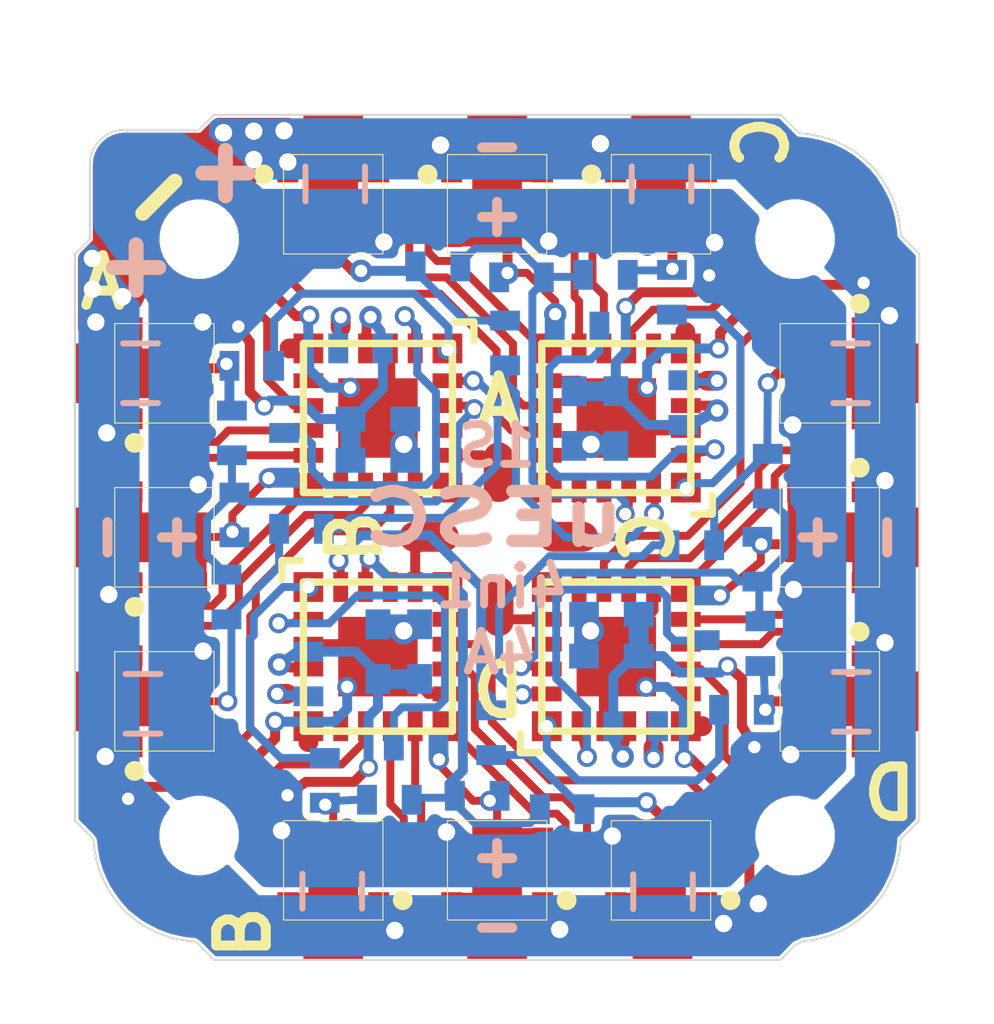
<source format=kicad_pcb>
(kicad_pcb (version 4) (host pcbnew 4.0.7)

  (general
    (links 210)
    (no_connects 0)
    (area 141.775 97.475 168.325 124.025)
    (thickness 0.8)
    (drawings 134)
    (tracks 811)
    (zones 0)
    (modules 88)
    (nets 83)
  )

  (page A4)
  (layers
    (0 F.Cu signal)
    (31 B.Cu signal)
    (32 B.Adhes user)
    (33 F.Adhes user)
    (34 B.Paste user)
    (35 F.Paste user)
    (36 B.SilkS user)
    (37 F.SilkS user hide)
    (38 B.Mask user)
    (39 F.Mask user)
    (40 Dwgs.User user)
    (41 Cmts.User user)
    (42 Eco1.User user)
    (43 Eco2.User user)
    (44 Edge.Cuts user)
    (45 Margin user)
    (46 B.CrtYd user hide)
    (47 F.CrtYd user)
    (48 B.Fab user hide)
    (49 F.Fab user)
  )

  (setup
    (last_trace_width 0.155)
    (user_trace_width 0.16)
    (user_trace_width 0.2)
    (user_trace_width 0.4)
    (user_trace_width 0.6)
    (trace_clearance 0.15)
    (zone_clearance 0.05)
    (zone_45_only yes)
    (trace_min 0.155)
    (segment_width 0.02)
    (edge_width 0.04)
    (via_size 0.4)
    (via_drill 0.25)
    (via_min_size 0.36)
    (via_min_drill 0.25)
    (user_via 0.38 0.25)
    (user_via 0.4 0.25)
    (user_via 0.45 0.25)
    (user_via 0.55 0.35)
    (uvia_size 0.3)
    (uvia_drill 0.1)
    (uvias_allowed no)
    (uvia_min_size 0.2)
    (uvia_min_drill 0.1)
    (pcb_text_width 0.3)
    (pcb_text_size 1.5 1.5)
    (mod_edge_width 0.15)
    (mod_text_size 1 1)
    (mod_text_width 0.15)
    (pad_size 1.3 1.3)
    (pad_drill 1.3)
    (pad_to_mask_clearance 0.05)
    (pad_to_paste_clearance_ratio -0.05)
    (aux_axis_origin 0 0)
    (grid_origin 155 117.9)
    (visible_elements 7FFFFF7F)
    (pcbplotparams
      (layerselection 0x00010_00000001)
      (usegerberextensions false)
      (excludeedgelayer true)
      (linewidth 0.100000)
      (plotframeref false)
      (viasonmask false)
      (mode 1)
      (useauxorigin false)
      (hpglpennumber 1)
      (hpglpenspeed 20)
      (hpglpendiameter 15)
      (hpglpenoverlay 2)
      (psnegative false)
      (psa4output false)
      (plotreference false)
      (plotvalue false)
      (plotinvisibletext false)
      (padsonsilk false)
      (subtractmaskfromsilk false)
      (outputformat 3)
      (mirror false)
      (drillshape 0)
      (scaleselection 1)
      (outputdirectory ""))
  )

  (net 0 "")
  (net 1 VCC)
  (net 2 GND)
  (net 3 /MicroESC1S3mosfets1/M_A)
  (net 4 /MicroESC1S3mosfets1/M_B)
  (net 5 /MicroESC1S3mosfets1/M_C)
  (net 6 /MicroESC1S3mosfets2/M_A)
  (net 7 /MicroESC1S3mosfets2/M_B)
  (net 8 /MicroESC1S3mosfets2/M_C)
  (net 9 /MicroESC1S3mosfets3/M_A)
  (net 10 /MicroESC1S3mosfets3/M_B)
  (net 11 /MicroESC1S3mosfets3/M_C)
  (net 12 "Net-(Q1-Pad5)")
  (net 13 "Net-(Q1-Pad2)")
  (net 14 "Net-(Q2-Pad5)")
  (net 15 "Net-(Q2-Pad2)")
  (net 16 "Net-(Q3-Pad5)")
  (net 17 "Net-(Q3-Pad2)")
  (net 18 "Net-(Q4-Pad5)")
  (net 19 "Net-(Q4-Pad2)")
  (net 20 "Net-(Q5-Pad5)")
  (net 21 "Net-(Q5-Pad2)")
  (net 22 "Net-(Q6-Pad5)")
  (net 23 "Net-(Q6-Pad2)")
  (net 24 "Net-(Q7-Pad5)")
  (net 25 "Net-(Q7-Pad2)")
  (net 26 "Net-(Q8-Pad5)")
  (net 27 "Net-(Q8-Pad2)")
  (net 28 "Net-(Q9-Pad5)")
  (net 29 "Net-(Q9-Pad2)")
  (net 30 /MicroESC1S3mosfets1/C2CK)
  (net 31 "Net-(R2-Pad1)")
  (net 32 "Net-(R3-Pad2)")
  (net 33 "Net-(R5-Pad2)")
  (net 34 "Net-(R7-Pad2)")
  (net 35 /MicroESC1S3mosfets2/C2CK)
  (net 36 "Net-(R11-Pad1)")
  (net 37 "Net-(R10-Pad2)")
  (net 38 "Net-(R12-Pad2)")
  (net 39 "Net-(R14-Pad2)")
  (net 40 /MicroESC1S3mosfets3/C2CK)
  (net 41 "Net-(R16-Pad1)")
  (net 42 "Net-(R17-Pad2)")
  (net 43 "Net-(R19-Pad2)")
  (net 44 "Net-(R21-Pad2)")
  (net 45 "Net-(U1-Pad16)")
  (net 46 "Net-(U1-Pad15)")
  (net 47 "Net-(U1-Pad18)")
  (net 48 /MicroESC1S3mosfets1/RC)
  (net 49 /MicroESC1S3mosfets1/C2D)
  (net 50 "Net-(U1-Pad7)")
  (net 51 "Net-(U2-Pad16)")
  (net 52 "Net-(U2-Pad15)")
  (net 53 "Net-(U2-Pad18)")
  (net 54 /MicroESC1S3mosfets2/RC)
  (net 55 /MicroESC1S3mosfets2/C2D)
  (net 56 "Net-(U2-Pad7)")
  (net 57 "Net-(U3-Pad16)")
  (net 58 "Net-(U3-Pad15)")
  (net 59 "Net-(U3-Pad18)")
  (net 60 /MicroESC1S3mosfets3/RC)
  (net 61 /MicroESC1S3mosfets3/C2D)
  (net 62 "Net-(U3-Pad7)")
  (net 63 /MicroESC1S3mosfets4/M_A)
  (net 64 /MicroESC1S3mosfets4/M_B)
  (net 65 /MicroESC1S3mosfets4/M_C)
  (net 66 "Net-(Q10-Pad5)")
  (net 67 "Net-(Q10-Pad2)")
  (net 68 "Net-(Q11-Pad5)")
  (net 69 "Net-(Q11-Pad2)")
  (net 70 "Net-(Q12-Pad5)")
  (net 71 "Net-(Q12-Pad2)")
  (net 72 /MicroESC1S3mosfets4/C2CK)
  (net 73 "Net-(R23-Pad1)")
  (net 74 "Net-(R24-Pad2)")
  (net 75 "Net-(R26-Pad2)")
  (net 76 "Net-(R28-Pad2)")
  (net 77 "Net-(U4-Pad16)")
  (net 78 "Net-(U4-Pad15)")
  (net 79 "Net-(U4-Pad18)")
  (net 80 /MicroESC1S3mosfets4/RC)
  (net 81 /MicroESC1S3mosfets4/C2D)
  (net 82 "Net-(U4-Pad7)")

  (net_class Default "This is the default net class."
    (clearance 0.15)
    (trace_width 0.155)
    (via_dia 0.4)
    (via_drill 0.25)
    (uvia_dia 0.3)
    (uvia_drill 0.1)
    (add_net /MicroESC1S3mosfets1/C2CK)
    (add_net /MicroESC1S3mosfets1/C2D)
    (add_net /MicroESC1S3mosfets1/M_A)
    (add_net /MicroESC1S3mosfets1/M_B)
    (add_net /MicroESC1S3mosfets1/M_C)
    (add_net /MicroESC1S3mosfets1/RC)
    (add_net /MicroESC1S3mosfets2/C2CK)
    (add_net /MicroESC1S3mosfets2/C2D)
    (add_net /MicroESC1S3mosfets2/M_A)
    (add_net /MicroESC1S3mosfets2/M_B)
    (add_net /MicroESC1S3mosfets2/M_C)
    (add_net /MicroESC1S3mosfets2/RC)
    (add_net /MicroESC1S3mosfets3/C2CK)
    (add_net /MicroESC1S3mosfets3/C2D)
    (add_net /MicroESC1S3mosfets3/M_A)
    (add_net /MicroESC1S3mosfets3/M_B)
    (add_net /MicroESC1S3mosfets3/M_C)
    (add_net /MicroESC1S3mosfets3/RC)
    (add_net /MicroESC1S3mosfets4/C2CK)
    (add_net /MicroESC1S3mosfets4/C2D)
    (add_net /MicroESC1S3mosfets4/M_A)
    (add_net /MicroESC1S3mosfets4/M_B)
    (add_net /MicroESC1S3mosfets4/M_C)
    (add_net /MicroESC1S3mosfets4/RC)
    (add_net "Net-(Q1-Pad2)")
    (add_net "Net-(Q1-Pad5)")
    (add_net "Net-(Q10-Pad2)")
    (add_net "Net-(Q10-Pad5)")
    (add_net "Net-(Q11-Pad2)")
    (add_net "Net-(Q11-Pad5)")
    (add_net "Net-(Q12-Pad2)")
    (add_net "Net-(Q12-Pad5)")
    (add_net "Net-(Q2-Pad2)")
    (add_net "Net-(Q2-Pad5)")
    (add_net "Net-(Q3-Pad2)")
    (add_net "Net-(Q3-Pad5)")
    (add_net "Net-(Q4-Pad2)")
    (add_net "Net-(Q4-Pad5)")
    (add_net "Net-(Q5-Pad2)")
    (add_net "Net-(Q5-Pad5)")
    (add_net "Net-(Q6-Pad2)")
    (add_net "Net-(Q6-Pad5)")
    (add_net "Net-(Q7-Pad2)")
    (add_net "Net-(Q7-Pad5)")
    (add_net "Net-(Q8-Pad2)")
    (add_net "Net-(Q8-Pad5)")
    (add_net "Net-(Q9-Pad2)")
    (add_net "Net-(Q9-Pad5)")
    (add_net "Net-(R10-Pad2)")
    (add_net "Net-(R11-Pad1)")
    (add_net "Net-(R12-Pad2)")
    (add_net "Net-(R14-Pad2)")
    (add_net "Net-(R16-Pad1)")
    (add_net "Net-(R17-Pad2)")
    (add_net "Net-(R19-Pad2)")
    (add_net "Net-(R2-Pad1)")
    (add_net "Net-(R21-Pad2)")
    (add_net "Net-(R23-Pad1)")
    (add_net "Net-(R24-Pad2)")
    (add_net "Net-(R26-Pad2)")
    (add_net "Net-(R28-Pad2)")
    (add_net "Net-(R3-Pad2)")
    (add_net "Net-(R5-Pad2)")
    (add_net "Net-(R7-Pad2)")
    (add_net "Net-(U1-Pad15)")
    (add_net "Net-(U1-Pad16)")
    (add_net "Net-(U1-Pad18)")
    (add_net "Net-(U1-Pad7)")
    (add_net "Net-(U2-Pad15)")
    (add_net "Net-(U2-Pad16)")
    (add_net "Net-(U2-Pad18)")
    (add_net "Net-(U2-Pad7)")
    (add_net "Net-(U3-Pad15)")
    (add_net "Net-(U3-Pad16)")
    (add_net "Net-(U3-Pad18)")
    (add_net "Net-(U3-Pad7)")
    (add_net "Net-(U4-Pad15)")
    (add_net "Net-(U4-Pad16)")
    (add_net "Net-(U4-Pad18)")
    (add_net "Net-(U4-Pad7)")
  )

  (net_class POWER ""
    (clearance 0.15)
    (trace_width 1.2)
    (via_dia 0.55)
    (via_drill 0.35)
    (uvia_dia 0.3)
    (uvia_drill 0.1)
    (add_net GND)
    (add_net VCC)
  )

  (module MicroFet-2.0 (layer F.Cu) (tedit 5A2A493E) (tstamp 59F73E16)
    (at 151.7 104 270)
    (path /59F752EA/59F7399B)
    (fp_text reference Q1 (at -0.1 6.6 270) (layer F.SilkS) hide
      (effects (font (size 1 1) (thickness 0.15)))
    )
    (fp_text value DUAL_NP (at 0.4 -9 270) (layer F.Fab) hide
      (effects (font (size 1 1) (thickness 0.15)))
    )
    (fp_line (start -1 -1) (end 1 -1) (layer F.SilkS) (width 0.02))
    (fp_line (start 1 -1) (end 1 1) (layer F.SilkS) (width 0.02))
    (fp_line (start 1 1) (end -1 1) (layer F.SilkS) (width 0.02))
    (fp_line (start -1 1) (end -1 -1) (layer F.SilkS) (width 0.02))
    (fp_circle (center -0.6 1.4) (end -0.5 1.4) (layer F.SilkS) (width 0.2))
    (pad 3 smd rect (at 0.5 0 270) (size 0.8 1) (layers F.Cu F.Paste F.Mask)
      (net 3 /MicroESC1S3mosfets1/M_A) (solder_paste_margin_ratio -0.15))
    (pad 6 smd rect (at -0.5 0 270) (size 0.8 1) (layers F.Cu F.Paste F.Mask)
      (net 3 /MicroESC1S3mosfets1/M_A) (solder_paste_margin_ratio -0.15))
    (pad 6 smd rect (at -0.65 -0.915 270) (size 0.42 0.42) (layers F.Cu F.Paste F.Mask)
      (net 3 /MicroESC1S3mosfets1/M_A))
    (pad 5 smd rect (at 0 -0.915 270) (size 0.42 0.42) (layers F.Cu F.Paste F.Mask)
      (net 12 "Net-(Q1-Pad5)"))
    (pad 4 smd rect (at 0.65 -0.915 270) (size 0.42 0.42) (layers F.Cu F.Paste F.Mask)
      (net 1 VCC))
    (pad 3 smd rect (at 0.65 0.915 270) (size 0.42 0.42) (layers F.Cu F.Paste F.Mask)
      (net 3 /MicroESC1S3mosfets1/M_A))
    (pad 2 smd rect (at 0 0.915 270) (size 0.42 0.42) (layers F.Cu F.Paste F.Mask)
      (net 13 "Net-(Q1-Pad2)"))
    (pad 1 smd rect (at -0.65 0.915 270) (size 0.42 0.42) (layers F.Cu F.Paste F.Mask)
      (net 2 GND))
    (model Housings_DFN_QFN.3dshapes/DFN-6-1EP_2x2mm_Pitch0.65mm.wrl
      (at (xyz 0 0 0))
      (scale (xyz 1 1 1))
      (rotate (xyz 0 0 -90))
    )
  )

  (module Test_PAD_0.6X0.4 (layer F.Cu) (tedit 5A2A47F5) (tstamp 5A006863)
    (at 151.85 106.37)
    (path /5A00B86C)
    (fp_text reference J23 (at 0 2) (layer F.SilkS) hide
      (effects (font (size 1 1) (thickness 0.15)))
    )
    (fp_text value C (at 0.1 -2) (layer F.Fab) hide
      (effects (font (size 1 1) (thickness 0.15)))
    )
    (pad 1 smd oval (at 0 0) (size 0.4 0.6) (layers F.Cu F.Mask)
      (net 72 /MicroESC1S3mosfets4/C2CK))
  )

  (module QFN20_small (layer F.Cu) (tedit 5A2A4786) (tstamp 59F9CD11)
    (at 152.6 108.3 180)
    (path /59FA0825/59A8233C)
    (fp_text reference U4 (at -0.127 3.302 180) (layer F.SilkS) hide
      (effects (font (size 1 1) (thickness 0.15)))
    )
    (fp_text value EFM8BB21 (at -0.1 4.9 180) (layer F.SilkS) hide
      (effects (font (size 1 1) (thickness 0.15)))
    )
    (fp_line (start -1.551 1.932) (end -1.932 1.932) (layer F.SilkS) (width 0.15))
    (fp_line (start -1.932 1.932) (end -1.932 1.551) (layer F.SilkS) (width 0.15))
    (fp_line (start -1.5 -1.5) (end -1.5 1.5) (layer F.SilkS) (width 0.15))
    (fp_line (start 1.5 -1.5) (end -1.5 -1.5) (layer F.SilkS) (width 0.15))
    (fp_line (start 1.5 1.5) (end 1.5 -1.5) (layer F.SilkS) (width 0.15))
    (fp_line (start -1.5 1.5) (end 1.5 1.5) (layer F.SilkS) (width 0.15))
    (pad 1 smd rect (at -1.4 1.4 180) (size 0.6 0.6) (layers F.Cu F.Paste F.Mask)
      (net 76 "Net-(R28-Pad2)"))
    (pad 16 smd rect (at -1.4 -1.4 180) (size 0.6 0.6) (layers F.Cu F.Paste F.Mask)
      (net 77 "Net-(U4-Pad16)"))
    (pad 21 smd rect (at 0 0 180) (size 1.6 1.6) (layers F.Cu F.Paste F.Mask)
      (net 2 GND) (solder_paste_margin_ratio -0.15))
    (pad 20 smd rect (at -1.4 0.75 270) (size 0.3 0.6) (layers F.Cu F.Paste F.Mask)
      (net 74 "Net-(R24-Pad2)"))
    (pad 14 smd rect (at -0.25 -1.4 180) (size 0.3 0.6) (layers F.Cu F.Paste F.Mask)
      (net 67 "Net-(Q10-Pad2)"))
    (pad 15 smd rect (at -0.75 -1.4 180) (size 0.3 0.6) (layers F.Cu F.Paste F.Mask)
      (net 78 "Net-(U4-Pad15)"))
    (pad 13 smd rect (at 0.25 -1.4 180) (size 0.3 0.6) (layers F.Cu F.Paste F.Mask)
      (net 66 "Net-(Q10-Pad5)"))
    (pad 19 smd rect (at -1.4 0.25 270) (size 0.3 0.6) (layers F.Cu F.Paste F.Mask)
      (net 73 "Net-(R23-Pad1)"))
    (pad 18 smd rect (at -1.4 -0.25 270) (size 0.3 0.6) (layers F.Cu F.Paste F.Mask)
      (net 79 "Net-(U4-Pad18)"))
    (pad 17 smd rect (at -1.4 -0.75 270) (size 0.3 0.6) (layers F.Cu F.Paste F.Mask)
      (net 80 /MicroESC1S3mosfets4/RC))
    (pad 12 smd rect (at 0.75 -1.4 180) (size 0.3 0.6) (layers F.Cu F.Paste F.Mask)
      (net 2 GND))
    (pad 11 smd rect (at 1.4 -1.4 180) (size 0.6 0.6) (layers F.Cu F.Paste F.Mask)
      (net 69 "Net-(Q11-Pad2)"))
    (pad 10 smd rect (at 1.4 -0.75 270) (size 0.3 0.6) (layers F.Cu F.Paste F.Mask)
      (net 68 "Net-(Q11-Pad5)"))
    (pad 6 smd rect (at 1.4 1.4 180) (size 0.6 0.6) (layers F.Cu F.Paste F.Mask)
      (net 81 /MicroESC1S3mosfets4/C2D))
    (pad 7 smd rect (at 1.4 0.75 270) (size 0.3 0.6) (layers F.Cu F.Paste F.Mask)
      (net 82 "Net-(U4-Pad7)"))
    (pad 9 smd rect (at 1.4 -0.25 270) (size 0.3 0.6) (layers F.Cu F.Paste F.Mask)
      (net 71 "Net-(Q12-Pad2)"))
    (pad 8 smd rect (at 1.4 0.25 270) (size 0.3 0.6) (layers F.Cu F.Paste F.Mask)
      (net 70 "Net-(Q12-Pad5)"))
    (pad 5 smd rect (at 0.75 1.4 180) (size 0.3 0.6) (layers F.Cu F.Paste F.Mask)
      (net 72 /MicroESC1S3mosfets4/C2CK))
    (pad 4 smd rect (at 0.25 1.4 180) (size 0.3 0.6) (layers F.Cu F.Paste F.Mask)
      (net 1 VCC))
    (pad 3 smd rect (at -0.25 1.4 180) (size 0.3 0.6) (layers F.Cu F.Paste F.Mask)
      (net 2 GND))
    (pad 2 smd rect (at -0.75 1.4 180) (size 0.3 0.6) (layers F.Cu F.Paste F.Mask)
      (net 75 "Net-(R26-Pad2)"))
    (model Housings_DFN_QFN.3dshapes/QFN-16-1EP_3x3mm_Pitch0.5mm.wrl
      (at (xyz 0 0 0))
      (scale (xyz 1 1 1))
      (rotate (xyz 0 0 -90))
    )
  )

  (module KiCadCustomLibs:MountingHole_1.1mm_M1 (layer F.Cu) (tedit 59F9CBD6) (tstamp 59F9CC38)
    (at 160.98 104.7)
    (descr "Mounting Hole 2.2mm, no annular, M2")
    (tags "mounting hole 2.2mm no annular m2")
    (path /59F9F45C)
    (attr virtual)
    (fp_text reference H1 (at 0 -3.2) (layer F.SilkS) hide
      (effects (font (size 1 1) (thickness 0.15)))
    )
    (fp_text value hole (at 0 3.2) (layer F.Fab) hide
      (effects (font (size 1 1) (thickness 0.15)))
    )
    (pad "" np_thru_hole circle (at 0.02 0) (size 1.3 1.3) (drill 1.3) (layers *.Cu *.Mask))
  )

  (module Capacitors_SMD:C_0603 (layer B.Cu) (tedit 59FC1E64) (tstamp 59F73D5C)
    (at 151.74 103.59 270)
    (descr "Capacitor SMD 0603, reflow soldering, AVX (see smccp.pdf)")
    (tags "capacitor 0603")
    (path /59F752EA/59A82F24)
    (attr smd)
    (fp_text reference C1 (at 0 1.5 270) (layer B.SilkS) hide
      (effects (font (size 1 1) (thickness 0.15)) (justify mirror))
    )
    (fp_text value 47uf (at 0 -1.5 270) (layer B.Fab) hide
      (effects (font (size 1 1) (thickness 0.15)) (justify mirror))
    )
    (fp_line (start 1.4 -0.65) (end -1.4 -0.65) (layer B.CrtYd) (width 0.05))
    (fp_line (start 1.4 -0.65) (end 1.4 0.65) (layer B.CrtYd) (width 0.05))
    (fp_line (start -1.4 0.65) (end -1.4 -0.65) (layer B.CrtYd) (width 0.05))
    (fp_line (start -1.4 0.65) (end 1.4 0.65) (layer B.CrtYd) (width 0.05))
    (fp_line (start 0.35 -0.6) (end -0.35 -0.6) (layer B.SilkS) (width 0.12))
    (fp_line (start -0.35 0.6) (end 0.35 0.6) (layer B.SilkS) (width 0.12))
    (fp_line (start -0.8 0.4) (end 0.8 0.4) (layer B.Fab) (width 0.1))
    (fp_line (start 0.8 0.4) (end 0.8 -0.4) (layer B.Fab) (width 0.1))
    (fp_line (start 0.8 -0.4) (end -0.8 -0.4) (layer B.Fab) (width 0.1))
    (fp_line (start -0.8 -0.4) (end -0.8 0.4) (layer B.Fab) (width 0.1))
    (fp_text user %R (at 0 0 270) (layer B.Fab)
      (effects (font (size 0.3 0.3) (thickness 0.075)) (justify mirror))
    )
    (pad 2 smd rect (at 0.75 0 270) (size 0.8 0.75) (layers B.Cu B.Paste B.Mask)
      (net 1 VCC))
    (pad 1 smd rect (at -0.75 0 270) (size 0.8 0.75) (layers B.Cu B.Paste B.Mask)
      (net 2 GND))
    (model Capacitors_SMD.3dshapes/C_0603.wrl
      (at (xyz 0 0 0))
      (scale (xyz 1 1 1))
      (rotate (xyz 0 0 0))
    )
  )

  (module Capacitors_SMD:C_0402_NoSilk (layer B.Cu) (tedit 59FAE068) (tstamp 59F73D6B)
    (at 156.55 108.31 90)
    (descr "Capacitor SMD 0402, reflow soldering, AVX (see smccp.pdf)")
    (tags "capacitor 0402")
    (path /59F752EA/59ADAC97)
    (attr smd)
    (fp_text reference C2 (at 0 1.27 90) (layer B.SilkS) hide
      (effects (font (size 1 1) (thickness 0.15)) (justify mirror))
    )
    (fp_text value 10uf (at 0 -1.27 90) (layer B.Fab) hide
      (effects (font (size 1 1) (thickness 0.15)) (justify mirror))
    )
    (fp_text user %R (at 0 1.27 90) (layer B.Fab) hide
      (effects (font (size 1 1) (thickness 0.15)) (justify mirror))
    )
    (fp_line (start -0.5 -0.25) (end -0.5 0.25) (layer B.Fab) (width 0.1))
    (fp_line (start 0.5 -0.25) (end -0.5 -0.25) (layer B.Fab) (width 0.1))
    (fp_line (start 0.5 0.25) (end 0.5 -0.25) (layer B.Fab) (width 0.1))
    (fp_line (start -0.5 0.25) (end 0.5 0.25) (layer B.Fab) (width 0.1))
    (fp_line (start -1 0.4) (end 1 0.4) (layer B.CrtYd) (width 0.05))
    (fp_line (start -1 0.4) (end -1 -0.4) (layer B.CrtYd) (width 0.05))
    (fp_line (start 1 -0.4) (end 1 0.4) (layer B.CrtYd) (width 0.05))
    (fp_line (start 1 -0.4) (end -1 -0.4) (layer B.CrtYd) (width 0.05))
    (pad 1 smd rect (at -0.55 0 90) (size 0.6 0.5) (layers B.Cu B.Paste B.Mask)
      (net 2 GND))
    (pad 2 smd rect (at 0.55 0 90) (size 0.6 0.5) (layers B.Cu B.Paste B.Mask)
      (net 1 VCC))
    (model Capacitors_SMD.3dshapes/C_0402.wrl
      (at (xyz 0 0 0))
      (scale (xyz 1 1 1))
      (rotate (xyz 0 0 0))
    )
  )

  (module Capacitors_SMD:C_0402_NoSilk (layer B.Cu) (tedit 59FAE072) (tstamp 59F73D7A)
    (at 157.39 108.31 90)
    (descr "Capacitor SMD 0402, reflow soldering, AVX (see smccp.pdf)")
    (tags "capacitor 0402")
    (path /59F752EA/59A82FE9)
    (attr smd)
    (fp_text reference C3 (at 0 1.27 90) (layer B.SilkS) hide
      (effects (font (size 1 1) (thickness 0.15)) (justify mirror))
    )
    (fp_text value 100n (at 0 -1.27 90) (layer B.Fab) hide
      (effects (font (size 1 1) (thickness 0.15)) (justify mirror))
    )
    (fp_text user %R (at 0 1.27 90) (layer B.Fab) hide
      (effects (font (size 1 1) (thickness 0.15)) (justify mirror))
    )
    (fp_line (start -0.5 -0.25) (end -0.5 0.25) (layer B.Fab) (width 0.1))
    (fp_line (start 0.5 -0.25) (end -0.5 -0.25) (layer B.Fab) (width 0.1))
    (fp_line (start 0.5 0.25) (end 0.5 -0.25) (layer B.Fab) (width 0.1))
    (fp_line (start -0.5 0.25) (end 0.5 0.25) (layer B.Fab) (width 0.1))
    (fp_line (start -1 0.4) (end 1 0.4) (layer B.CrtYd) (width 0.05))
    (fp_line (start -1 0.4) (end -1 -0.4) (layer B.CrtYd) (width 0.05))
    (fp_line (start 1 -0.4) (end 1 0.4) (layer B.CrtYd) (width 0.05))
    (fp_line (start 1 -0.4) (end -1 -0.4) (layer B.CrtYd) (width 0.05))
    (pad 1 smd rect (at -0.55 0 90) (size 0.6 0.5) (layers B.Cu B.Paste B.Mask)
      (net 2 GND))
    (pad 2 smd rect (at 0.55 0 90) (size 0.6 0.5) (layers B.Cu B.Paste B.Mask)
      (net 1 VCC))
    (model Capacitors_SMD.3dshapes/C_0402.wrl
      (at (xyz 0 0 0))
      (scale (xyz 1 1 1))
      (rotate (xyz 0 0 0))
    )
  )

  (module Capacitors_SMD:C_0603 (layer B.Cu) (tedit 59FAE2AE) (tstamp 59F73D8B)
    (at 158.31 103.59 270)
    (descr "Capacitor SMD 0603, reflow soldering, AVX (see smccp.pdf)")
    (tags "capacitor 0603")
    (path /59F75F17/59A82F24)
    (attr smd)
    (fp_text reference C4 (at 0 1.5 270) (layer B.SilkS) hide
      (effects (font (size 1 1) (thickness 0.15)) (justify mirror))
    )
    (fp_text value 47uf (at 0 -1.5 270) (layer B.Fab) hide
      (effects (font (size 1 1) (thickness 0.15)) (justify mirror))
    )
    (fp_line (start 1.4 -0.65) (end -1.4 -0.65) (layer B.CrtYd) (width 0.05))
    (fp_line (start 1.4 -0.65) (end 1.4 0.65) (layer B.CrtYd) (width 0.05))
    (fp_line (start -1.4 0.65) (end -1.4 -0.65) (layer B.CrtYd) (width 0.05))
    (fp_line (start -1.4 0.65) (end 1.4 0.65) (layer B.CrtYd) (width 0.05))
    (fp_line (start 0.35 -0.6) (end -0.35 -0.6) (layer B.SilkS) (width 0.12))
    (fp_line (start -0.35 0.6) (end 0.35 0.6) (layer B.SilkS) (width 0.12))
    (fp_line (start -0.8 0.4) (end 0.8 0.4) (layer B.Fab) (width 0.1))
    (fp_line (start 0.8 0.4) (end 0.8 -0.4) (layer B.Fab) (width 0.1))
    (fp_line (start 0.8 -0.4) (end -0.8 -0.4) (layer B.Fab) (width 0.1))
    (fp_line (start -0.8 -0.4) (end -0.8 0.4) (layer B.Fab) (width 0.1))
    (fp_text user %R (at 0 0 270) (layer B.Fab)
      (effects (font (size 0.3 0.3) (thickness 0.075)) (justify mirror))
    )
    (pad 2 smd rect (at 0.75 0 270) (size 0.8 0.75) (layers B.Cu B.Paste B.Mask)
      (net 1 VCC))
    (pad 1 smd rect (at -0.75 0 270) (size 0.8 0.75) (layers B.Cu B.Paste B.Mask)
      (net 2 GND))
    (model Capacitors_SMD.3dshapes/C_0603.wrl
      (at (xyz 0 0 0))
      (scale (xyz 1 1 1))
      (rotate (xyz 0 0 0))
    )
  )

  (module Capacitors_SMD:C_0402_NoSilk (layer B.Cu) (tedit 59FC413B) (tstamp 59F73D9A)
    (at 157.3 113.09)
    (descr "Capacitor SMD 0402, reflow soldering, AVX (see smccp.pdf)")
    (tags "capacitor 0402")
    (path /59F75F17/59ADAC97)
    (attr smd)
    (fp_text reference C5 (at 0 1.27) (layer B.SilkS) hide
      (effects (font (size 1 1) (thickness 0.15)) (justify mirror))
    )
    (fp_text value 10uf (at 0 -1.27) (layer B.Fab) hide
      (effects (font (size 1 1) (thickness 0.15)) (justify mirror))
    )
    (fp_text user %R (at 0 1.27) (layer B.Fab) hide
      (effects (font (size 1 1) (thickness 0.15)) (justify mirror))
    )
    (fp_line (start -0.5 -0.25) (end -0.5 0.25) (layer B.Fab) (width 0.1))
    (fp_line (start 0.5 -0.25) (end -0.5 -0.25) (layer B.Fab) (width 0.1))
    (fp_line (start 0.5 0.25) (end 0.5 -0.25) (layer B.Fab) (width 0.1))
    (fp_line (start -0.5 0.25) (end 0.5 0.25) (layer B.Fab) (width 0.1))
    (fp_line (start -1 0.4) (end 1 0.4) (layer B.CrtYd) (width 0.05))
    (fp_line (start -1 0.4) (end -1 -0.4) (layer B.CrtYd) (width 0.05))
    (fp_line (start 1 -0.4) (end 1 0.4) (layer B.CrtYd) (width 0.05))
    (fp_line (start 1 -0.4) (end -1 -0.4) (layer B.CrtYd) (width 0.05))
    (pad 1 smd rect (at -0.55 0) (size 0.6 0.5) (layers B.Cu B.Paste B.Mask)
      (net 2 GND))
    (pad 2 smd rect (at 0.55 0) (size 0.6 0.5) (layers B.Cu B.Paste B.Mask)
      (net 1 VCC))
    (model Capacitors_SMD.3dshapes/C_0402.wrl
      (at (xyz 0 0 0))
      (scale (xyz 1 1 1))
      (rotate (xyz 0 0 0))
    )
  )

  (module Capacitors_SMD:C_0402_NoSilk (layer B.Cu) (tedit 59FC4134) (tstamp 59F73DA9)
    (at 157.3 112.25)
    (descr "Capacitor SMD 0402, reflow soldering, AVX (see smccp.pdf)")
    (tags "capacitor 0402")
    (path /59F75F17/59A82FE9)
    (attr smd)
    (fp_text reference C6 (at 0 1.27) (layer B.SilkS) hide
      (effects (font (size 1 1) (thickness 0.15)) (justify mirror))
    )
    (fp_text value 100n (at 0 -1.27) (layer B.Fab) hide
      (effects (font (size 1 1) (thickness 0.15)) (justify mirror))
    )
    (fp_text user %R (at 0 1.27) (layer B.Fab) hide
      (effects (font (size 1 1) (thickness 0.15)) (justify mirror))
    )
    (fp_line (start -0.5 -0.25) (end -0.5 0.25) (layer B.Fab) (width 0.1))
    (fp_line (start 0.5 -0.25) (end -0.5 -0.25) (layer B.Fab) (width 0.1))
    (fp_line (start 0.5 0.25) (end 0.5 -0.25) (layer B.Fab) (width 0.1))
    (fp_line (start -0.5 0.25) (end 0.5 0.25) (layer B.Fab) (width 0.1))
    (fp_line (start -1 0.4) (end 1 0.4) (layer B.CrtYd) (width 0.05))
    (fp_line (start -1 0.4) (end -1 -0.4) (layer B.CrtYd) (width 0.05))
    (fp_line (start 1 -0.4) (end 1 0.4) (layer B.CrtYd) (width 0.05))
    (fp_line (start 1 -0.4) (end -1 -0.4) (layer B.CrtYd) (width 0.05))
    (pad 1 smd rect (at -0.55 0) (size 0.6 0.5) (layers B.Cu B.Paste B.Mask)
      (net 2 GND))
    (pad 2 smd rect (at 0.55 0) (size 0.6 0.5) (layers B.Cu B.Paste B.Mask)
      (net 1 VCC))
    (model Capacitors_SMD.3dshapes/C_0402.wrl
      (at (xyz 0 0 0))
      (scale (xyz 1 1 1))
      (rotate (xyz 0 0 0))
    )
  )

  (module Capacitors_SMD:C_0603 (layer B.Cu) (tedit 59FC41A1) (tstamp 59F73DBA)
    (at 147.87 114.05)
    (descr "Capacitor SMD 0603, reflow soldering, AVX (see smccp.pdf)")
    (tags "capacitor 0603")
    (path /59F76329/59A82F24)
    (attr smd)
    (fp_text reference C7 (at 0 1.5) (layer B.SilkS) hide
      (effects (font (size 1 1) (thickness 0.15)) (justify mirror))
    )
    (fp_text value 47uf (at 0 -1.5) (layer B.Fab) hide
      (effects (font (size 1 1) (thickness 0.15)) (justify mirror))
    )
    (fp_line (start 1.4 -0.65) (end -1.4 -0.65) (layer B.CrtYd) (width 0.05))
    (fp_line (start 1.4 -0.65) (end 1.4 0.65) (layer B.CrtYd) (width 0.05))
    (fp_line (start -1.4 0.65) (end -1.4 -0.65) (layer B.CrtYd) (width 0.05))
    (fp_line (start -1.4 0.65) (end 1.4 0.65) (layer B.CrtYd) (width 0.05))
    (fp_line (start 0.35 -0.6) (end -0.35 -0.6) (layer B.SilkS) (width 0.12))
    (fp_line (start -0.35 0.6) (end 0.35 0.6) (layer B.SilkS) (width 0.12))
    (fp_line (start -0.8 0.4) (end 0.8 0.4) (layer B.Fab) (width 0.1))
    (fp_line (start 0.8 0.4) (end 0.8 -0.4) (layer B.Fab) (width 0.1))
    (fp_line (start 0.8 -0.4) (end -0.8 -0.4) (layer B.Fab) (width 0.1))
    (fp_line (start -0.8 -0.4) (end -0.8 0.4) (layer B.Fab) (width 0.1))
    (fp_text user %R (at 0 0) (layer B.Fab)
      (effects (font (size 0.3 0.3) (thickness 0.075)) (justify mirror))
    )
    (pad 2 smd rect (at 0.75 0) (size 0.8 0.75) (layers B.Cu B.Paste B.Mask)
      (net 1 VCC))
    (pad 1 smd rect (at -0.75 0) (size 0.8 0.75) (layers B.Cu B.Paste B.Mask)
      (net 2 GND))
    (model Capacitors_SMD.3dshapes/C_0603.wrl
      (at (xyz 0 0 0))
      (scale (xyz 1 1 1))
      (rotate (xyz 0 0 0))
    )
  )

  (module Capacitors_SMD:C_0402_NoSilk (layer B.Cu) (tedit 59FC3FCF) (tstamp 59F73DC9)
    (at 152.6 113 270)
    (descr "Capacitor SMD 0402, reflow soldering, AVX (see smccp.pdf)")
    (tags "capacitor 0402")
    (path /59F76329/59ADAC97)
    (attr smd)
    (fp_text reference C8 (at 0 1.27 270) (layer B.SilkS) hide
      (effects (font (size 1 1) (thickness 0.15)) (justify mirror))
    )
    (fp_text value 10uf (at 0 -1.27 270) (layer B.Fab) hide
      (effects (font (size 1 1) (thickness 0.15)) (justify mirror))
    )
    (fp_text user %R (at 0 1.27 270) (layer B.Fab) hide
      (effects (font (size 1 1) (thickness 0.15)) (justify mirror))
    )
    (fp_line (start -0.5 -0.25) (end -0.5 0.25) (layer B.Fab) (width 0.1))
    (fp_line (start 0.5 -0.25) (end -0.5 -0.25) (layer B.Fab) (width 0.1))
    (fp_line (start 0.5 0.25) (end 0.5 -0.25) (layer B.Fab) (width 0.1))
    (fp_line (start -0.5 0.25) (end 0.5 0.25) (layer B.Fab) (width 0.1))
    (fp_line (start -1 0.4) (end 1 0.4) (layer B.CrtYd) (width 0.05))
    (fp_line (start -1 0.4) (end -1 -0.4) (layer B.CrtYd) (width 0.05))
    (fp_line (start 1 -0.4) (end 1 0.4) (layer B.CrtYd) (width 0.05))
    (fp_line (start 1 -0.4) (end -1 -0.4) (layer B.CrtYd) (width 0.05))
    (pad 1 smd rect (at -0.55 0 270) (size 0.6 0.5) (layers B.Cu B.Paste B.Mask)
      (net 2 GND))
    (pad 2 smd rect (at 0.55 0 270) (size 0.6 0.5) (layers B.Cu B.Paste B.Mask)
      (net 1 VCC))
    (model Capacitors_SMD.3dshapes/C_0402.wrl
      (at (xyz 0 0 0))
      (scale (xyz 1 1 1))
      (rotate (xyz 0 0 0))
    )
  )

  (module Capacitors_SMD:C_0402_NoSilk (layer B.Cu) (tedit 59FC3FCD) (tstamp 59F73DD8)
    (at 153.44 113 270)
    (descr "Capacitor SMD 0402, reflow soldering, AVX (see smccp.pdf)")
    (tags "capacitor 0402")
    (path /59F76329/59A82FE9)
    (attr smd)
    (fp_text reference C9 (at 0 1.27 270) (layer B.SilkS) hide
      (effects (font (size 1 1) (thickness 0.15)) (justify mirror))
    )
    (fp_text value 100n (at 0 -1.27 270) (layer B.Fab) hide
      (effects (font (size 1 1) (thickness 0.15)) (justify mirror))
    )
    (fp_text user %R (at 0 1.27 270) (layer B.Fab) hide
      (effects (font (size 1 1) (thickness 0.15)) (justify mirror))
    )
    (fp_line (start -0.5 -0.25) (end -0.5 0.25) (layer B.Fab) (width 0.1))
    (fp_line (start 0.5 -0.25) (end -0.5 -0.25) (layer B.Fab) (width 0.1))
    (fp_line (start 0.5 0.25) (end 0.5 -0.25) (layer B.Fab) (width 0.1))
    (fp_line (start -0.5 0.25) (end 0.5 0.25) (layer B.Fab) (width 0.1))
    (fp_line (start -1 0.4) (end 1 0.4) (layer B.CrtYd) (width 0.05))
    (fp_line (start -1 0.4) (end -1 -0.4) (layer B.CrtYd) (width 0.05))
    (fp_line (start 1 -0.4) (end 1 0.4) (layer B.CrtYd) (width 0.05))
    (fp_line (start 1 -0.4) (end -1 -0.4) (layer B.CrtYd) (width 0.05))
    (pad 1 smd rect (at -0.55 0 270) (size 0.6 0.5) (layers B.Cu B.Paste B.Mask)
      (net 2 GND))
    (pad 2 smd rect (at 0.55 0 270) (size 0.6 0.5) (layers B.Cu B.Paste B.Mask)
      (net 1 VCC))
    (model Capacitors_SMD.3dshapes/C_0402.wrl
      (at (xyz 0 0 0))
      (scale (xyz 1 1 1))
      (rotate (xyz 0 0 0))
    )
  )

  (module Resistors_SMD:R_0402_NoSilk (layer B.Cu) (tedit 59FAE06B) (tstamp 59F73EAD)
    (at 158.75 107.99 90)
    (descr "Resistor SMD 0402, reflow soldering, Vishay (see dcrcw.pdf)")
    (tags "resistor 0402")
    (path /59F752EA/59A847AF)
    (attr smd)
    (fp_text reference R1 (at 0 1.2 90) (layer B.SilkS) hide
      (effects (font (size 1 1) (thickness 0.15)) (justify mirror))
    )
    (fp_text value 1K (at 0 -1.25 90) (layer B.Fab) hide
      (effects (font (size 1 1) (thickness 0.15)) (justify mirror))
    )
    (fp_text user %R (at 0 1.2 90) (layer B.Fab) hide
      (effects (font (size 1 1) (thickness 0.15)) (justify mirror))
    )
    (fp_line (start -0.5 -0.25) (end -0.5 0.25) (layer B.Fab) (width 0.1))
    (fp_line (start 0.5 -0.25) (end -0.5 -0.25) (layer B.Fab) (width 0.1))
    (fp_line (start 0.5 0.25) (end 0.5 -0.25) (layer B.Fab) (width 0.1))
    (fp_line (start -0.5 0.25) (end 0.5 0.25) (layer B.Fab) (width 0.1))
    (fp_line (start -0.8 0.45) (end 0.8 0.45) (layer B.CrtYd) (width 0.05))
    (fp_line (start -0.8 0.45) (end -0.8 -0.45) (layer B.CrtYd) (width 0.05))
    (fp_line (start 0.8 -0.45) (end 0.8 0.45) (layer B.CrtYd) (width 0.05))
    (fp_line (start 0.8 -0.45) (end -0.8 -0.45) (layer B.CrtYd) (width 0.05))
    (pad 1 smd rect (at -0.45 0 90) (size 0.4 0.6) (layers B.Cu B.Paste B.Mask)
      (net 1 VCC))
    (pad 2 smd rect (at 0.45 0 90) (size 0.4 0.6) (layers B.Cu B.Paste B.Mask)
      (net 30 /MicroESC1S3mosfets1/C2CK))
    (model ${KISYS3DMOD}/Resistors_SMD.3dshapes/R_0402.wrl
      (at (xyz 0 0 0))
      (scale (xyz 1 1 1))
      (rotate (xyz 0 0 0))
    )
  )

  (module Resistors_SMD:R_0402_NoSilk (layer B.Cu) (tedit 59FAE040) (tstamp 59F73EBC)
    (at 153.81 105.25 180)
    (descr "Resistor SMD 0402, reflow soldering, Vishay (see dcrcw.pdf)")
    (tags "resistor 0402")
    (path /59F752EA/59A7F99D)
    (attr smd)
    (fp_text reference R2 (at 0 1.2 180) (layer B.SilkS) hide
      (effects (font (size 1 1) (thickness 0.15)) (justify mirror))
    )
    (fp_text value 1K (at 0 -1.25 180) (layer B.Fab) hide
      (effects (font (size 1 1) (thickness 0.15)) (justify mirror))
    )
    (fp_text user %R (at 0 1.2 180) (layer B.Fab) hide
      (effects (font (size 1 1) (thickness 0.15)) (justify mirror))
    )
    (fp_line (start -0.5 -0.25) (end -0.5 0.25) (layer B.Fab) (width 0.1))
    (fp_line (start 0.5 -0.25) (end -0.5 -0.25) (layer B.Fab) (width 0.1))
    (fp_line (start 0.5 0.25) (end 0.5 -0.25) (layer B.Fab) (width 0.1))
    (fp_line (start -0.5 0.25) (end 0.5 0.25) (layer B.Fab) (width 0.1))
    (fp_line (start -0.8 0.45) (end 0.8 0.45) (layer B.CrtYd) (width 0.05))
    (fp_line (start -0.8 0.45) (end -0.8 -0.45) (layer B.CrtYd) (width 0.05))
    (fp_line (start 0.8 -0.45) (end 0.8 0.45) (layer B.CrtYd) (width 0.05))
    (fp_line (start 0.8 -0.45) (end -0.8 -0.45) (layer B.CrtYd) (width 0.05))
    (pad 1 smd rect (at -0.45 0 180) (size 0.4 0.6) (layers B.Cu B.Paste B.Mask)
      (net 31 "Net-(R2-Pad1)"))
    (pad 2 smd rect (at 0.45 0 180) (size 0.4 0.6) (layers B.Cu B.Paste B.Mask)
      (net 3 /MicroESC1S3mosfets1/M_A))
    (model ${KISYS3DMOD}/Resistors_SMD.3dshapes/R_0402.wrl
      (at (xyz 0 0 0))
      (scale (xyz 1 1 1))
      (rotate (xyz 0 0 0))
    )
  )

  (module Resistors_SMD:R_0402_NoSilk (layer B.Cu) (tedit 59FAE044) (tstamp 59F73ECB)
    (at 155.16 106.79 270)
    (descr "Resistor SMD 0402, reflow soldering, Vishay (see dcrcw.pdf)")
    (tags "resistor 0402")
    (path /59F752EA/59A80BF5)
    (attr smd)
    (fp_text reference R3 (at 0 1.2 270) (layer B.SilkS) hide
      (effects (font (size 1 1) (thickness 0.15)) (justify mirror))
    )
    (fp_text value 10K (at 0 -1.25 270) (layer B.Fab) hide
      (effects (font (size 1 1) (thickness 0.15)) (justify mirror))
    )
    (fp_text user %R (at 0 1.2 270) (layer B.Fab) hide
      (effects (font (size 1 1) (thickness 0.15)) (justify mirror))
    )
    (fp_line (start -0.5 -0.25) (end -0.5 0.25) (layer B.Fab) (width 0.1))
    (fp_line (start 0.5 -0.25) (end -0.5 -0.25) (layer B.Fab) (width 0.1))
    (fp_line (start 0.5 0.25) (end 0.5 -0.25) (layer B.Fab) (width 0.1))
    (fp_line (start -0.5 0.25) (end 0.5 0.25) (layer B.Fab) (width 0.1))
    (fp_line (start -0.8 0.45) (end 0.8 0.45) (layer B.CrtYd) (width 0.05))
    (fp_line (start -0.8 0.45) (end -0.8 -0.45) (layer B.CrtYd) (width 0.05))
    (fp_line (start 0.8 -0.45) (end 0.8 0.45) (layer B.CrtYd) (width 0.05))
    (fp_line (start 0.8 -0.45) (end -0.8 -0.45) (layer B.CrtYd) (width 0.05))
    (pad 1 smd rect (at -0.45 0 270) (size 0.4 0.6) (layers B.Cu B.Paste B.Mask)
      (net 3 /MicroESC1S3mosfets1/M_A))
    (pad 2 smd rect (at 0.45 0 270) (size 0.4 0.6) (layers B.Cu B.Paste B.Mask)
      (net 32 "Net-(R3-Pad2)"))
    (model ${KISYS3DMOD}/Resistors_SMD.3dshapes/R_0402.wrl
      (at (xyz 0 0 0))
      (scale (xyz 1 1 1))
      (rotate (xyz 0 0 0))
    )
  )

  (module Resistors_SMD:R_0402_NoSilk (layer B.Cu) (tedit 59FAE060) (tstamp 59F73EDA)
    (at 155.49 105.47 180)
    (descr "Resistor SMD 0402, reflow soldering, Vishay (see dcrcw.pdf)")
    (tags "resistor 0402")
    (path /59F752EA/59A7FF7B)
    (attr smd)
    (fp_text reference R4 (at 0 1.2 180) (layer B.SilkS) hide
      (effects (font (size 1 1) (thickness 0.15)) (justify mirror))
    )
    (fp_text value 1K (at 0 -1.25 180) (layer B.Fab) hide
      (effects (font (size 1 1) (thickness 0.15)) (justify mirror))
    )
    (fp_text user %R (at 0 1.2 180) (layer B.Fab) hide
      (effects (font (size 1 1) (thickness 0.15)) (justify mirror))
    )
    (fp_line (start -0.5 -0.25) (end -0.5 0.25) (layer B.Fab) (width 0.1))
    (fp_line (start 0.5 -0.25) (end -0.5 -0.25) (layer B.Fab) (width 0.1))
    (fp_line (start 0.5 0.25) (end 0.5 -0.25) (layer B.Fab) (width 0.1))
    (fp_line (start -0.5 0.25) (end 0.5 0.25) (layer B.Fab) (width 0.1))
    (fp_line (start -0.8 0.45) (end 0.8 0.45) (layer B.CrtYd) (width 0.05))
    (fp_line (start -0.8 0.45) (end -0.8 -0.45) (layer B.CrtYd) (width 0.05))
    (fp_line (start 0.8 -0.45) (end 0.8 0.45) (layer B.CrtYd) (width 0.05))
    (fp_line (start 0.8 -0.45) (end -0.8 -0.45) (layer B.CrtYd) (width 0.05))
    (pad 1 smd rect (at -0.45 0 180) (size 0.4 0.6) (layers B.Cu B.Paste B.Mask)
      (net 31 "Net-(R2-Pad1)"))
    (pad 2 smd rect (at 0.45 0 180) (size 0.4 0.6) (layers B.Cu B.Paste B.Mask)
      (net 4 /MicroESC1S3mosfets1/M_B))
    (model ${KISYS3DMOD}/Resistors_SMD.3dshapes/R_0402.wrl
      (at (xyz 0 0 0))
      (scale (xyz 1 1 1))
      (rotate (xyz 0 0 0))
    )
  )

  (module Resistors_SMD:R_0402_NoSilk (layer B.Cu) (tedit 59FAE05B) (tstamp 59F73EE9)
    (at 156.61 106.46)
    (descr "Resistor SMD 0402, reflow soldering, Vishay (see dcrcw.pdf)")
    (tags "resistor 0402")
    (path /59F752EA/59A80BBC)
    (attr smd)
    (fp_text reference R5 (at 0 1.2) (layer B.SilkS) hide
      (effects (font (size 1 1) (thickness 0.15)) (justify mirror))
    )
    (fp_text value 10K (at 0 -1.25) (layer B.Fab) hide
      (effects (font (size 1 1) (thickness 0.15)) (justify mirror))
    )
    (fp_text user %R (at 0 1.2) (layer B.Fab) hide
      (effects (font (size 1 1) (thickness 0.15)) (justify mirror))
    )
    (fp_line (start -0.5 -0.25) (end -0.5 0.25) (layer B.Fab) (width 0.1))
    (fp_line (start 0.5 -0.25) (end -0.5 -0.25) (layer B.Fab) (width 0.1))
    (fp_line (start 0.5 0.25) (end 0.5 -0.25) (layer B.Fab) (width 0.1))
    (fp_line (start -0.5 0.25) (end 0.5 0.25) (layer B.Fab) (width 0.1))
    (fp_line (start -0.8 0.45) (end 0.8 0.45) (layer B.CrtYd) (width 0.05))
    (fp_line (start -0.8 0.45) (end -0.8 -0.45) (layer B.CrtYd) (width 0.05))
    (fp_line (start 0.8 -0.45) (end 0.8 0.45) (layer B.CrtYd) (width 0.05))
    (fp_line (start 0.8 -0.45) (end -0.8 -0.45) (layer B.CrtYd) (width 0.05))
    (pad 1 smd rect (at -0.45 0) (size 0.4 0.6) (layers B.Cu B.Paste B.Mask)
      (net 4 /MicroESC1S3mosfets1/M_B))
    (pad 2 smd rect (at 0.45 0) (size 0.4 0.6) (layers B.Cu B.Paste B.Mask)
      (net 33 "Net-(R5-Pad2)"))
    (model ${KISYS3DMOD}/Resistors_SMD.3dshapes/R_0402.wrl
      (at (xyz 0 0 0))
      (scale (xyz 1 1 1))
      (rotate (xyz 0 0 0))
    )
  )

  (module Resistors_SMD:R_0402_NoSilk (layer B.Cu) (tedit 59FAE410) (tstamp 59F73EF8)
    (at 157.18 105.42)
    (descr "Resistor SMD 0402, reflow soldering, Vishay (see dcrcw.pdf)")
    (tags "resistor 0402")
    (path /59F752EA/59A7FFAD)
    (attr smd)
    (fp_text reference R6 (at 0 1.2) (layer B.SilkS) hide
      (effects (font (size 1 1) (thickness 0.15)) (justify mirror))
    )
    (fp_text value 1K (at 0 -1.25) (layer B.Fab) hide
      (effects (font (size 1 1) (thickness 0.15)) (justify mirror))
    )
    (fp_text user %R (at 0 1.2) (layer B.Fab) hide
      (effects (font (size 1 1) (thickness 0.15)) (justify mirror))
    )
    (fp_line (start -0.5 -0.25) (end -0.5 0.25) (layer B.Fab) (width 0.1))
    (fp_line (start 0.5 -0.25) (end -0.5 -0.25) (layer B.Fab) (width 0.1))
    (fp_line (start 0.5 0.25) (end 0.5 -0.25) (layer B.Fab) (width 0.1))
    (fp_line (start -0.5 0.25) (end 0.5 0.25) (layer B.Fab) (width 0.1))
    (fp_line (start -0.8 0.45) (end 0.8 0.45) (layer B.CrtYd) (width 0.05))
    (fp_line (start -0.8 0.45) (end -0.8 -0.45) (layer B.CrtYd) (width 0.05))
    (fp_line (start 0.8 -0.45) (end 0.8 0.45) (layer B.CrtYd) (width 0.05))
    (fp_line (start 0.8 -0.45) (end -0.8 -0.45) (layer B.CrtYd) (width 0.05))
    (pad 1 smd rect (at -0.45 0) (size 0.4 0.6) (layers B.Cu B.Paste B.Mask)
      (net 31 "Net-(R2-Pad1)"))
    (pad 2 smd rect (at 0.45 0) (size 0.4 0.6) (layers B.Cu B.Paste B.Mask)
      (net 5 /MicroESC1S3mosfets1/M_C))
    (model ${KISYS3DMOD}/Resistors_SMD.3dshapes/R_0402.wrl
      (at (xyz 0 0 0))
      (scale (xyz 1 1 1))
      (rotate (xyz 0 0 0))
    )
  )

  (module Resistors_SMD:R_0402_NoSilk (layer B.Cu) (tedit 59FAE056) (tstamp 59F73F07)
    (at 158.52 105.77 270)
    (descr "Resistor SMD 0402, reflow soldering, Vishay (see dcrcw.pdf)")
    (tags "resistor 0402")
    (path /59F752EA/59A80A6C)
    (attr smd)
    (fp_text reference R7 (at 0 1.2 270) (layer B.SilkS) hide
      (effects (font (size 1 1) (thickness 0.15)) (justify mirror))
    )
    (fp_text value 10K (at 0 -1.25 270) (layer B.Fab) hide
      (effects (font (size 1 1) (thickness 0.15)) (justify mirror))
    )
    (fp_text user %R (at 0 1.2 270) (layer B.Fab) hide
      (effects (font (size 1 1) (thickness 0.15)) (justify mirror))
    )
    (fp_line (start -0.5 -0.25) (end -0.5 0.25) (layer B.Fab) (width 0.1))
    (fp_line (start 0.5 -0.25) (end -0.5 -0.25) (layer B.Fab) (width 0.1))
    (fp_line (start 0.5 0.25) (end 0.5 -0.25) (layer B.Fab) (width 0.1))
    (fp_line (start -0.5 0.25) (end 0.5 0.25) (layer B.Fab) (width 0.1))
    (fp_line (start -0.8 0.45) (end 0.8 0.45) (layer B.CrtYd) (width 0.05))
    (fp_line (start -0.8 0.45) (end -0.8 -0.45) (layer B.CrtYd) (width 0.05))
    (fp_line (start 0.8 -0.45) (end 0.8 0.45) (layer B.CrtYd) (width 0.05))
    (fp_line (start 0.8 -0.45) (end -0.8 -0.45) (layer B.CrtYd) (width 0.05))
    (pad 1 smd rect (at -0.45 0 270) (size 0.4 0.6) (layers B.Cu B.Paste B.Mask)
      (net 5 /MicroESC1S3mosfets1/M_C))
    (pad 2 smd rect (at 0.45 0 270) (size 0.4 0.6) (layers B.Cu B.Paste B.Mask)
      (net 34 "Net-(R7-Pad2)"))
    (model ${KISYS3DMOD}/Resistors_SMD.3dshapes/R_0402.wrl
      (at (xyz 0 0 0))
      (scale (xyz 1 1 1))
      (rotate (xyz 0 0 0))
    )
  )

  (module Resistors_SMD:R_0402_NoSilk (layer B.Cu) (tedit 59FAE2B6) (tstamp 59F73F16)
    (at 157.79 114.5)
    (descr "Resistor SMD 0402, reflow soldering, Vishay (see dcrcw.pdf)")
    (tags "resistor 0402")
    (path /59F75F17/59A847AF)
    (attr smd)
    (fp_text reference R8 (at 0 1.2) (layer B.SilkS) hide
      (effects (font (size 1 1) (thickness 0.15)) (justify mirror))
    )
    (fp_text value 1K (at 0 -1.25) (layer B.Fab) hide
      (effects (font (size 1 1) (thickness 0.15)) (justify mirror))
    )
    (fp_text user %R (at 0 1.2) (layer B.Fab) hide
      (effects (font (size 1 1) (thickness 0.15)) (justify mirror))
    )
    (fp_line (start -0.5 -0.25) (end -0.5 0.25) (layer B.Fab) (width 0.1))
    (fp_line (start 0.5 -0.25) (end -0.5 -0.25) (layer B.Fab) (width 0.1))
    (fp_line (start 0.5 0.25) (end 0.5 -0.25) (layer B.Fab) (width 0.1))
    (fp_line (start -0.5 0.25) (end 0.5 0.25) (layer B.Fab) (width 0.1))
    (fp_line (start -0.8 0.45) (end 0.8 0.45) (layer B.CrtYd) (width 0.05))
    (fp_line (start -0.8 0.45) (end -0.8 -0.45) (layer B.CrtYd) (width 0.05))
    (fp_line (start 0.8 -0.45) (end 0.8 0.45) (layer B.CrtYd) (width 0.05))
    (fp_line (start 0.8 -0.45) (end -0.8 -0.45) (layer B.CrtYd) (width 0.05))
    (pad 1 smd rect (at -0.45 0) (size 0.4 0.6) (layers B.Cu B.Paste B.Mask)
      (net 1 VCC))
    (pad 2 smd rect (at 0.45 0) (size 0.4 0.6) (layers B.Cu B.Paste B.Mask)
      (net 35 /MicroESC1S3mosfets2/C2CK))
    (model ${KISYS3DMOD}/Resistors_SMD.3dshapes/R_0402.wrl
      (at (xyz 0 0 0))
      (scale (xyz 1 1 1))
      (rotate (xyz 0 0 0))
    )
  )

  (module Resistors_SMD:R_0402_NoSilk (layer B.Cu) (tedit 59FAE2AA) (tstamp 59F73F25)
    (at 160.45 109.47 90)
    (descr "Resistor SMD 0402, reflow soldering, Vishay (see dcrcw.pdf)")
    (tags "resistor 0402")
    (path /59F75F17/59A7F99D)
    (attr smd)
    (fp_text reference R9 (at 0 1.2 90) (layer B.SilkS) hide
      (effects (font (size 1 1) (thickness 0.15)) (justify mirror))
    )
    (fp_text value 1K (at 0 -1.25 90) (layer B.Fab) hide
      (effects (font (size 1 1) (thickness 0.15)) (justify mirror))
    )
    (fp_text user %R (at 0 1.2 90) (layer B.Fab) hide
      (effects (font (size 1 1) (thickness 0.15)) (justify mirror))
    )
    (fp_line (start -0.5 -0.25) (end -0.5 0.25) (layer B.Fab) (width 0.1))
    (fp_line (start 0.5 -0.25) (end -0.5 -0.25) (layer B.Fab) (width 0.1))
    (fp_line (start 0.5 0.25) (end 0.5 -0.25) (layer B.Fab) (width 0.1))
    (fp_line (start -0.5 0.25) (end 0.5 0.25) (layer B.Fab) (width 0.1))
    (fp_line (start -0.8 0.45) (end 0.8 0.45) (layer B.CrtYd) (width 0.05))
    (fp_line (start -0.8 0.45) (end -0.8 -0.45) (layer B.CrtYd) (width 0.05))
    (fp_line (start 0.8 -0.45) (end 0.8 0.45) (layer B.CrtYd) (width 0.05))
    (fp_line (start 0.8 -0.45) (end -0.8 -0.45) (layer B.CrtYd) (width 0.05))
    (pad 1 smd rect (at -0.45 0 90) (size 0.4 0.6) (layers B.Cu B.Paste B.Mask)
      (net 36 "Net-(R11-Pad1)"))
    (pad 2 smd rect (at 0.45 0 90) (size 0.4 0.6) (layers B.Cu B.Paste B.Mask)
      (net 6 /MicroESC1S3mosfets2/M_A))
    (model ${KISYS3DMOD}/Resistors_SMD.3dshapes/R_0402.wrl
      (at (xyz 0 0 0))
      (scale (xyz 1 1 1))
      (rotate (xyz 0 0 0))
    )
  )

  (module Resistors_SMD:R_0402_NoSilk (layer B.Cu) (tedit 59FC446C) (tstamp 59F73F34)
    (at 158.92 110.86 180)
    (descr "Resistor SMD 0402, reflow soldering, Vishay (see dcrcw.pdf)")
    (tags "resistor 0402")
    (path /59F75F17/59A80BF5)
    (attr smd)
    (fp_text reference R10 (at 0 1.2 180) (layer B.SilkS) hide
      (effects (font (size 1 1) (thickness 0.15)) (justify mirror))
    )
    (fp_text value 10K (at 0 -1.25 180) (layer B.Fab) hide
      (effects (font (size 1 1) (thickness 0.15)) (justify mirror))
    )
    (fp_text user %R (at 0 1.2 180) (layer B.Fab) hide
      (effects (font (size 1 1) (thickness 0.15)) (justify mirror))
    )
    (fp_line (start -0.5 -0.25) (end -0.5 0.25) (layer B.Fab) (width 0.1))
    (fp_line (start 0.5 -0.25) (end -0.5 -0.25) (layer B.Fab) (width 0.1))
    (fp_line (start 0.5 0.25) (end 0.5 -0.25) (layer B.Fab) (width 0.1))
    (fp_line (start -0.5 0.25) (end 0.5 0.25) (layer B.Fab) (width 0.1))
    (fp_line (start -0.8 0.45) (end 0.8 0.45) (layer B.CrtYd) (width 0.05))
    (fp_line (start -0.8 0.45) (end -0.8 -0.45) (layer B.CrtYd) (width 0.05))
    (fp_line (start 0.8 -0.45) (end 0.8 0.45) (layer B.CrtYd) (width 0.05))
    (fp_line (start 0.8 -0.45) (end -0.8 -0.45) (layer B.CrtYd) (width 0.05))
    (pad 1 smd rect (at -0.45 0 180) (size 0.4 0.6) (layers B.Cu B.Paste B.Mask)
      (net 6 /MicroESC1S3mosfets2/M_A))
    (pad 2 smd rect (at 0.45 0 180) (size 0.4 0.6) (layers B.Cu B.Paste B.Mask)
      (net 37 "Net-(R10-Pad2)"))
    (model ${KISYS3DMOD}/Resistors_SMD.3dshapes/R_0402.wrl
      (at (xyz 0 0 0))
      (scale (xyz 1 1 1))
      (rotate (xyz 0 0 0))
    )
  )

  (module Resistors_SMD:R_0402_NoSilk (layer B.Cu) (tedit 59FAE06E) (tstamp 59F73F43)
    (at 160.24 111.14 90)
    (descr "Resistor SMD 0402, reflow soldering, Vishay (see dcrcw.pdf)")
    (tags "resistor 0402")
    (path /59F75F17/59A7FF7B)
    (attr smd)
    (fp_text reference R11 (at 0 1.2 90) (layer B.SilkS) hide
      (effects (font (size 1 1) (thickness 0.15)) (justify mirror))
    )
    (fp_text value 1K (at 0 -1.25 90) (layer B.Fab) hide
      (effects (font (size 1 1) (thickness 0.15)) (justify mirror))
    )
    (fp_text user %R (at 0 1.2 90) (layer B.Fab) hide
      (effects (font (size 1 1) (thickness 0.15)) (justify mirror))
    )
    (fp_line (start -0.5 -0.25) (end -0.5 0.25) (layer B.Fab) (width 0.1))
    (fp_line (start 0.5 -0.25) (end -0.5 -0.25) (layer B.Fab) (width 0.1))
    (fp_line (start 0.5 0.25) (end 0.5 -0.25) (layer B.Fab) (width 0.1))
    (fp_line (start -0.5 0.25) (end 0.5 0.25) (layer B.Fab) (width 0.1))
    (fp_line (start -0.8 0.45) (end 0.8 0.45) (layer B.CrtYd) (width 0.05))
    (fp_line (start -0.8 0.45) (end -0.8 -0.45) (layer B.CrtYd) (width 0.05))
    (fp_line (start 0.8 -0.45) (end 0.8 0.45) (layer B.CrtYd) (width 0.05))
    (fp_line (start 0.8 -0.45) (end -0.8 -0.45) (layer B.CrtYd) (width 0.05))
    (pad 1 smd rect (at -0.45 0 90) (size 0.4 0.6) (layers B.Cu B.Paste B.Mask)
      (net 36 "Net-(R11-Pad1)"))
    (pad 2 smd rect (at 0.45 0 90) (size 0.4 0.6) (layers B.Cu B.Paste B.Mask)
      (net 7 /MicroESC1S3mosfets2/M_B))
    (model ${KISYS3DMOD}/Resistors_SMD.3dshapes/R_0402.wrl
      (at (xyz 0 0 0))
      (scale (xyz 1 1 1))
      (rotate (xyz 0 0 0))
    )
  )

  (module Resistors_SMD:R_0402_NoSilk (layer B.Cu) (tedit 59FC444A) (tstamp 59F73F52)
    (at 159.18 112.32 270)
    (descr "Resistor SMD 0402, reflow soldering, Vishay (see dcrcw.pdf)")
    (tags "resistor 0402")
    (path /59F75F17/59A80BBC)
    (attr smd)
    (fp_text reference R12 (at 0 1.2 270) (layer B.SilkS) hide
      (effects (font (size 1 1) (thickness 0.15)) (justify mirror))
    )
    (fp_text value 10K (at 0 -1.25 270) (layer B.Fab) hide
      (effects (font (size 1 1) (thickness 0.15)) (justify mirror))
    )
    (fp_text user %R (at 0 1.2 270) (layer B.Fab) hide
      (effects (font (size 1 1) (thickness 0.15)) (justify mirror))
    )
    (fp_line (start -0.5 -0.25) (end -0.5 0.25) (layer B.Fab) (width 0.1))
    (fp_line (start 0.5 -0.25) (end -0.5 -0.25) (layer B.Fab) (width 0.1))
    (fp_line (start 0.5 0.25) (end 0.5 -0.25) (layer B.Fab) (width 0.1))
    (fp_line (start -0.5 0.25) (end 0.5 0.25) (layer B.Fab) (width 0.1))
    (fp_line (start -0.8 0.45) (end 0.8 0.45) (layer B.CrtYd) (width 0.05))
    (fp_line (start -0.8 0.45) (end -0.8 -0.45) (layer B.CrtYd) (width 0.05))
    (fp_line (start 0.8 -0.45) (end 0.8 0.45) (layer B.CrtYd) (width 0.05))
    (fp_line (start 0.8 -0.45) (end -0.8 -0.45) (layer B.CrtYd) (width 0.05))
    (pad 1 smd rect (at -0.45 0 270) (size 0.4 0.6) (layers B.Cu B.Paste B.Mask)
      (net 7 /MicroESC1S3mosfets2/M_B))
    (pad 2 smd rect (at 0.45 0 270) (size 0.4 0.6) (layers B.Cu B.Paste B.Mask)
      (net 38 "Net-(R12-Pad2)"))
    (model ${KISYS3DMOD}/Resistors_SMD.3dshapes/R_0402.wrl
      (at (xyz 0 0 0))
      (scale (xyz 1 1 1))
      (rotate (xyz 0 0 0))
    )
  )

  (module Resistors_SMD:R_0402_NoSilk (layer B.Cu) (tedit 59FAE2B1) (tstamp 59F73F61)
    (at 160.3 112.84 270)
    (descr "Resistor SMD 0402, reflow soldering, Vishay (see dcrcw.pdf)")
    (tags "resistor 0402")
    (path /59F75F17/59A7FFAD)
    (attr smd)
    (fp_text reference R13 (at 0 1.2 270) (layer B.SilkS) hide
      (effects (font (size 1 1) (thickness 0.15)) (justify mirror))
    )
    (fp_text value 1K (at 0 -1.25 270) (layer B.Fab) hide
      (effects (font (size 1 1) (thickness 0.15)) (justify mirror))
    )
    (fp_text user %R (at 0 1.2 270) (layer B.Fab) hide
      (effects (font (size 1 1) (thickness 0.15)) (justify mirror))
    )
    (fp_line (start -0.5 -0.25) (end -0.5 0.25) (layer B.Fab) (width 0.1))
    (fp_line (start 0.5 -0.25) (end -0.5 -0.25) (layer B.Fab) (width 0.1))
    (fp_line (start 0.5 0.25) (end 0.5 -0.25) (layer B.Fab) (width 0.1))
    (fp_line (start -0.5 0.25) (end 0.5 0.25) (layer B.Fab) (width 0.1))
    (fp_line (start -0.8 0.45) (end 0.8 0.45) (layer B.CrtYd) (width 0.05))
    (fp_line (start -0.8 0.45) (end -0.8 -0.45) (layer B.CrtYd) (width 0.05))
    (fp_line (start 0.8 -0.45) (end 0.8 0.45) (layer B.CrtYd) (width 0.05))
    (fp_line (start 0.8 -0.45) (end -0.8 -0.45) (layer B.CrtYd) (width 0.05))
    (pad 1 smd rect (at -0.45 0 270) (size 0.4 0.6) (layers B.Cu B.Paste B.Mask)
      (net 36 "Net-(R11-Pad1)"))
    (pad 2 smd rect (at 0.45 0 270) (size 0.4 0.6) (layers B.Cu B.Paste B.Mask)
      (net 8 /MicroESC1S3mosfets2/M_C))
    (model ${KISYS3DMOD}/Resistors_SMD.3dshapes/R_0402.wrl
      (at (xyz 0 0 0))
      (scale (xyz 1 1 1))
      (rotate (xyz 0 0 0))
    )
  )

  (module Resistors_SMD:R_0402_NoSilk (layer B.Cu) (tedit 59FC4416) (tstamp 59F73F70)
    (at 159.92 114.17 180)
    (descr "Resistor SMD 0402, reflow soldering, Vishay (see dcrcw.pdf)")
    (tags "resistor 0402")
    (path /59F75F17/59A80A6C)
    (attr smd)
    (fp_text reference R14 (at 0 1.2 180) (layer B.SilkS) hide
      (effects (font (size 1 1) (thickness 0.15)) (justify mirror))
    )
    (fp_text value 10K (at 0 -1.25 180) (layer B.Fab) hide
      (effects (font (size 1 1) (thickness 0.15)) (justify mirror))
    )
    (fp_text user %R (at 0 1.2 180) (layer B.Fab) hide
      (effects (font (size 1 1) (thickness 0.15)) (justify mirror))
    )
    (fp_line (start -0.5 -0.25) (end -0.5 0.25) (layer B.Fab) (width 0.1))
    (fp_line (start 0.5 -0.25) (end -0.5 -0.25) (layer B.Fab) (width 0.1))
    (fp_line (start 0.5 0.25) (end 0.5 -0.25) (layer B.Fab) (width 0.1))
    (fp_line (start -0.5 0.25) (end 0.5 0.25) (layer B.Fab) (width 0.1))
    (fp_line (start -0.8 0.45) (end 0.8 0.45) (layer B.CrtYd) (width 0.05))
    (fp_line (start -0.8 0.45) (end -0.8 -0.45) (layer B.CrtYd) (width 0.05))
    (fp_line (start 0.8 -0.45) (end 0.8 0.45) (layer B.CrtYd) (width 0.05))
    (fp_line (start 0.8 -0.45) (end -0.8 -0.45) (layer B.CrtYd) (width 0.05))
    (pad 1 smd rect (at -0.45 0 180) (size 0.4 0.6) (layers B.Cu B.Paste B.Mask)
      (net 8 /MicroESC1S3mosfets2/M_C))
    (pad 2 smd rect (at 0.45 0 180) (size 0.4 0.6) (layers B.Cu B.Paste B.Mask)
      (net 39 "Net-(R14-Pad2)"))
    (model ${KISYS3DMOD}/Resistors_SMD.3dshapes/R_0402.wrl
      (at (xyz 0 0 0))
      (scale (xyz 1 1 1))
      (rotate (xyz 0 0 0))
    )
  )

  (module Resistors_SMD:R_0402_NoSilk (layer B.Cu) (tedit 59FC3F5F) (tstamp 59F73F7F)
    (at 151.2 113.45 270)
    (descr "Resistor SMD 0402, reflow soldering, Vishay (see dcrcw.pdf)")
    (tags "resistor 0402")
    (path /59F76329/59A847AF)
    (attr smd)
    (fp_text reference R15 (at 0 1.2 270) (layer B.SilkS) hide
      (effects (font (size 1 1) (thickness 0.15)) (justify mirror))
    )
    (fp_text value 1K (at 0 -1.25 270) (layer B.Fab) hide
      (effects (font (size 1 1) (thickness 0.15)) (justify mirror))
    )
    (fp_text user %R (at 0 1.2 270) (layer B.Fab) hide
      (effects (font (size 1 1) (thickness 0.15)) (justify mirror))
    )
    (fp_line (start -0.5 -0.25) (end -0.5 0.25) (layer B.Fab) (width 0.1))
    (fp_line (start 0.5 -0.25) (end -0.5 -0.25) (layer B.Fab) (width 0.1))
    (fp_line (start 0.5 0.25) (end 0.5 -0.25) (layer B.Fab) (width 0.1))
    (fp_line (start -0.5 0.25) (end 0.5 0.25) (layer B.Fab) (width 0.1))
    (fp_line (start -0.8 0.45) (end 0.8 0.45) (layer B.CrtYd) (width 0.05))
    (fp_line (start -0.8 0.45) (end -0.8 -0.45) (layer B.CrtYd) (width 0.05))
    (fp_line (start 0.8 -0.45) (end 0.8 0.45) (layer B.CrtYd) (width 0.05))
    (fp_line (start 0.8 -0.45) (end -0.8 -0.45) (layer B.CrtYd) (width 0.05))
    (pad 1 smd rect (at -0.45 0 270) (size 0.4 0.6) (layers B.Cu B.Paste B.Mask)
      (net 1 VCC))
    (pad 2 smd rect (at 0.45 0 270) (size 0.4 0.6) (layers B.Cu B.Paste B.Mask)
      (net 40 /MicroESC1S3mosfets3/C2CK))
    (model ${KISYS3DMOD}/Resistors_SMD.3dshapes/R_0402.wrl
      (at (xyz 0 0 0))
      (scale (xyz 1 1 1))
      (rotate (xyz 0 0 0))
    )
  )

  (module Resistors_SMD:R_0402_NoSilk (layer B.Cu) (tedit 59FC3EFC) (tstamp 59F73F8E)
    (at 156.31 116.17)
    (descr "Resistor SMD 0402, reflow soldering, Vishay (see dcrcw.pdf)")
    (tags "resistor 0402")
    (path /59F76329/59A7F99D)
    (attr smd)
    (fp_text reference R16 (at 0 1.2) (layer B.SilkS) hide
      (effects (font (size 1 1) (thickness 0.15)) (justify mirror))
    )
    (fp_text value 1K (at 0 -1.25) (layer B.Fab) hide
      (effects (font (size 1 1) (thickness 0.15)) (justify mirror))
    )
    (fp_text user %R (at 0 1.2) (layer B.Fab) hide
      (effects (font (size 1 1) (thickness 0.15)) (justify mirror))
    )
    (fp_line (start -0.5 -0.25) (end -0.5 0.25) (layer B.Fab) (width 0.1))
    (fp_line (start 0.5 -0.25) (end -0.5 -0.25) (layer B.Fab) (width 0.1))
    (fp_line (start 0.5 0.25) (end 0.5 -0.25) (layer B.Fab) (width 0.1))
    (fp_line (start -0.5 0.25) (end 0.5 0.25) (layer B.Fab) (width 0.1))
    (fp_line (start -0.8 0.45) (end 0.8 0.45) (layer B.CrtYd) (width 0.05))
    (fp_line (start -0.8 0.45) (end -0.8 -0.45) (layer B.CrtYd) (width 0.05))
    (fp_line (start 0.8 -0.45) (end 0.8 0.45) (layer B.CrtYd) (width 0.05))
    (fp_line (start 0.8 -0.45) (end -0.8 -0.45) (layer B.CrtYd) (width 0.05))
    (pad 1 smd rect (at -0.45 0) (size 0.4 0.6) (layers B.Cu B.Paste B.Mask)
      (net 41 "Net-(R16-Pad1)"))
    (pad 2 smd rect (at 0.45 0) (size 0.4 0.6) (layers B.Cu B.Paste B.Mask)
      (net 9 /MicroESC1S3mosfets3/M_A))
    (model ${KISYS3DMOD}/Resistors_SMD.3dshapes/R_0402.wrl
      (at (xyz 0 0 0))
      (scale (xyz 1 1 1))
      (rotate (xyz 0 0 0))
    )
  )

  (module Resistors_SMD:R_0402_NoSilk (layer B.Cu) (tedit 59FC4303) (tstamp 59F73F9D)
    (at 154.88 114.63 90)
    (descr "Resistor SMD 0402, reflow soldering, Vishay (see dcrcw.pdf)")
    (tags "resistor 0402")
    (path /59F76329/59A80BF5)
    (attr smd)
    (fp_text reference R17 (at 0 1.2 90) (layer B.SilkS) hide
      (effects (font (size 1 1) (thickness 0.15)) (justify mirror))
    )
    (fp_text value 10K (at 0 -1.25 90) (layer B.Fab) hide
      (effects (font (size 1 1) (thickness 0.15)) (justify mirror))
    )
    (fp_text user %R (at 0 1.2 90) (layer B.Fab) hide
      (effects (font (size 1 1) (thickness 0.15)) (justify mirror))
    )
    (fp_line (start -0.5 -0.25) (end -0.5 0.25) (layer B.Fab) (width 0.1))
    (fp_line (start 0.5 -0.25) (end -0.5 -0.25) (layer B.Fab) (width 0.1))
    (fp_line (start 0.5 0.25) (end 0.5 -0.25) (layer B.Fab) (width 0.1))
    (fp_line (start -0.5 0.25) (end 0.5 0.25) (layer B.Fab) (width 0.1))
    (fp_line (start -0.8 0.45) (end 0.8 0.45) (layer B.CrtYd) (width 0.05))
    (fp_line (start -0.8 0.45) (end -0.8 -0.45) (layer B.CrtYd) (width 0.05))
    (fp_line (start 0.8 -0.45) (end 0.8 0.45) (layer B.CrtYd) (width 0.05))
    (fp_line (start 0.8 -0.45) (end -0.8 -0.45) (layer B.CrtYd) (width 0.05))
    (pad 1 smd rect (at -0.45 0 90) (size 0.4 0.6) (layers B.Cu B.Paste B.Mask)
      (net 9 /MicroESC1S3mosfets3/M_A))
    (pad 2 smd rect (at 0.45 0 90) (size 0.4 0.6) (layers B.Cu B.Paste B.Mask)
      (net 42 "Net-(R17-Pad2)"))
    (model ${KISYS3DMOD}/Resistors_SMD.3dshapes/R_0402.wrl
      (at (xyz 0 0 0))
      (scale (xyz 1 1 1))
      (rotate (xyz 0 0 0))
    )
  )

  (module Resistors_SMD:R_0402_NoSilk (layer B.Cu) (tedit 59FC41CB) (tstamp 59F73FAC)
    (at 154.6 115.9)
    (descr "Resistor SMD 0402, reflow soldering, Vishay (see dcrcw.pdf)")
    (tags "resistor 0402")
    (path /59F76329/59A7FF7B)
    (attr smd)
    (fp_text reference R18 (at 0 1.2) (layer B.SilkS) hide
      (effects (font (size 1 1) (thickness 0.15)) (justify mirror))
    )
    (fp_text value 1K (at 0 -1.25) (layer B.Fab) hide
      (effects (font (size 1 1) (thickness 0.15)) (justify mirror))
    )
    (fp_text user %R (at 0 1.2) (layer B.Fab) hide
      (effects (font (size 1 1) (thickness 0.15)) (justify mirror))
    )
    (fp_line (start -0.5 -0.25) (end -0.5 0.25) (layer B.Fab) (width 0.1))
    (fp_line (start 0.5 -0.25) (end -0.5 -0.25) (layer B.Fab) (width 0.1))
    (fp_line (start 0.5 0.25) (end 0.5 -0.25) (layer B.Fab) (width 0.1))
    (fp_line (start -0.5 0.25) (end 0.5 0.25) (layer B.Fab) (width 0.1))
    (fp_line (start -0.8 0.45) (end 0.8 0.45) (layer B.CrtYd) (width 0.05))
    (fp_line (start -0.8 0.45) (end -0.8 -0.45) (layer B.CrtYd) (width 0.05))
    (fp_line (start 0.8 -0.45) (end 0.8 0.45) (layer B.CrtYd) (width 0.05))
    (fp_line (start 0.8 -0.45) (end -0.8 -0.45) (layer B.CrtYd) (width 0.05))
    (pad 1 smd rect (at -0.45 0) (size 0.4 0.6) (layers B.Cu B.Paste B.Mask)
      (net 41 "Net-(R16-Pad1)"))
    (pad 2 smd rect (at 0.45 0) (size 0.4 0.6) (layers B.Cu B.Paste B.Mask)
      (net 10 /MicroESC1S3mosfets3/M_B))
    (model ${KISYS3DMOD}/Resistors_SMD.3dshapes/R_0402.wrl
      (at (xyz 0 0 0))
      (scale (xyz 1 1 1))
      (rotate (xyz 0 0 0))
    )
  )

  (module Resistors_SMD:R_0402_NoSilk (layer B.Cu) (tedit 59FC42C9) (tstamp 59F73FBB)
    (at 153.37 114.89 180)
    (descr "Resistor SMD 0402, reflow soldering, Vishay (see dcrcw.pdf)")
    (tags "resistor 0402")
    (path /59F76329/59A80BBC)
    (attr smd)
    (fp_text reference R19 (at 0 1.2 180) (layer B.SilkS) hide
      (effects (font (size 1 1) (thickness 0.15)) (justify mirror))
    )
    (fp_text value 10K (at 0 -1.25 180) (layer B.Fab) hide
      (effects (font (size 1 1) (thickness 0.15)) (justify mirror))
    )
    (fp_text user %R (at 0 1.2 180) (layer B.Fab) hide
      (effects (font (size 1 1) (thickness 0.15)) (justify mirror))
    )
    (fp_line (start -0.5 -0.25) (end -0.5 0.25) (layer B.Fab) (width 0.1))
    (fp_line (start 0.5 -0.25) (end -0.5 -0.25) (layer B.Fab) (width 0.1))
    (fp_line (start 0.5 0.25) (end 0.5 -0.25) (layer B.Fab) (width 0.1))
    (fp_line (start -0.5 0.25) (end 0.5 0.25) (layer B.Fab) (width 0.1))
    (fp_line (start -0.8 0.45) (end 0.8 0.45) (layer B.CrtYd) (width 0.05))
    (fp_line (start -0.8 0.45) (end -0.8 -0.45) (layer B.CrtYd) (width 0.05))
    (fp_line (start 0.8 -0.45) (end 0.8 0.45) (layer B.CrtYd) (width 0.05))
    (fp_line (start 0.8 -0.45) (end -0.8 -0.45) (layer B.CrtYd) (width 0.05))
    (pad 1 smd rect (at -0.45 0 180) (size 0.4 0.6) (layers B.Cu B.Paste B.Mask)
      (net 10 /MicroESC1S3mosfets3/M_B))
    (pad 2 smd rect (at 0.45 0 180) (size 0.4 0.6) (layers B.Cu B.Paste B.Mask)
      (net 43 "Net-(R19-Pad2)"))
    (model ${KISYS3DMOD}/Resistors_SMD.3dshapes/R_0402.wrl
      (at (xyz 0 0 0))
      (scale (xyz 1 1 1))
      (rotate (xyz 0 0 0))
    )
  )

  (module Resistors_SMD:R_0402_NoSilk (layer B.Cu) (tedit 59FC41FE) (tstamp 59F73FCA)
    (at 152.83 115.98 180)
    (descr "Resistor SMD 0402, reflow soldering, Vishay (see dcrcw.pdf)")
    (tags "resistor 0402")
    (path /59F76329/59A7FFAD)
    (attr smd)
    (fp_text reference R20 (at 0 1.2 180) (layer B.SilkS) hide
      (effects (font (size 1 1) (thickness 0.15)) (justify mirror))
    )
    (fp_text value 1K (at 0 -1.25 180) (layer B.Fab) hide
      (effects (font (size 1 1) (thickness 0.15)) (justify mirror))
    )
    (fp_text user %R (at 0 1.2 180) (layer B.Fab) hide
      (effects (font (size 1 1) (thickness 0.15)) (justify mirror))
    )
    (fp_line (start -0.5 -0.25) (end -0.5 0.25) (layer B.Fab) (width 0.1))
    (fp_line (start 0.5 -0.25) (end -0.5 -0.25) (layer B.Fab) (width 0.1))
    (fp_line (start 0.5 0.25) (end 0.5 -0.25) (layer B.Fab) (width 0.1))
    (fp_line (start -0.5 0.25) (end 0.5 0.25) (layer B.Fab) (width 0.1))
    (fp_line (start -0.8 0.45) (end 0.8 0.45) (layer B.CrtYd) (width 0.05))
    (fp_line (start -0.8 0.45) (end -0.8 -0.45) (layer B.CrtYd) (width 0.05))
    (fp_line (start 0.8 -0.45) (end 0.8 0.45) (layer B.CrtYd) (width 0.05))
    (fp_line (start 0.8 -0.45) (end -0.8 -0.45) (layer B.CrtYd) (width 0.05))
    (pad 1 smd rect (at -0.45 0 180) (size 0.4 0.6) (layers B.Cu B.Paste B.Mask)
      (net 41 "Net-(R16-Pad1)"))
    (pad 2 smd rect (at 0.45 0 180) (size 0.4 0.6) (layers B.Cu B.Paste B.Mask)
      (net 11 /MicroESC1S3mosfets3/M_C))
    (model ${KISYS3DMOD}/Resistors_SMD.3dshapes/R_0402.wrl
      (at (xyz 0 0 0))
      (scale (xyz 1 1 1))
      (rotate (xyz 0 0 0))
    )
  )

  (module Resistors_SMD:R_0402_NoSilk (layer B.Cu) (tedit 59FC4238) (tstamp 59F73FD9)
    (at 151.53 115.59 90)
    (descr "Resistor SMD 0402, reflow soldering, Vishay (see dcrcw.pdf)")
    (tags "resistor 0402")
    (path /59F76329/59A80A6C)
    (attr smd)
    (fp_text reference R21 (at 0 1.2 90) (layer B.SilkS) hide
      (effects (font (size 1 1) (thickness 0.15)) (justify mirror))
    )
    (fp_text value 10K (at 0 -1.25 90) (layer B.Fab) hide
      (effects (font (size 1 1) (thickness 0.15)) (justify mirror))
    )
    (fp_text user %R (at 0 1.2 90) (layer B.Fab) hide
      (effects (font (size 1 1) (thickness 0.15)) (justify mirror))
    )
    (fp_line (start -0.5 -0.25) (end -0.5 0.25) (layer B.Fab) (width 0.1))
    (fp_line (start 0.5 -0.25) (end -0.5 -0.25) (layer B.Fab) (width 0.1))
    (fp_line (start 0.5 0.25) (end 0.5 -0.25) (layer B.Fab) (width 0.1))
    (fp_line (start -0.5 0.25) (end 0.5 0.25) (layer B.Fab) (width 0.1))
    (fp_line (start -0.8 0.45) (end 0.8 0.45) (layer B.CrtYd) (width 0.05))
    (fp_line (start -0.8 0.45) (end -0.8 -0.45) (layer B.CrtYd) (width 0.05))
    (fp_line (start 0.8 -0.45) (end 0.8 0.45) (layer B.CrtYd) (width 0.05))
    (fp_line (start 0.8 -0.45) (end -0.8 -0.45) (layer B.CrtYd) (width 0.05))
    (pad 1 smd rect (at -0.45 0 90) (size 0.4 0.6) (layers B.Cu B.Paste B.Mask)
      (net 11 /MicroESC1S3mosfets3/M_C))
    (pad 2 smd rect (at 0.45 0 90) (size 0.4 0.6) (layers B.Cu B.Paste B.Mask)
      (net 44 "Net-(R21-Pad2)"))
    (model ${KISYS3DMOD}/Resistors_SMD.3dshapes/R_0402.wrl
      (at (xyz 0 0 0))
      (scale (xyz 1 1 1))
      (rotate (xyz 0 0 0))
    )
  )

  (module Capacitors_SMD:C_0603 (layer B.Cu) (tedit 59FC1CD9) (tstamp 59F9CC15)
    (at 147.82 107.4)
    (descr "Capacitor SMD 0603, reflow soldering, AVX (see smccp.pdf)")
    (tags "capacitor 0603")
    (path /59FA0825/59A82F24)
    (attr smd)
    (fp_text reference C10 (at 0 1.5) (layer B.SilkS) hide
      (effects (font (size 1 1) (thickness 0.15)) (justify mirror))
    )
    (fp_text value 47uf (at 0 -1.5) (layer B.Fab) hide
      (effects (font (size 1 1) (thickness 0.15)) (justify mirror))
    )
    (fp_line (start 1.4 -0.65) (end -1.4 -0.65) (layer B.CrtYd) (width 0.05))
    (fp_line (start 1.4 -0.65) (end 1.4 0.65) (layer B.CrtYd) (width 0.05))
    (fp_line (start -1.4 0.65) (end -1.4 -0.65) (layer B.CrtYd) (width 0.05))
    (fp_line (start -1.4 0.65) (end 1.4 0.65) (layer B.CrtYd) (width 0.05))
    (fp_line (start 0.35 -0.6) (end -0.35 -0.6) (layer B.SilkS) (width 0.12))
    (fp_line (start -0.35 0.6) (end 0.35 0.6) (layer B.SilkS) (width 0.12))
    (fp_line (start -0.8 0.4) (end 0.8 0.4) (layer B.Fab) (width 0.1))
    (fp_line (start 0.8 0.4) (end 0.8 -0.4) (layer B.Fab) (width 0.1))
    (fp_line (start 0.8 -0.4) (end -0.8 -0.4) (layer B.Fab) (width 0.1))
    (fp_line (start -0.8 -0.4) (end -0.8 0.4) (layer B.Fab) (width 0.1))
    (fp_text user %R (at 0 0) (layer B.Fab)
      (effects (font (size 0.3 0.3) (thickness 0.075)) (justify mirror))
    )
    (pad 2 smd rect (at 0.75 0) (size 0.8 0.75) (layers B.Cu B.Paste B.Mask)
      (net 1 VCC))
    (pad 1 smd rect (at -0.75 0) (size 0.8 0.75) (layers B.Cu B.Paste B.Mask)
      (net 2 GND))
    (model Capacitors_SMD.3dshapes/C_0603.wrl
      (at (xyz 0 0 0))
      (scale (xyz 1 1 1))
      (rotate (xyz 0 0 0))
    )
  )

  (module Capacitors_SMD:C_0402_NoSilk (layer B.Cu) (tedit 59FAE02B) (tstamp 59F9CC24)
    (at 152.6 108.32 180)
    (descr "Capacitor SMD 0402, reflow soldering, AVX (see smccp.pdf)")
    (tags "capacitor 0402")
    (path /59FA0825/59ADAC97)
    (attr smd)
    (fp_text reference C11 (at 0 1.27 180) (layer B.SilkS) hide
      (effects (font (size 1 1) (thickness 0.15)) (justify mirror))
    )
    (fp_text value 10uf (at 0 -1.27 180) (layer B.Fab) hide
      (effects (font (size 1 1) (thickness 0.15)) (justify mirror))
    )
    (fp_text user %R (at 0 1.27 180) (layer B.Fab) hide
      (effects (font (size 1 1) (thickness 0.15)) (justify mirror))
    )
    (fp_line (start -0.5 -0.25) (end -0.5 0.25) (layer B.Fab) (width 0.1))
    (fp_line (start 0.5 -0.25) (end -0.5 -0.25) (layer B.Fab) (width 0.1))
    (fp_line (start 0.5 0.25) (end 0.5 -0.25) (layer B.Fab) (width 0.1))
    (fp_line (start -0.5 0.25) (end 0.5 0.25) (layer B.Fab) (width 0.1))
    (fp_line (start -1 0.4) (end 1 0.4) (layer B.CrtYd) (width 0.05))
    (fp_line (start -1 0.4) (end -1 -0.4) (layer B.CrtYd) (width 0.05))
    (fp_line (start 1 -0.4) (end 1 0.4) (layer B.CrtYd) (width 0.05))
    (fp_line (start 1 -0.4) (end -1 -0.4) (layer B.CrtYd) (width 0.05))
    (pad 1 smd rect (at -0.55 0 180) (size 0.6 0.5) (layers B.Cu B.Paste B.Mask)
      (net 2 GND))
    (pad 2 smd rect (at 0.55 0 180) (size 0.6 0.5) (layers B.Cu B.Paste B.Mask)
      (net 1 VCC))
    (model Capacitors_SMD.3dshapes/C_0402.wrl
      (at (xyz 0 0 0))
      (scale (xyz 1 1 1))
      (rotate (xyz 0 0 0))
    )
  )

  (module Capacitors_SMD:C_0402_NoSilk (layer B.Cu) (tedit 59FAE025) (tstamp 59F9CC33)
    (at 152.6 109.15 180)
    (descr "Capacitor SMD 0402, reflow soldering, AVX (see smccp.pdf)")
    (tags "capacitor 0402")
    (path /59FA0825/59A82FE9)
    (attr smd)
    (fp_text reference C12 (at 0 1.27 180) (layer B.SilkS) hide
      (effects (font (size 1 1) (thickness 0.15)) (justify mirror))
    )
    (fp_text value 100n (at 0 -1.27 180) (layer B.Fab) hide
      (effects (font (size 1 1) (thickness 0.15)) (justify mirror))
    )
    (fp_text user %R (at 0 1.27 180) (layer B.Fab) hide
      (effects (font (size 1 1) (thickness 0.15)) (justify mirror))
    )
    (fp_line (start -0.5 -0.25) (end -0.5 0.25) (layer B.Fab) (width 0.1))
    (fp_line (start 0.5 -0.25) (end -0.5 -0.25) (layer B.Fab) (width 0.1))
    (fp_line (start 0.5 0.25) (end 0.5 -0.25) (layer B.Fab) (width 0.1))
    (fp_line (start -0.5 0.25) (end 0.5 0.25) (layer B.Fab) (width 0.1))
    (fp_line (start -1 0.4) (end 1 0.4) (layer B.CrtYd) (width 0.05))
    (fp_line (start -1 0.4) (end -1 -0.4) (layer B.CrtYd) (width 0.05))
    (fp_line (start 1 -0.4) (end 1 0.4) (layer B.CrtYd) (width 0.05))
    (fp_line (start 1 -0.4) (end -1 -0.4) (layer B.CrtYd) (width 0.05))
    (pad 1 smd rect (at -0.55 0 180) (size 0.6 0.5) (layers B.Cu B.Paste B.Mask)
      (net 2 GND))
    (pad 2 smd rect (at 0.55 0 180) (size 0.6 0.5) (layers B.Cu B.Paste B.Mask)
      (net 1 VCC))
    (model Capacitors_SMD.3dshapes/C_0402.wrl
      (at (xyz 0 0 0))
      (scale (xyz 1 1 1))
      (rotate (xyz 0 0 0))
    )
  )

  (module KiCadCustomLibs:MountingHole_1.1mm_M1 (layer F.Cu) (tedit 59F9D2E8) (tstamp 59F9CC3D)
    (at 161.8 116.7)
    (descr "Mounting Hole 2.2mm, no annular, M2")
    (tags "mounting hole 2.2mm no annular m2")
    (path /59F9FA76)
    (attr virtual)
    (fp_text reference H2 (at 0 -3.2) (layer F.SilkS) hide
      (effects (font (size 1 1) (thickness 0.15)))
    )
    (fp_text value hole (at 0 3.2) (layer F.Fab) hide
      (effects (font (size 1 1) (thickness 0.15)))
    )
    (pad "" np_thru_hole circle (at -0.8 0) (size 1.3 1.3) (drill 1.3) (layers *.Cu *.Mask))
  )

  (module KiCadCustomLibs:MountingHole_1.1mm_M1 (layer F.Cu) (tedit 59F9CB4E) (tstamp 59F9CC42)
    (at 148.98 116.1)
    (descr "Mounting Hole 2.2mm, no annular, M2")
    (tags "mounting hole 2.2mm no annular m2")
    (path /59F9FB3D)
    (attr virtual)
    (fp_text reference H3 (at 0 -3.2) (layer F.SilkS) hide
      (effects (font (size 1 1) (thickness 0.15)))
    )
    (fp_text value hole (at 0 3.2) (layer F.Fab) hide
      (effects (font (size 1 1) (thickness 0.15)))
    )
    (pad "" np_thru_hole circle (at 0.02 0.6) (size 1.3 1.3) (drill 1.3) (layers *.Cu *.Mask))
  )

  (module KiCadCustomLibs:MountingHole_1.1mm_M1 (layer F.Cu) (tedit 59F9CA6F) (tstamp 59F9CC47)
    (at 148.98 104.7)
    (descr "Mounting Hole 2.2mm, no annular, M2")
    (tags "mounting hole 2.2mm no annular m2")
    (path /59F9FC09)
    (attr virtual)
    (fp_text reference H4 (at 0 -3.2) (layer F.SilkS) hide
      (effects (font (size 1 1) (thickness 0.15)))
    )
    (fp_text value hole (at 0 3.2) (layer F.Fab) hide
      (effects (font (size 1 1) (thickness 0.15)))
    )
    (pad "" np_thru_hole circle (at 0.02 0) (size 1.3 1.3) (drill 1.3) (layers *.Cu *.Mask))
  )

  (module Resistors_SMD:R_0402_NoSilk (layer B.Cu) (tedit 59FAE01C) (tstamp 59F9CC98)
    (at 152.25 106.9 180)
    (descr "Resistor SMD 0402, reflow soldering, Vishay (see dcrcw.pdf)")
    (tags "resistor 0402")
    (path /59FA0825/59A847AF)
    (attr smd)
    (fp_text reference R22 (at 0 1.2 180) (layer B.SilkS) hide
      (effects (font (size 1 1) (thickness 0.15)) (justify mirror))
    )
    (fp_text value 1K (at 0 -1.25 180) (layer B.Fab) hide
      (effects (font (size 1 1) (thickness 0.15)) (justify mirror))
    )
    (fp_text user %R (at 0 1.2 180) (layer B.Fab) hide
      (effects (font (size 1 1) (thickness 0.15)) (justify mirror))
    )
    (fp_line (start -0.5 -0.25) (end -0.5 0.25) (layer B.Fab) (width 0.1))
    (fp_line (start 0.5 -0.25) (end -0.5 -0.25) (layer B.Fab) (width 0.1))
    (fp_line (start 0.5 0.25) (end 0.5 -0.25) (layer B.Fab) (width 0.1))
    (fp_line (start -0.5 0.25) (end 0.5 0.25) (layer B.Fab) (width 0.1))
    (fp_line (start -0.8 0.45) (end 0.8 0.45) (layer B.CrtYd) (width 0.05))
    (fp_line (start -0.8 0.45) (end -0.8 -0.45) (layer B.CrtYd) (width 0.05))
    (fp_line (start 0.8 -0.45) (end 0.8 0.45) (layer B.CrtYd) (width 0.05))
    (fp_line (start 0.8 -0.45) (end -0.8 -0.45) (layer B.CrtYd) (width 0.05))
    (pad 1 smd rect (at -0.45 0 180) (size 0.4 0.6) (layers B.Cu B.Paste B.Mask)
      (net 1 VCC))
    (pad 2 smd rect (at 0.45 0 180) (size 0.4 0.6) (layers B.Cu B.Paste B.Mask)
      (net 72 /MicroESC1S3mosfets4/C2CK))
    (model ${KISYS3DMOD}/Resistors_SMD.3dshapes/R_0402.wrl
      (at (xyz 0 0 0))
      (scale (xyz 1 1 1))
      (rotate (xyz 0 0 0))
    )
  )

  (module Resistors_SMD:R_0402_NoSilk (layer B.Cu) (tedit 59FAE078) (tstamp 59F9CCA7)
    (at 149.55 111.9 270)
    (descr "Resistor SMD 0402, reflow soldering, Vishay (see dcrcw.pdf)")
    (tags "resistor 0402")
    (path /59FA0825/59A7F99D)
    (attr smd)
    (fp_text reference R23 (at 0 1.2 270) (layer B.SilkS) hide
      (effects (font (size 1 1) (thickness 0.15)) (justify mirror))
    )
    (fp_text value 1K (at 0 -1.25 270) (layer B.Fab) hide
      (effects (font (size 1 1) (thickness 0.15)) (justify mirror))
    )
    (fp_text user %R (at 0 1.2 270) (layer B.Fab) hide
      (effects (font (size 1 1) (thickness 0.15)) (justify mirror))
    )
    (fp_line (start -0.5 -0.25) (end -0.5 0.25) (layer B.Fab) (width 0.1))
    (fp_line (start 0.5 -0.25) (end -0.5 -0.25) (layer B.Fab) (width 0.1))
    (fp_line (start 0.5 0.25) (end 0.5 -0.25) (layer B.Fab) (width 0.1))
    (fp_line (start -0.5 0.25) (end 0.5 0.25) (layer B.Fab) (width 0.1))
    (fp_line (start -0.8 0.45) (end 0.8 0.45) (layer B.CrtYd) (width 0.05))
    (fp_line (start -0.8 0.45) (end -0.8 -0.45) (layer B.CrtYd) (width 0.05))
    (fp_line (start 0.8 -0.45) (end 0.8 0.45) (layer B.CrtYd) (width 0.05))
    (fp_line (start 0.8 -0.45) (end -0.8 -0.45) (layer B.CrtYd) (width 0.05))
    (pad 1 smd rect (at -0.45 0 270) (size 0.4 0.6) (layers B.Cu B.Paste B.Mask)
      (net 73 "Net-(R23-Pad1)"))
    (pad 2 smd rect (at 0.45 0 270) (size 0.4 0.6) (layers B.Cu B.Paste B.Mask)
      (net 63 /MicroESC1S3mosfets4/M_A))
    (model ${KISYS3DMOD}/Resistors_SMD.3dshapes/R_0402.wrl
      (at (xyz 0 0 0))
      (scale (xyz 1 1 1))
      (rotate (xyz 0 0 0))
    )
  )

  (module Resistors_SMD:R_0402_NoSilk (layer B.Cu) (tedit 59FAE07B) (tstamp 59F9CCB6)
    (at 151.06 110.53)
    (descr "Resistor SMD 0402, reflow soldering, Vishay (see dcrcw.pdf)")
    (tags "resistor 0402")
    (path /59FA0825/59A80BF5)
    (attr smd)
    (fp_text reference R24 (at 0 1.2) (layer B.SilkS) hide
      (effects (font (size 1 1) (thickness 0.15)) (justify mirror))
    )
    (fp_text value 10K (at 0 -1.25) (layer B.Fab) hide
      (effects (font (size 1 1) (thickness 0.15)) (justify mirror))
    )
    (fp_text user %R (at 0 1.2) (layer B.Fab) hide
      (effects (font (size 1 1) (thickness 0.15)) (justify mirror))
    )
    (fp_line (start -0.5 -0.25) (end -0.5 0.25) (layer B.Fab) (width 0.1))
    (fp_line (start 0.5 -0.25) (end -0.5 -0.25) (layer B.Fab) (width 0.1))
    (fp_line (start 0.5 0.25) (end 0.5 -0.25) (layer B.Fab) (width 0.1))
    (fp_line (start -0.5 0.25) (end 0.5 0.25) (layer B.Fab) (width 0.1))
    (fp_line (start -0.8 0.45) (end 0.8 0.45) (layer B.CrtYd) (width 0.05))
    (fp_line (start -0.8 0.45) (end -0.8 -0.45) (layer B.CrtYd) (width 0.05))
    (fp_line (start 0.8 -0.45) (end 0.8 0.45) (layer B.CrtYd) (width 0.05))
    (fp_line (start 0.8 -0.45) (end -0.8 -0.45) (layer B.CrtYd) (width 0.05))
    (pad 1 smd rect (at -0.45 0) (size 0.4 0.6) (layers B.Cu B.Paste B.Mask)
      (net 63 /MicroESC1S3mosfets4/M_A))
    (pad 2 smd rect (at 0.45 0) (size 0.4 0.6) (layers B.Cu B.Paste B.Mask)
      (net 74 "Net-(R24-Pad2)"))
    (model ${KISYS3DMOD}/Resistors_SMD.3dshapes/R_0402.wrl
      (at (xyz 0 0 0))
      (scale (xyz 1 1 1))
      (rotate (xyz 0 0 0))
    )
  )

  (module Resistors_SMD:R_0402_NoSilk (layer B.Cu) (tedit 59FAE034) (tstamp 59F9CCC5)
    (at 149.71 110.25 270)
    (descr "Resistor SMD 0402, reflow soldering, Vishay (see dcrcw.pdf)")
    (tags "resistor 0402")
    (path /59FA0825/59A7FF7B)
    (attr smd)
    (fp_text reference R25 (at 0 1.2 270) (layer B.SilkS) hide
      (effects (font (size 1 1) (thickness 0.15)) (justify mirror))
    )
    (fp_text value 1K (at 0 -1.25 270) (layer B.Fab) hide
      (effects (font (size 1 1) (thickness 0.15)) (justify mirror))
    )
    (fp_text user %R (at 0 1.2 270) (layer B.Fab) hide
      (effects (font (size 1 1) (thickness 0.15)) (justify mirror))
    )
    (fp_line (start -0.5 -0.25) (end -0.5 0.25) (layer B.Fab) (width 0.1))
    (fp_line (start 0.5 -0.25) (end -0.5 -0.25) (layer B.Fab) (width 0.1))
    (fp_line (start 0.5 0.25) (end 0.5 -0.25) (layer B.Fab) (width 0.1))
    (fp_line (start -0.5 0.25) (end 0.5 0.25) (layer B.Fab) (width 0.1))
    (fp_line (start -0.8 0.45) (end 0.8 0.45) (layer B.CrtYd) (width 0.05))
    (fp_line (start -0.8 0.45) (end -0.8 -0.45) (layer B.CrtYd) (width 0.05))
    (fp_line (start 0.8 -0.45) (end 0.8 0.45) (layer B.CrtYd) (width 0.05))
    (fp_line (start 0.8 -0.45) (end -0.8 -0.45) (layer B.CrtYd) (width 0.05))
    (pad 1 smd rect (at -0.45 0 270) (size 0.4 0.6) (layers B.Cu B.Paste B.Mask)
      (net 73 "Net-(R23-Pad1)"))
    (pad 2 smd rect (at 0.45 0 270) (size 0.4 0.6) (layers B.Cu B.Paste B.Mask)
      (net 64 /MicroESC1S3mosfets4/M_B))
    (model ${KISYS3DMOD}/Resistors_SMD.3dshapes/R_0402.wrl
      (at (xyz 0 0 0))
      (scale (xyz 1 1 1))
      (rotate (xyz 0 0 0))
    )
  )

  (module Resistors_SMD:R_0402_NoSilk (layer B.Cu) (tedit 59FAE02F) (tstamp 59F9CCD4)
    (at 150.71 109.05 90)
    (descr "Resistor SMD 0402, reflow soldering, Vishay (see dcrcw.pdf)")
    (tags "resistor 0402")
    (path /59FA0825/59A80BBC)
    (attr smd)
    (fp_text reference R26 (at 0 1.2 90) (layer B.SilkS) hide
      (effects (font (size 1 1) (thickness 0.15)) (justify mirror))
    )
    (fp_text value 10K (at 0 -1.25 90) (layer B.Fab) hide
      (effects (font (size 1 1) (thickness 0.15)) (justify mirror))
    )
    (fp_text user %R (at 0 1.2 90) (layer B.Fab) hide
      (effects (font (size 1 1) (thickness 0.15)) (justify mirror))
    )
    (fp_line (start -0.5 -0.25) (end -0.5 0.25) (layer B.Fab) (width 0.1))
    (fp_line (start 0.5 -0.25) (end -0.5 -0.25) (layer B.Fab) (width 0.1))
    (fp_line (start 0.5 0.25) (end 0.5 -0.25) (layer B.Fab) (width 0.1))
    (fp_line (start -0.5 0.25) (end 0.5 0.25) (layer B.Fab) (width 0.1))
    (fp_line (start -0.8 0.45) (end 0.8 0.45) (layer B.CrtYd) (width 0.05))
    (fp_line (start -0.8 0.45) (end -0.8 -0.45) (layer B.CrtYd) (width 0.05))
    (fp_line (start 0.8 -0.45) (end 0.8 0.45) (layer B.CrtYd) (width 0.05))
    (fp_line (start 0.8 -0.45) (end -0.8 -0.45) (layer B.CrtYd) (width 0.05))
    (pad 1 smd rect (at -0.45 0 90) (size 0.4 0.6) (layers B.Cu B.Paste B.Mask)
      (net 64 /MicroESC1S3mosfets4/M_B))
    (pad 2 smd rect (at 0.45 0 90) (size 0.4 0.6) (layers B.Cu B.Paste B.Mask)
      (net 75 "Net-(R26-Pad2)"))
    (model ${KISYS3DMOD}/Resistors_SMD.3dshapes/R_0402.wrl
      (at (xyz 0 0 0))
      (scale (xyz 1 1 1))
      (rotate (xyz 0 0 0))
    )
  )

  (module Resistors_SMD:R_0402_NoSilk (layer B.Cu) (tedit 59FAE03A) (tstamp 59F9CCE3)
    (at 149.66 108.6 90)
    (descr "Resistor SMD 0402, reflow soldering, Vishay (see dcrcw.pdf)")
    (tags "resistor 0402")
    (path /59FA0825/59A7FFAD)
    (attr smd)
    (fp_text reference R27 (at 0 1.2 90) (layer B.SilkS) hide
      (effects (font (size 1 1) (thickness 0.15)) (justify mirror))
    )
    (fp_text value 1K (at 0 -1.25 90) (layer B.Fab) hide
      (effects (font (size 1 1) (thickness 0.15)) (justify mirror))
    )
    (fp_text user %R (at 0 1.2 90) (layer B.Fab) hide
      (effects (font (size 1 1) (thickness 0.15)) (justify mirror))
    )
    (fp_line (start -0.5 -0.25) (end -0.5 0.25) (layer B.Fab) (width 0.1))
    (fp_line (start 0.5 -0.25) (end -0.5 -0.25) (layer B.Fab) (width 0.1))
    (fp_line (start 0.5 0.25) (end 0.5 -0.25) (layer B.Fab) (width 0.1))
    (fp_line (start -0.5 0.25) (end 0.5 0.25) (layer B.Fab) (width 0.1))
    (fp_line (start -0.8 0.45) (end 0.8 0.45) (layer B.CrtYd) (width 0.05))
    (fp_line (start -0.8 0.45) (end -0.8 -0.45) (layer B.CrtYd) (width 0.05))
    (fp_line (start 0.8 -0.45) (end 0.8 0.45) (layer B.CrtYd) (width 0.05))
    (fp_line (start 0.8 -0.45) (end -0.8 -0.45) (layer B.CrtYd) (width 0.05))
    (pad 1 smd rect (at -0.45 0 90) (size 0.4 0.6) (layers B.Cu B.Paste B.Mask)
      (net 73 "Net-(R23-Pad1)"))
    (pad 2 smd rect (at 0.45 0 90) (size 0.4 0.6) (layers B.Cu B.Paste B.Mask)
      (net 65 /MicroESC1S3mosfets4/M_C))
    (model ${KISYS3DMOD}/Resistors_SMD.3dshapes/R_0402.wrl
      (at (xyz 0 0 0))
      (scale (xyz 1 1 1))
      (rotate (xyz 0 0 0))
    )
  )

  (module Resistors_SMD:R_0402_NoSilk (layer B.Cu) (tedit 59FAE020) (tstamp 59F9CCF2)
    (at 150.06 107.25)
    (descr "Resistor SMD 0402, reflow soldering, Vishay (see dcrcw.pdf)")
    (tags "resistor 0402")
    (path /59FA0825/59A80A6C)
    (attr smd)
    (fp_text reference R28 (at 0 1.2) (layer B.SilkS) hide
      (effects (font (size 1 1) (thickness 0.15)) (justify mirror))
    )
    (fp_text value 10K (at 0 -1.25) (layer B.Fab) hide
      (effects (font (size 1 1) (thickness 0.15)) (justify mirror))
    )
    (fp_text user %R (at 0 1.2) (layer B.Fab) hide
      (effects (font (size 1 1) (thickness 0.15)) (justify mirror))
    )
    (fp_line (start -0.5 -0.25) (end -0.5 0.25) (layer B.Fab) (width 0.1))
    (fp_line (start 0.5 -0.25) (end -0.5 -0.25) (layer B.Fab) (width 0.1))
    (fp_line (start 0.5 0.25) (end 0.5 -0.25) (layer B.Fab) (width 0.1))
    (fp_line (start -0.5 0.25) (end 0.5 0.25) (layer B.Fab) (width 0.1))
    (fp_line (start -0.8 0.45) (end 0.8 0.45) (layer B.CrtYd) (width 0.05))
    (fp_line (start -0.8 0.45) (end -0.8 -0.45) (layer B.CrtYd) (width 0.05))
    (fp_line (start 0.8 -0.45) (end 0.8 0.45) (layer B.CrtYd) (width 0.05))
    (fp_line (start 0.8 -0.45) (end -0.8 -0.45) (layer B.CrtYd) (width 0.05))
    (pad 1 smd rect (at -0.45 0) (size 0.4 0.6) (layers B.Cu B.Paste B.Mask)
      (net 65 /MicroESC1S3mosfets4/M_C))
    (pad 2 smd rect (at 0.45 0) (size 0.4 0.6) (layers B.Cu B.Paste B.Mask)
      (net 76 "Net-(R28-Pad2)"))
    (model ${KISYS3DMOD}/Resistors_SMD.3dshapes/R_0402.wrl
      (at (xyz 0 0 0))
      (scale (xyz 1 1 1))
      (rotate (xyz 0 0 0))
    )
  )

  (module Capacitors_SMD:C_0603 (layer B.Cu) (tedit 59FC6FC8) (tstamp 59FC7639)
    (at 151.68 117.82 270)
    (descr "Capacitor SMD 0603, reflow soldering, AVX (see smccp.pdf)")
    (tags "capacitor 0603")
    (path /59FCBC84)
    (attr smd)
    (fp_text reference C13 (at 0 1.5 270) (layer B.SilkS) hide
      (effects (font (size 1 1) (thickness 0.15)) (justify mirror))
    )
    (fp_text value 47uf (at 0 -1.5 270) (layer B.Fab) hide
      (effects (font (size 1 1) (thickness 0.15)) (justify mirror))
    )
    (fp_line (start 1.4 -0.65) (end -1.4 -0.65) (layer B.CrtYd) (width 0.05))
    (fp_line (start 1.4 -0.65) (end 1.4 0.65) (layer B.CrtYd) (width 0.05))
    (fp_line (start -1.4 0.65) (end -1.4 -0.65) (layer B.CrtYd) (width 0.05))
    (fp_line (start -1.4 0.65) (end 1.4 0.65) (layer B.CrtYd) (width 0.05))
    (fp_line (start 0.35 -0.6) (end -0.35 -0.6) (layer B.SilkS) (width 0.12))
    (fp_line (start -0.35 0.6) (end 0.35 0.6) (layer B.SilkS) (width 0.12))
    (fp_line (start -0.8 0.4) (end 0.8 0.4) (layer B.Fab) (width 0.1))
    (fp_line (start 0.8 0.4) (end 0.8 -0.4) (layer B.Fab) (width 0.1))
    (fp_line (start 0.8 -0.4) (end -0.8 -0.4) (layer B.Fab) (width 0.1))
    (fp_line (start -0.8 -0.4) (end -0.8 0.4) (layer B.Fab) (width 0.1))
    (fp_text user %R (at 0 0 270) (layer B.Fab)
      (effects (font (size 0.3 0.3) (thickness 0.075)) (justify mirror))
    )
    (pad 2 smd rect (at 0.75 0 270) (size 0.8 0.75) (layers B.Cu B.Paste B.Mask)
      (net 2 GND))
    (pad 1 smd rect (at -0.75 0 270) (size 0.8 0.75) (layers B.Cu B.Paste B.Mask)
      (net 1 VCC))
    (model Capacitors_SMD.3dshapes/C_0603.wrl
      (at (xyz 0 0 0))
      (scale (xyz 1 1 1))
      (rotate (xyz 0 0 0))
    )
  )

  (module Capacitors_SMD:C_0603 (layer B.Cu) (tedit 59FC6FCC) (tstamp 59FC764A)
    (at 162.13 114.01)
    (descr "Capacitor SMD 0603, reflow soldering, AVX (see smccp.pdf)")
    (tags "capacitor 0603")
    (path /59FCBB5D)
    (attr smd)
    (fp_text reference C14 (at 0 1.5) (layer B.SilkS) hide
      (effects (font (size 1 1) (thickness 0.15)) (justify mirror))
    )
    (fp_text value 47uf (at 0 -1.5) (layer B.Fab) hide
      (effects (font (size 1 1) (thickness 0.15)) (justify mirror))
    )
    (fp_line (start 1.4 -0.65) (end -1.4 -0.65) (layer B.CrtYd) (width 0.05))
    (fp_line (start 1.4 -0.65) (end 1.4 0.65) (layer B.CrtYd) (width 0.05))
    (fp_line (start -1.4 0.65) (end -1.4 -0.65) (layer B.CrtYd) (width 0.05))
    (fp_line (start -1.4 0.65) (end 1.4 0.65) (layer B.CrtYd) (width 0.05))
    (fp_line (start 0.35 -0.6) (end -0.35 -0.6) (layer B.SilkS) (width 0.12))
    (fp_line (start -0.35 0.6) (end 0.35 0.6) (layer B.SilkS) (width 0.12))
    (fp_line (start -0.8 0.4) (end 0.8 0.4) (layer B.Fab) (width 0.1))
    (fp_line (start 0.8 0.4) (end 0.8 -0.4) (layer B.Fab) (width 0.1))
    (fp_line (start 0.8 -0.4) (end -0.8 -0.4) (layer B.Fab) (width 0.1))
    (fp_line (start -0.8 -0.4) (end -0.8 0.4) (layer B.Fab) (width 0.1))
    (fp_text user %R (at 0 0) (layer B.Fab)
      (effects (font (size 0.3 0.3) (thickness 0.075)) (justify mirror))
    )
    (pad 2 smd rect (at 0.75 0) (size 0.8 0.75) (layers B.Cu B.Paste B.Mask)
      (net 2 GND))
    (pad 1 smd rect (at -0.75 0) (size 0.8 0.75) (layers B.Cu B.Paste B.Mask)
      (net 1 VCC))
    (model Capacitors_SMD.3dshapes/C_0603.wrl
      (at (xyz 0 0 0))
      (scale (xyz 1 1 1))
      (rotate (xyz 0 0 0))
    )
  )

  (module Capacitors_SMD:C_0603 (layer B.Cu) (tedit 59FC6FCF) (tstamp 59FC765B)
    (at 162.12 107.4)
    (descr "Capacitor SMD 0603, reflow soldering, AVX (see smccp.pdf)")
    (tags "capacitor 0603")
    (path /59FCBA3D)
    (attr smd)
    (fp_text reference C15 (at 0 1.5) (layer B.SilkS) hide
      (effects (font (size 1 1) (thickness 0.15)) (justify mirror))
    )
    (fp_text value 47uf (at 0 -1.5) (layer B.Fab) hide
      (effects (font (size 1 1) (thickness 0.15)) (justify mirror))
    )
    (fp_line (start 1.4 -0.65) (end -1.4 -0.65) (layer B.CrtYd) (width 0.05))
    (fp_line (start 1.4 -0.65) (end 1.4 0.65) (layer B.CrtYd) (width 0.05))
    (fp_line (start -1.4 0.65) (end -1.4 -0.65) (layer B.CrtYd) (width 0.05))
    (fp_line (start -1.4 0.65) (end 1.4 0.65) (layer B.CrtYd) (width 0.05))
    (fp_line (start 0.35 -0.6) (end -0.35 -0.6) (layer B.SilkS) (width 0.12))
    (fp_line (start -0.35 0.6) (end 0.35 0.6) (layer B.SilkS) (width 0.12))
    (fp_line (start -0.8 0.4) (end 0.8 0.4) (layer B.Fab) (width 0.1))
    (fp_line (start 0.8 0.4) (end 0.8 -0.4) (layer B.Fab) (width 0.1))
    (fp_line (start 0.8 -0.4) (end -0.8 -0.4) (layer B.Fab) (width 0.1))
    (fp_line (start -0.8 -0.4) (end -0.8 0.4) (layer B.Fab) (width 0.1))
    (fp_text user %R (at 0 0) (layer B.Fab)
      (effects (font (size 0.3 0.3) (thickness 0.075)) (justify mirror))
    )
    (pad 2 smd rect (at 0.75 0) (size 0.8 0.75) (layers B.Cu B.Paste B.Mask)
      (net 2 GND))
    (pad 1 smd rect (at -0.75 0) (size 0.8 0.75) (layers B.Cu B.Paste B.Mask)
      (net 1 VCC))
    (model Capacitors_SMD.3dshapes/C_0603.wrl
      (at (xyz 0 0 0))
      (scale (xyz 1 1 1))
      (rotate (xyz 0 0 0))
    )
  )

  (module Capacitors_SMD:C_0603 (layer B.Cu) (tedit 59FC6FD1) (tstamp 59FC766C)
    (at 158.34 117.83 270)
    (descr "Capacitor SMD 0603, reflow soldering, AVX (see smccp.pdf)")
    (tags "capacitor 0603")
    (path /59FCB2C8)
    (attr smd)
    (fp_text reference C16 (at 0 1.5 270) (layer B.SilkS) hide
      (effects (font (size 1 1) (thickness 0.15)) (justify mirror))
    )
    (fp_text value 47uf (at 0 -1.5 270) (layer B.Fab) hide
      (effects (font (size 1 1) (thickness 0.15)) (justify mirror))
    )
    (fp_line (start 1.4 -0.65) (end -1.4 -0.65) (layer B.CrtYd) (width 0.05))
    (fp_line (start 1.4 -0.65) (end 1.4 0.65) (layer B.CrtYd) (width 0.05))
    (fp_line (start -1.4 0.65) (end -1.4 -0.65) (layer B.CrtYd) (width 0.05))
    (fp_line (start -1.4 0.65) (end 1.4 0.65) (layer B.CrtYd) (width 0.05))
    (fp_line (start 0.35 -0.6) (end -0.35 -0.6) (layer B.SilkS) (width 0.12))
    (fp_line (start -0.35 0.6) (end 0.35 0.6) (layer B.SilkS) (width 0.12))
    (fp_line (start -0.8 0.4) (end 0.8 0.4) (layer B.Fab) (width 0.1))
    (fp_line (start 0.8 0.4) (end 0.8 -0.4) (layer B.Fab) (width 0.1))
    (fp_line (start 0.8 -0.4) (end -0.8 -0.4) (layer B.Fab) (width 0.1))
    (fp_line (start -0.8 -0.4) (end -0.8 0.4) (layer B.Fab) (width 0.1))
    (fp_text user %R (at 0 0 270) (layer B.Fab)
      (effects (font (size 0.3 0.3) (thickness 0.075)) (justify mirror))
    )
    (pad 2 smd rect (at 0.75 0 270) (size 0.8 0.75) (layers B.Cu B.Paste B.Mask)
      (net 2 GND))
    (pad 1 smd rect (at -0.75 0 270) (size 0.8 0.75) (layers B.Cu B.Paste B.Mask)
      (net 1 VCC))
    (model Capacitors_SMD.3dshapes/C_0603.wrl
      (at (xyz 0 0 0))
      (scale (xyz 1 1 1))
      (rotate (xyz 0 0 0))
    )
  )

  (module KiCadCustomLibs:PAD_1.2X0.6_Round (layer F.Cu) (tedit 59FC6F12) (tstamp 59FC7671)
    (at 156.43 110.69)
    (path /59FC7410)
    (fp_text reference J13 (at 0.6 1.1) (layer F.SilkS) hide
      (effects (font (size 1 1) (thickness 0.15)))
    )
    (fp_text value RC1 (at 0 -1.1) (layer F.Fab) hide
      (effects (font (size 1 1) (thickness 0.15)))
    )
    (pad 1 smd oval (at 0 0) (size 1.2 0.6) (layers F.Cu F.Paste F.Mask)
      (net 48 /MicroESC1S3mosfets1/RC))
  )

  (module KiCadCustomLibs:PAD_1.2X0.6_Round (layer F.Cu) (tedit 59FC6F12) (tstamp 59FC7676)
    (at 155.03 112.09 90)
    (path /59FC9D9E)
    (fp_text reference J14 (at 0.6 1.1 90) (layer F.SilkS) hide
      (effects (font (size 1 1) (thickness 0.15)))
    )
    (fp_text value RC1 (at 0 -1.1 90) (layer F.Fab) hide
      (effects (font (size 1 1) (thickness 0.15)))
    )
    (pad 1 smd oval (at 0 0 90) (size 1.2 0.6) (layers F.Cu F.Paste F.Mask)
      (net 54 /MicroESC1S3mosfets2/RC))
  )

  (module KiCadCustomLibs:PAD_1.2X0.6_Round (layer F.Cu) (tedit 59FC6F12) (tstamp 59FC767B)
    (at 153.63 110.69)
    (path /59FCA19E)
    (fp_text reference J15 (at 0.6 1.1) (layer F.SilkS) hide
      (effects (font (size 1 1) (thickness 0.15)))
    )
    (fp_text value RC1 (at 0 -1.1) (layer F.Fab) hide
      (effects (font (size 1 1) (thickness 0.15)))
    )
    (pad 1 smd oval (at 0 0) (size 1.2 0.6) (layers F.Cu F.Paste F.Mask)
      (net 60 /MicroESC1S3mosfets3/RC))
  )

  (module KiCadCustomLibs:PAD_1.2X0.6_Round (layer F.Cu) (tedit 59FC6F12) (tstamp 59FC7680)
    (at 155.03 109.39 90)
    (path /59FCA775)
    (fp_text reference J16 (at 0.6 1.1 90) (layer F.SilkS) hide
      (effects (font (size 1 1) (thickness 0.15)))
    )
    (fp_text value RC1 (at 0 -1.1 90) (layer F.Fab) hide
      (effects (font (size 1 1) (thickness 0.15)))
    )
    (pad 1 smd oval (at 0 0 90) (size 1.2 0.6) (layers F.Cu F.Paste F.Mask)
      (net 80 /MicroESC1S3mosfets4/RC))
  )

  (module KiCadCustomLibs:Test_PAD_0.6X0.4 (layer F.Cu) (tedit 5A2A47F5) (tstamp 5A006868)
    (at 150.92 106.9 90)
    (path /5A00BED7)
    (fp_text reference J24 (at 0 2 90) (layer F.SilkS) hide
      (effects (font (size 1 1) (thickness 0.15)))
    )
    (fp_text value D (at 0.1 -2 90) (layer F.Fab) hide
      (effects (font (size 1 1) (thickness 0.15)))
    )
    (pad 1 smd oval (at 0 0 90) (size 0.4 0.6) (layers F.Cu F.Mask)
      (net 81 /MicroESC1S3mosfets4/C2D))
  )

  (module KiCadCustomLibs:QFN20_small (layer F.Cu) (tedit 5A2A4786) (tstamp 59F73FF8)
    (at 157.4 108.3 90)
    (path /59F752EA/59A8233C)
    (fp_text reference U1 (at -0.127 3.302 90) (layer F.SilkS) hide
      (effects (font (size 1 1) (thickness 0.15)))
    )
    (fp_text value EFM8BB21 (at -0.1 4.9 90) (layer F.SilkS) hide
      (effects (font (size 1 1) (thickness 0.15)))
    )
    (fp_line (start -1.551 1.932) (end -1.932 1.932) (layer F.SilkS) (width 0.15))
    (fp_line (start -1.932 1.932) (end -1.932 1.551) (layer F.SilkS) (width 0.15))
    (fp_line (start -1.5 -1.5) (end -1.5 1.5) (layer F.SilkS) (width 0.15))
    (fp_line (start 1.5 -1.5) (end -1.5 -1.5) (layer F.SilkS) (width 0.15))
    (fp_line (start 1.5 1.5) (end 1.5 -1.5) (layer F.SilkS) (width 0.15))
    (fp_line (start -1.5 1.5) (end 1.5 1.5) (layer F.SilkS) (width 0.15))
    (pad 1 smd rect (at -1.4 1.4 90) (size 0.6 0.6) (layers F.Cu F.Paste F.Mask)
      (net 34 "Net-(R7-Pad2)"))
    (pad 16 smd rect (at -1.4 -1.4 90) (size 0.6 0.6) (layers F.Cu F.Paste F.Mask)
      (net 45 "Net-(U1-Pad16)"))
    (pad 21 smd rect (at 0 0 90) (size 1.6 1.6) (layers F.Cu F.Paste F.Mask)
      (net 2 GND) (solder_paste_margin_ratio -0.15))
    (pad 20 smd rect (at -1.4 0.75 180) (size 0.3 0.6) (layers F.Cu F.Paste F.Mask)
      (net 32 "Net-(R3-Pad2)"))
    (pad 14 smd rect (at -0.25 -1.4 90) (size 0.3 0.6) (layers F.Cu F.Paste F.Mask)
      (net 13 "Net-(Q1-Pad2)"))
    (pad 15 smd rect (at -0.75 -1.4 90) (size 0.3 0.6) (layers F.Cu F.Paste F.Mask)
      (net 46 "Net-(U1-Pad15)"))
    (pad 13 smd rect (at 0.25 -1.4 90) (size 0.3 0.6) (layers F.Cu F.Paste F.Mask)
      (net 12 "Net-(Q1-Pad5)"))
    (pad 19 smd rect (at -1.4 0.25 180) (size 0.3 0.6) (layers F.Cu F.Paste F.Mask)
      (net 31 "Net-(R2-Pad1)"))
    (pad 18 smd rect (at -1.4 -0.25 180) (size 0.3 0.6) (layers F.Cu F.Paste F.Mask)
      (net 47 "Net-(U1-Pad18)"))
    (pad 17 smd rect (at -1.4 -0.75 180) (size 0.3 0.6) (layers F.Cu F.Paste F.Mask)
      (net 48 /MicroESC1S3mosfets1/RC))
    (pad 12 smd rect (at 0.75 -1.4 90) (size 0.3 0.6) (layers F.Cu F.Paste F.Mask)
      (net 2 GND))
    (pad 11 smd rect (at 1.4 -1.4 90) (size 0.6 0.6) (layers F.Cu F.Paste F.Mask)
      (net 15 "Net-(Q2-Pad2)"))
    (pad 10 smd rect (at 1.4 -0.75 180) (size 0.3 0.6) (layers F.Cu F.Paste F.Mask)
      (net 14 "Net-(Q2-Pad5)"))
    (pad 6 smd rect (at 1.4 1.4 90) (size 0.6 0.6) (layers F.Cu F.Paste F.Mask)
      (net 49 /MicroESC1S3mosfets1/C2D))
    (pad 7 smd rect (at 1.4 0.75 180) (size 0.3 0.6) (layers F.Cu F.Paste F.Mask)
      (net 50 "Net-(U1-Pad7)"))
    (pad 9 smd rect (at 1.4 -0.25 180) (size 0.3 0.6) (layers F.Cu F.Paste F.Mask)
      (net 17 "Net-(Q3-Pad2)"))
    (pad 8 smd rect (at 1.4 0.25 180) (size 0.3 0.6) (layers F.Cu F.Paste F.Mask)
      (net 16 "Net-(Q3-Pad5)"))
    (pad 5 smd rect (at 0.75 1.4 90) (size 0.3 0.6) (layers F.Cu F.Paste F.Mask)
      (net 30 /MicroESC1S3mosfets1/C2CK))
    (pad 4 smd rect (at 0.25 1.4 90) (size 0.3 0.6) (layers F.Cu F.Paste F.Mask)
      (net 1 VCC))
    (pad 3 smd rect (at -0.25 1.4 90) (size 0.3 0.6) (layers F.Cu F.Paste F.Mask)
      (net 2 GND))
    (pad 2 smd rect (at -0.75 1.4 90) (size 0.3 0.6) (layers F.Cu F.Paste F.Mask)
      (net 33 "Net-(R5-Pad2)"))
    (model Housings_DFN_QFN.3dshapes/QFN-16-1EP_3x3mm_Pitch0.5mm.wrl
      (at (xyz 0 0 0))
      (scale (xyz 1 1 1))
      (rotate (xyz 0 0 -90))
    )
  )

  (module KiCadCustomLibs:Test_PAD_0.6X0.4 (layer F.Cu) (tedit 5A2A47F5) (tstamp 5A005A80)
    (at 159.33 107.55 90)
    (path /5A005CC2)
    (fp_text reference J17 (at 0 2 90) (layer F.SilkS) hide
      (effects (font (size 1 1) (thickness 0.15)))
    )
    (fp_text value C (at 0.1 -2 90) (layer F.Fab) hide
      (effects (font (size 1 1) (thickness 0.15)))
    )
    (pad 1 smd oval (at 0 0 90) (size 0.4 0.6) (layers F.Cu F.Mask)
      (net 30 /MicroESC1S3mosfets1/C2CK))
  )

  (module KiCadCustomLibs:Test_PAD_0.6X0.4 (layer F.Cu) (tedit 5A2A47F5) (tstamp 5A006209)
    (at 158.79 106.67)
    (path /5A008510)
    (fp_text reference J18 (at 0 2) (layer F.SilkS) hide
      (effects (font (size 1 1) (thickness 0.15)))
    )
    (fp_text value D (at 0.1 -2) (layer F.Fab) hide
      (effects (font (size 1 1) (thickness 0.15)))
    )
    (pad 1 smd oval (at 0 0) (size 0.4 0.6) (layers F.Cu F.Mask)
      (net 49 /MicroESC1S3mosfets1/C2D))
  )

  (module KiCadCustomLibs:QFN20_small (layer F.Cu) (tedit 5A2A4786) (tstamp 59F74017)
    (at 157.4 113.1)
    (path /59F75F17/59A8233C)
    (fp_text reference U2 (at -0.127 3.302) (layer F.SilkS) hide
      (effects (font (size 1 1) (thickness 0.15)))
    )
    (fp_text value EFM8BB21 (at -0.1 4.9) (layer F.SilkS) hide
      (effects (font (size 1 1) (thickness 0.15)))
    )
    (fp_line (start -1.551 1.932) (end -1.932 1.932) (layer F.SilkS) (width 0.15))
    (fp_line (start -1.932 1.932) (end -1.932 1.551) (layer F.SilkS) (width 0.15))
    (fp_line (start -1.5 -1.5) (end -1.5 1.5) (layer F.SilkS) (width 0.15))
    (fp_line (start 1.5 -1.5) (end -1.5 -1.5) (layer F.SilkS) (width 0.15))
    (fp_line (start 1.5 1.5) (end 1.5 -1.5) (layer F.SilkS) (width 0.15))
    (fp_line (start -1.5 1.5) (end 1.5 1.5) (layer F.SilkS) (width 0.15))
    (pad 1 smd rect (at -1.4 1.4) (size 0.6 0.6) (layers F.Cu F.Paste F.Mask)
      (net 39 "Net-(R14-Pad2)"))
    (pad 16 smd rect (at -1.4 -1.4) (size 0.6 0.6) (layers F.Cu F.Paste F.Mask)
      (net 51 "Net-(U2-Pad16)"))
    (pad 21 smd rect (at 0 0) (size 1.6 1.6) (layers F.Cu F.Paste F.Mask)
      (net 2 GND) (solder_paste_margin_ratio -0.15))
    (pad 20 smd rect (at -1.4 0.75 90) (size 0.3 0.6) (layers F.Cu F.Paste F.Mask)
      (net 37 "Net-(R10-Pad2)"))
    (pad 14 smd rect (at -0.25 -1.4) (size 0.3 0.6) (layers F.Cu F.Paste F.Mask)
      (net 19 "Net-(Q4-Pad2)"))
    (pad 15 smd rect (at -0.75 -1.4) (size 0.3 0.6) (layers F.Cu F.Paste F.Mask)
      (net 52 "Net-(U2-Pad15)"))
    (pad 13 smd rect (at 0.25 -1.4) (size 0.3 0.6) (layers F.Cu F.Paste F.Mask)
      (net 18 "Net-(Q4-Pad5)"))
    (pad 19 smd rect (at -1.4 0.25 90) (size 0.3 0.6) (layers F.Cu F.Paste F.Mask)
      (net 36 "Net-(R11-Pad1)"))
    (pad 18 smd rect (at -1.4 -0.25 90) (size 0.3 0.6) (layers F.Cu F.Paste F.Mask)
      (net 53 "Net-(U2-Pad18)"))
    (pad 17 smd rect (at -1.4 -0.75 90) (size 0.3 0.6) (layers F.Cu F.Paste F.Mask)
      (net 54 /MicroESC1S3mosfets2/RC))
    (pad 12 smd rect (at 0.75 -1.4) (size 0.3 0.6) (layers F.Cu F.Paste F.Mask)
      (net 2 GND))
    (pad 11 smd rect (at 1.4 -1.4) (size 0.6 0.6) (layers F.Cu F.Paste F.Mask)
      (net 21 "Net-(Q5-Pad2)"))
    (pad 10 smd rect (at 1.4 -0.75 90) (size 0.3 0.6) (layers F.Cu F.Paste F.Mask)
      (net 20 "Net-(Q5-Pad5)"))
    (pad 6 smd rect (at 1.4 1.4) (size 0.6 0.6) (layers F.Cu F.Paste F.Mask)
      (net 55 /MicroESC1S3mosfets2/C2D))
    (pad 7 smd rect (at 1.4 0.75 90) (size 0.3 0.6) (layers F.Cu F.Paste F.Mask)
      (net 56 "Net-(U2-Pad7)"))
    (pad 9 smd rect (at 1.4 -0.25 90) (size 0.3 0.6) (layers F.Cu F.Paste F.Mask)
      (net 23 "Net-(Q6-Pad2)"))
    (pad 8 smd rect (at 1.4 0.25 90) (size 0.3 0.6) (layers F.Cu F.Paste F.Mask)
      (net 22 "Net-(Q6-Pad5)"))
    (pad 5 smd rect (at 0.75 1.4) (size 0.3 0.6) (layers F.Cu F.Paste F.Mask)
      (net 35 /MicroESC1S3mosfets2/C2CK))
    (pad 4 smd rect (at 0.25 1.4) (size 0.3 0.6) (layers F.Cu F.Paste F.Mask)
      (net 1 VCC))
    (pad 3 smd rect (at -0.25 1.4) (size 0.3 0.6) (layers F.Cu F.Paste F.Mask)
      (net 2 GND))
    (pad 2 smd rect (at -0.75 1.4) (size 0.3 0.6) (layers F.Cu F.Paste F.Mask)
      (net 38 "Net-(R12-Pad2)"))
    (model Housings_DFN_QFN.3dshapes/QFN-16-1EP_3x3mm_Pitch0.5mm.wrl
      (at (xyz 0 0 0))
      (scale (xyz 1 1 1))
      (rotate (xyz 0 0 -90))
    )
  )

  (module KiCadCustomLibs:Test_PAD_0.6X0.4 (layer F.Cu) (tedit 5A2A47F5) (tstamp 5A006854)
    (at 159.03 114.5 90)
    (path /5A009273)
    (fp_text reference J20 (at 0 2 90) (layer F.SilkS) hide
      (effects (font (size 1 1) (thickness 0.15)))
    )
    (fp_text value D (at 0.1 -2 90) (layer F.Fab) hide
      (effects (font (size 1 1) (thickness 0.15)))
    )
    (pad 1 smd oval (at 0 0 90) (size 0.4 0.6) (layers F.Cu F.Mask)
      (net 55 /MicroESC1S3mosfets2/C2D))
  )

  (module KiCadCustomLibs:Test_PAD_0.6X0.4 (layer F.Cu) (tedit 5A2A47F5) (tstamp 5A00684F)
    (at 158.15 115.03)
    (path /5A00A9E5)
    (fp_text reference J19 (at 0 2) (layer F.SilkS) hide
      (effects (font (size 1 1) (thickness 0.15)))
    )
    (fp_text value C (at 0.1 -2) (layer F.Fab) hide
      (effects (font (size 1 1) (thickness 0.15)))
    )
    (pad 1 smd oval (at 0 0) (size 0.4 0.6) (layers F.Cu F.Mask)
      (net 35 /MicroESC1S3mosfets2/C2CK))
  )

  (module KiCadCustomLibs:QFN20_small (layer F.Cu) (tedit 5A2A4786) (tstamp 59F74036)
    (at 152.6 113.1 270)
    (path /59F76329/59A8233C)
    (fp_text reference U3 (at -0.127 3.302 270) (layer F.SilkS) hide
      (effects (font (size 1 1) (thickness 0.15)))
    )
    (fp_text value EFM8BB21 (at -0.1 4.9 270) (layer F.SilkS) hide
      (effects (font (size 1 1) (thickness 0.15)))
    )
    (fp_line (start -1.551 1.932) (end -1.932 1.932) (layer F.SilkS) (width 0.15))
    (fp_line (start -1.932 1.932) (end -1.932 1.551) (layer F.SilkS) (width 0.15))
    (fp_line (start -1.5 -1.5) (end -1.5 1.5) (layer F.SilkS) (width 0.15))
    (fp_line (start 1.5 -1.5) (end -1.5 -1.5) (layer F.SilkS) (width 0.15))
    (fp_line (start 1.5 1.5) (end 1.5 -1.5) (layer F.SilkS) (width 0.15))
    (fp_line (start -1.5 1.5) (end 1.5 1.5) (layer F.SilkS) (width 0.15))
    (pad 1 smd rect (at -1.4 1.4 270) (size 0.6 0.6) (layers F.Cu F.Paste F.Mask)
      (net 44 "Net-(R21-Pad2)"))
    (pad 16 smd rect (at -1.4 -1.4 270) (size 0.6 0.6) (layers F.Cu F.Paste F.Mask)
      (net 57 "Net-(U3-Pad16)"))
    (pad 21 smd rect (at 0 0 270) (size 1.6 1.6) (layers F.Cu F.Paste F.Mask)
      (net 2 GND) (solder_paste_margin_ratio -0.15))
    (pad 20 smd rect (at -1.4 0.75) (size 0.3 0.6) (layers F.Cu F.Paste F.Mask)
      (net 42 "Net-(R17-Pad2)"))
    (pad 14 smd rect (at -0.25 -1.4 270) (size 0.3 0.6) (layers F.Cu F.Paste F.Mask)
      (net 25 "Net-(Q7-Pad2)"))
    (pad 15 smd rect (at -0.75 -1.4 270) (size 0.3 0.6) (layers F.Cu F.Paste F.Mask)
      (net 58 "Net-(U3-Pad15)"))
    (pad 13 smd rect (at 0.25 -1.4 270) (size 0.3 0.6) (layers F.Cu F.Paste F.Mask)
      (net 24 "Net-(Q7-Pad5)"))
    (pad 19 smd rect (at -1.4 0.25) (size 0.3 0.6) (layers F.Cu F.Paste F.Mask)
      (net 41 "Net-(R16-Pad1)"))
    (pad 18 smd rect (at -1.4 -0.25) (size 0.3 0.6) (layers F.Cu F.Paste F.Mask)
      (net 59 "Net-(U3-Pad18)"))
    (pad 17 smd rect (at -1.4 -0.75) (size 0.3 0.6) (layers F.Cu F.Paste F.Mask)
      (net 60 /MicroESC1S3mosfets3/RC))
    (pad 12 smd rect (at 0.75 -1.4 270) (size 0.3 0.6) (layers F.Cu F.Paste F.Mask)
      (net 2 GND))
    (pad 11 smd rect (at 1.4 -1.4 270) (size 0.6 0.6) (layers F.Cu F.Paste F.Mask)
      (net 27 "Net-(Q8-Pad2)"))
    (pad 10 smd rect (at 1.4 -0.75) (size 0.3 0.6) (layers F.Cu F.Paste F.Mask)
      (net 26 "Net-(Q8-Pad5)"))
    (pad 6 smd rect (at 1.4 1.4 270) (size 0.6 0.6) (layers F.Cu F.Paste F.Mask)
      (net 61 /MicroESC1S3mosfets3/C2D))
    (pad 7 smd rect (at 1.4 0.75) (size 0.3 0.6) (layers F.Cu F.Paste F.Mask)
      (net 62 "Net-(U3-Pad7)"))
    (pad 9 smd rect (at 1.4 -0.25) (size 0.3 0.6) (layers F.Cu F.Paste F.Mask)
      (net 29 "Net-(Q9-Pad2)"))
    (pad 8 smd rect (at 1.4 0.25) (size 0.3 0.6) (layers F.Cu F.Paste F.Mask)
      (net 28 "Net-(Q9-Pad5)"))
    (pad 5 smd rect (at 0.75 1.4 270) (size 0.3 0.6) (layers F.Cu F.Paste F.Mask)
      (net 40 /MicroESC1S3mosfets3/C2CK))
    (pad 4 smd rect (at 0.25 1.4 270) (size 0.3 0.6) (layers F.Cu F.Paste F.Mask)
      (net 1 VCC))
    (pad 3 smd rect (at -0.25 1.4 270) (size 0.3 0.6) (layers F.Cu F.Paste F.Mask)
      (net 2 GND))
    (pad 2 smd rect (at -0.75 1.4 270) (size 0.3 0.6) (layers F.Cu F.Paste F.Mask)
      (net 43 "Net-(R19-Pad2)"))
    (model Housings_DFN_QFN.3dshapes/QFN-16-1EP_3x3mm_Pitch0.5mm.wrl
      (at (xyz 0 0 0))
      (scale (xyz 1 1 1))
      (rotate (xyz 0 0 -90))
    )
  )

  (module KiCadCustomLibs:Test_PAD_0.6X0.4 (layer F.Cu) (tedit 5A2A47F5) (tstamp 5A00685E)
    (at 151.2 114.72)
    (path /5A009817)
    (fp_text reference J22 (at 0 2) (layer F.SilkS) hide
      (effects (font (size 1 1) (thickness 0.15)))
    )
    (fp_text value D (at 0.1 -2) (layer F.Fab) hide
      (effects (font (size 1 1) (thickness 0.15)))
    )
    (pad 1 smd oval (at 0 0) (size 0.4 0.6) (layers F.Cu F.Mask)
      (net 61 /MicroESC1S3mosfets3/C2D))
  )

  (module KiCadCustomLibs:Test_PAD_0.6X0.4 (layer F.Cu) (tedit 5A2A47F5) (tstamp 5A006859)
    (at 150.67 113.85 90)
    (path /5A00AF26)
    (fp_text reference J21 (at 0 2 90) (layer F.SilkS) hide
      (effects (font (size 1 1) (thickness 0.15)))
    )
    (fp_text value C (at 0.1 -2 90) (layer F.Fab) hide
      (effects (font (size 1 1) (thickness 0.15)))
    )
    (pad 1 smd oval (at 0 0 90) (size 0.4 0.6) (layers F.Cu F.Mask)
      (net 40 /MicroESC1S3mosfets3/C2CK))
  )

  (module KiCadCustomLibs:MicroFet-2.0 (layer F.Cu) (tedit 5A2A493E) (tstamp 59F73E9E)
    (at 151.7 117.4 90)
    (path /59F76329/59AD8CAA)
    (fp_text reference Q9 (at -0.1 6.6 90) (layer F.SilkS) hide
      (effects (font (size 1 1) (thickness 0.15)))
    )
    (fp_text value "DUAL_NP 2x2mm" (at 0.4 -9 90) (layer F.Fab) hide
      (effects (font (size 1 1) (thickness 0.15)))
    )
    (fp_line (start -1 -1) (end 1 -1) (layer F.SilkS) (width 0.02))
    (fp_line (start 1 -1) (end 1 1) (layer F.SilkS) (width 0.02))
    (fp_line (start 1 1) (end -1 1) (layer F.SilkS) (width 0.02))
    (fp_line (start -1 1) (end -1 -1) (layer F.SilkS) (width 0.02))
    (fp_circle (center -0.6 1.4) (end -0.5 1.4) (layer F.SilkS) (width 0.2))
    (pad 3 smd rect (at 0.5 0 90) (size 0.8 1) (layers F.Cu F.Paste F.Mask)
      (net 11 /MicroESC1S3mosfets3/M_C) (solder_paste_margin_ratio -0.15))
    (pad 6 smd rect (at -0.5 0 90) (size 0.8 1) (layers F.Cu F.Paste F.Mask)
      (net 11 /MicroESC1S3mosfets3/M_C) (solder_paste_margin_ratio -0.15))
    (pad 6 smd rect (at -0.65 -0.915 90) (size 0.42 0.42) (layers F.Cu F.Paste F.Mask)
      (net 11 /MicroESC1S3mosfets3/M_C))
    (pad 5 smd rect (at 0 -0.915 90) (size 0.42 0.42) (layers F.Cu F.Paste F.Mask)
      (net 28 "Net-(Q9-Pad5)"))
    (pad 4 smd rect (at 0.65 -0.915 90) (size 0.42 0.42) (layers F.Cu F.Paste F.Mask)
      (net 1 VCC))
    (pad 3 smd rect (at 0.65 0.915 90) (size 0.42 0.42) (layers F.Cu F.Paste F.Mask)
      (net 11 /MicroESC1S3mosfets3/M_C))
    (pad 2 smd rect (at 0 0.915 90) (size 0.42 0.42) (layers F.Cu F.Paste F.Mask)
      (net 29 "Net-(Q9-Pad2)"))
    (pad 1 smd rect (at -0.65 0.915 90) (size 0.42 0.42) (layers F.Cu F.Paste F.Mask)
      (net 2 GND))
    (model Housings_DFN_QFN.3dshapes/DFN-6-1EP_2x2mm_Pitch0.65mm.wrl
      (at (xyz 0 0 0))
      (scale (xyz 1 1 1))
      (rotate (xyz 0 0 -90))
    )
  )

  (module KiCadCustomLibs:MicroFet-2.0 (layer F.Cu) (tedit 5A2A493E) (tstamp 59F73E8D)
    (at 155 117.4 90)
    (path /59F76329/59AD7CBF)
    (fp_text reference Q8 (at -0.1 6.6 90) (layer F.SilkS) hide
      (effects (font (size 1 1) (thickness 0.15)))
    )
    (fp_text value "DUAL_NP 2x2mm" (at 0.4 -9 90) (layer F.Fab) hide
      (effects (font (size 1 1) (thickness 0.15)))
    )
    (fp_line (start -1 -1) (end 1 -1) (layer F.SilkS) (width 0.02))
    (fp_line (start 1 -1) (end 1 1) (layer F.SilkS) (width 0.02))
    (fp_line (start 1 1) (end -1 1) (layer F.SilkS) (width 0.02))
    (fp_line (start -1 1) (end -1 -1) (layer F.SilkS) (width 0.02))
    (fp_circle (center -0.6 1.4) (end -0.5 1.4) (layer F.SilkS) (width 0.2))
    (pad 3 smd rect (at 0.5 0 90) (size 0.8 1) (layers F.Cu F.Paste F.Mask)
      (net 10 /MicroESC1S3mosfets3/M_B) (solder_paste_margin_ratio -0.15))
    (pad 6 smd rect (at -0.5 0 90) (size 0.8 1) (layers F.Cu F.Paste F.Mask)
      (net 10 /MicroESC1S3mosfets3/M_B) (solder_paste_margin_ratio -0.15))
    (pad 6 smd rect (at -0.65 -0.915 90) (size 0.42 0.42) (layers F.Cu F.Paste F.Mask)
      (net 10 /MicroESC1S3mosfets3/M_B))
    (pad 5 smd rect (at 0 -0.915 90) (size 0.42 0.42) (layers F.Cu F.Paste F.Mask)
      (net 26 "Net-(Q8-Pad5)"))
    (pad 4 smd rect (at 0.65 -0.915 90) (size 0.42 0.42) (layers F.Cu F.Paste F.Mask)
      (net 1 VCC))
    (pad 3 smd rect (at 0.65 0.915 90) (size 0.42 0.42) (layers F.Cu F.Paste F.Mask)
      (net 10 /MicroESC1S3mosfets3/M_B))
    (pad 2 smd rect (at 0 0.915 90) (size 0.42 0.42) (layers F.Cu F.Paste F.Mask)
      (net 27 "Net-(Q8-Pad2)"))
    (pad 1 smd rect (at -0.65 0.915 90) (size 0.42 0.42) (layers F.Cu F.Paste F.Mask)
      (net 2 GND))
    (model Housings_DFN_QFN.3dshapes/DFN-6-1EP_2x2mm_Pitch0.65mm.wrl
      (at (xyz 0 0 0))
      (scale (xyz 1 1 1))
      (rotate (xyz 0 0 -90))
    )
  )

  (module KiCadCustomLibs:MicroFet-2.0 (layer F.Cu) (tedit 5A2A493E) (tstamp 59F73E7C)
    (at 158.3 117.4 90)
    (path /59F76329/59F7399B)
    (fp_text reference Q7 (at -0.1 6.6 90) (layer F.SilkS) hide
      (effects (font (size 1 1) (thickness 0.15)))
    )
    (fp_text value DUAL_NP (at 0.4 -9 90) (layer F.Fab) hide
      (effects (font (size 1 1) (thickness 0.15)))
    )
    (fp_line (start -1 -1) (end 1 -1) (layer F.SilkS) (width 0.02))
    (fp_line (start 1 -1) (end 1 1) (layer F.SilkS) (width 0.02))
    (fp_line (start 1 1) (end -1 1) (layer F.SilkS) (width 0.02))
    (fp_line (start -1 1) (end -1 -1) (layer F.SilkS) (width 0.02))
    (fp_circle (center -0.6 1.4) (end -0.5 1.4) (layer F.SilkS) (width 0.2))
    (pad 3 smd rect (at 0.5 0 90) (size 0.8 1) (layers F.Cu F.Paste F.Mask)
      (net 9 /MicroESC1S3mosfets3/M_A) (solder_paste_margin_ratio -0.15))
    (pad 6 smd rect (at -0.5 0 90) (size 0.8 1) (layers F.Cu F.Paste F.Mask)
      (net 9 /MicroESC1S3mosfets3/M_A) (solder_paste_margin_ratio -0.15))
    (pad 6 smd rect (at -0.65 -0.915 90) (size 0.42 0.42) (layers F.Cu F.Paste F.Mask)
      (net 9 /MicroESC1S3mosfets3/M_A))
    (pad 5 smd rect (at 0 -0.915 90) (size 0.42 0.42) (layers F.Cu F.Paste F.Mask)
      (net 24 "Net-(Q7-Pad5)"))
    (pad 4 smd rect (at 0.65 -0.915 90) (size 0.42 0.42) (layers F.Cu F.Paste F.Mask)
      (net 1 VCC))
    (pad 3 smd rect (at 0.65 0.915 90) (size 0.42 0.42) (layers F.Cu F.Paste F.Mask)
      (net 9 /MicroESC1S3mosfets3/M_A))
    (pad 2 smd rect (at 0 0.915 90) (size 0.42 0.42) (layers F.Cu F.Paste F.Mask)
      (net 25 "Net-(Q7-Pad2)"))
    (pad 1 smd rect (at -0.65 0.915 90) (size 0.42 0.42) (layers F.Cu F.Paste F.Mask)
      (net 2 GND))
    (model Housings_DFN_QFN.3dshapes/DFN-6-1EP_2x2mm_Pitch0.65mm.wrl
      (at (xyz 0 0 0))
      (scale (xyz 1 1 1))
      (rotate (xyz 0 0 -90))
    )
  )

  (module KiCadCustomLibs:MicroFet-2.0 (layer F.Cu) (tedit 5A2A493E) (tstamp 59F73E6B)
    (at 161.7 114 180)
    (path /59F75F17/59AD8CAA)
    (fp_text reference Q6 (at -0.1 6.6 180) (layer F.SilkS) hide
      (effects (font (size 1 1) (thickness 0.15)))
    )
    (fp_text value "DUAL_NP 2x2mm" (at 0.4 -9 180) (layer F.Fab) hide
      (effects (font (size 1 1) (thickness 0.15)))
    )
    (fp_line (start -1 -1) (end 1 -1) (layer F.SilkS) (width 0.02))
    (fp_line (start 1 -1) (end 1 1) (layer F.SilkS) (width 0.02))
    (fp_line (start 1 1) (end -1 1) (layer F.SilkS) (width 0.02))
    (fp_line (start -1 1) (end -1 -1) (layer F.SilkS) (width 0.02))
    (fp_circle (center -0.6 1.4) (end -0.5 1.4) (layer F.SilkS) (width 0.2))
    (pad 3 smd rect (at 0.5 0 180) (size 0.8 1) (layers F.Cu F.Paste F.Mask)
      (net 8 /MicroESC1S3mosfets2/M_C) (solder_paste_margin_ratio -0.15))
    (pad 6 smd rect (at -0.5 0 180) (size 0.8 1) (layers F.Cu F.Paste F.Mask)
      (net 8 /MicroESC1S3mosfets2/M_C) (solder_paste_margin_ratio -0.15))
    (pad 6 smd rect (at -0.65 -0.915 180) (size 0.42 0.42) (layers F.Cu F.Paste F.Mask)
      (net 8 /MicroESC1S3mosfets2/M_C))
    (pad 5 smd rect (at 0 -0.915 180) (size 0.42 0.42) (layers F.Cu F.Paste F.Mask)
      (net 22 "Net-(Q6-Pad5)"))
    (pad 4 smd rect (at 0.65 -0.915 180) (size 0.42 0.42) (layers F.Cu F.Paste F.Mask)
      (net 1 VCC))
    (pad 3 smd rect (at 0.65 0.915 180) (size 0.42 0.42) (layers F.Cu F.Paste F.Mask)
      (net 8 /MicroESC1S3mosfets2/M_C))
    (pad 2 smd rect (at 0 0.915 180) (size 0.42 0.42) (layers F.Cu F.Paste F.Mask)
      (net 23 "Net-(Q6-Pad2)"))
    (pad 1 smd rect (at -0.65 0.915 180) (size 0.42 0.42) (layers F.Cu F.Paste F.Mask)
      (net 2 GND))
    (model Housings_DFN_QFN.3dshapes/DFN-6-1EP_2x2mm_Pitch0.65mm.wrl
      (at (xyz 0 0 0))
      (scale (xyz 1 1 1))
      (rotate (xyz 0 0 -90))
    )
  )

  (module KiCadCustomLibs:MicroFet-2.0 (layer F.Cu) (tedit 5A2A493E) (tstamp 59F73E5A)
    (at 161.7 110.7 180)
    (path /59F75F17/59AD7CBF)
    (fp_text reference Q5 (at -0.1 6.6 180) (layer F.SilkS) hide
      (effects (font (size 1 1) (thickness 0.15)))
    )
    (fp_text value "DUAL_NP 2x2mm" (at 0.4 -9 180) (layer F.Fab) hide
      (effects (font (size 1 1) (thickness 0.15)))
    )
    (fp_line (start -1 -1) (end 1 -1) (layer F.SilkS) (width 0.02))
    (fp_line (start 1 -1) (end 1 1) (layer F.SilkS) (width 0.02))
    (fp_line (start 1 1) (end -1 1) (layer F.SilkS) (width 0.02))
    (fp_line (start -1 1) (end -1 -1) (layer F.SilkS) (width 0.02))
    (fp_circle (center -0.6 1.4) (end -0.5 1.4) (layer F.SilkS) (width 0.2))
    (pad 3 smd rect (at 0.5 0 180) (size 0.8 1) (layers F.Cu F.Paste F.Mask)
      (net 7 /MicroESC1S3mosfets2/M_B) (solder_paste_margin_ratio -0.15))
    (pad 6 smd rect (at -0.5 0 180) (size 0.8 1) (layers F.Cu F.Paste F.Mask)
      (net 7 /MicroESC1S3mosfets2/M_B) (solder_paste_margin_ratio -0.15))
    (pad 6 smd rect (at -0.65 -0.915 180) (size 0.42 0.42) (layers F.Cu F.Paste F.Mask)
      (net 7 /MicroESC1S3mosfets2/M_B))
    (pad 5 smd rect (at 0 -0.915 180) (size 0.42 0.42) (layers F.Cu F.Paste F.Mask)
      (net 20 "Net-(Q5-Pad5)"))
    (pad 4 smd rect (at 0.65 -0.915 180) (size 0.42 0.42) (layers F.Cu F.Paste F.Mask)
      (net 1 VCC))
    (pad 3 smd rect (at 0.65 0.915 180) (size 0.42 0.42) (layers F.Cu F.Paste F.Mask)
      (net 7 /MicroESC1S3mosfets2/M_B))
    (pad 2 smd rect (at 0 0.915 180) (size 0.42 0.42) (layers F.Cu F.Paste F.Mask)
      (net 21 "Net-(Q5-Pad2)"))
    (pad 1 smd rect (at -0.65 0.915 180) (size 0.42 0.42) (layers F.Cu F.Paste F.Mask)
      (net 2 GND))
    (model Housings_DFN_QFN.3dshapes/DFN-6-1EP_2x2mm_Pitch0.65mm.wrl
      (at (xyz 0 0 0))
      (scale (xyz 1 1 1))
      (rotate (xyz 0 0 -90))
    )
  )

  (module KiCadCustomLibs:MicroFet-2.0 (layer F.Cu) (tedit 5A2A493E) (tstamp 59F73E49)
    (at 161.7 107.4 180)
    (path /59F75F17/59F7399B)
    (fp_text reference Q4 (at -0.1 6.6 180) (layer F.SilkS) hide
      (effects (font (size 1 1) (thickness 0.15)))
    )
    (fp_text value DUAL_NP (at 0.4 -9 180) (layer F.Fab) hide
      (effects (font (size 1 1) (thickness 0.15)))
    )
    (fp_line (start -1 -1) (end 1 -1) (layer F.SilkS) (width 0.02))
    (fp_line (start 1 -1) (end 1 1) (layer F.SilkS) (width 0.02))
    (fp_line (start 1 1) (end -1 1) (layer F.SilkS) (width 0.02))
    (fp_line (start -1 1) (end -1 -1) (layer F.SilkS) (width 0.02))
    (fp_circle (center -0.6 1.4) (end -0.5 1.4) (layer F.SilkS) (width 0.2))
    (pad 3 smd rect (at 0.5 0 180) (size 0.8 1) (layers F.Cu F.Paste F.Mask)
      (net 6 /MicroESC1S3mosfets2/M_A) (solder_paste_margin_ratio -0.15))
    (pad 6 smd rect (at -0.5 0 180) (size 0.8 1) (layers F.Cu F.Paste F.Mask)
      (net 6 /MicroESC1S3mosfets2/M_A) (solder_paste_margin_ratio -0.15))
    (pad 6 smd rect (at -0.65 -0.915 180) (size 0.42 0.42) (layers F.Cu F.Paste F.Mask)
      (net 6 /MicroESC1S3mosfets2/M_A))
    (pad 5 smd rect (at 0 -0.915 180) (size 0.42 0.42) (layers F.Cu F.Paste F.Mask)
      (net 18 "Net-(Q4-Pad5)"))
    (pad 4 smd rect (at 0.65 -0.915 180) (size 0.42 0.42) (layers F.Cu F.Paste F.Mask)
      (net 1 VCC))
    (pad 3 smd rect (at 0.65 0.915 180) (size 0.42 0.42) (layers F.Cu F.Paste F.Mask)
      (net 6 /MicroESC1S3mosfets2/M_A))
    (pad 2 smd rect (at 0 0.915 180) (size 0.42 0.42) (layers F.Cu F.Paste F.Mask)
      (net 19 "Net-(Q4-Pad2)"))
    (pad 1 smd rect (at -0.65 0.915 180) (size 0.42 0.42) (layers F.Cu F.Paste F.Mask)
      (net 2 GND))
    (model Housings_DFN_QFN.3dshapes/DFN-6-1EP_2x2mm_Pitch0.65mm.wrl
      (at (xyz 0 0 0))
      (scale (xyz 1 1 1))
      (rotate (xyz 0 0 -90))
    )
  )

  (module KiCadCustomLibs:MicroFet-2.0 (layer F.Cu) (tedit 5A2A493E) (tstamp 59F73E38)
    (at 158.3 104 270)
    (path /59F752EA/59AD8CAA)
    (fp_text reference Q3 (at -0.1 6.6 270) (layer F.SilkS) hide
      (effects (font (size 1 1) (thickness 0.15)))
    )
    (fp_text value "DUAL_NP 2x2mm" (at 0.4 -9 270) (layer F.Fab) hide
      (effects (font (size 1 1) (thickness 0.15)))
    )
    (fp_line (start -1 -1) (end 1 -1) (layer F.SilkS) (width 0.02))
    (fp_line (start 1 -1) (end 1 1) (layer F.SilkS) (width 0.02))
    (fp_line (start 1 1) (end -1 1) (layer F.SilkS) (width 0.02))
    (fp_line (start -1 1) (end -1 -1) (layer F.SilkS) (width 0.02))
    (fp_circle (center -0.6 1.4) (end -0.5 1.4) (layer F.SilkS) (width 0.2))
    (pad 3 smd rect (at 0.5 0 270) (size 0.8 1) (layers F.Cu F.Paste F.Mask)
      (net 5 /MicroESC1S3mosfets1/M_C) (solder_paste_margin_ratio -0.15))
    (pad 6 smd rect (at -0.5 0 270) (size 0.8 1) (layers F.Cu F.Paste F.Mask)
      (net 5 /MicroESC1S3mosfets1/M_C) (solder_paste_margin_ratio -0.15))
    (pad 6 smd rect (at -0.65 -0.915 270) (size 0.42 0.42) (layers F.Cu F.Paste F.Mask)
      (net 5 /MicroESC1S3mosfets1/M_C))
    (pad 5 smd rect (at 0 -0.915 270) (size 0.42 0.42) (layers F.Cu F.Paste F.Mask)
      (net 16 "Net-(Q3-Pad5)"))
    (pad 4 smd rect (at 0.65 -0.915 270) (size 0.42 0.42) (layers F.Cu F.Paste F.Mask)
      (net 1 VCC))
    (pad 3 smd rect (at 0.65 0.915 270) (size 0.42 0.42) (layers F.Cu F.Paste F.Mask)
      (net 5 /MicroESC1S3mosfets1/M_C))
    (pad 2 smd rect (at 0 0.915 270) (size 0.42 0.42) (layers F.Cu F.Paste F.Mask)
      (net 17 "Net-(Q3-Pad2)"))
    (pad 1 smd rect (at -0.65 0.915 270) (size 0.42 0.42) (layers F.Cu F.Paste F.Mask)
      (net 2 GND))
    (model Housings_DFN_QFN.3dshapes/DFN-6-1EP_2x2mm_Pitch0.65mm.wrl
      (at (xyz 0 0 0))
      (scale (xyz 1 1 1))
      (rotate (xyz 0 0 -90))
    )
  )

  (module KiCadCustomLibs:MicroFet-2.0 (layer F.Cu) (tedit 5A2A493E) (tstamp 59F73E27)
    (at 155 104 270)
    (path /59F752EA/59AD7CBF)
    (fp_text reference Q2 (at -0.1 6.6 270) (layer F.SilkS) hide
      (effects (font (size 1 1) (thickness 0.15)))
    )
    (fp_text value "DUAL_NP 2x2mm" (at 0.4 -9 270) (layer F.Fab) hide
      (effects (font (size 1 1) (thickness 0.15)))
    )
    (fp_line (start -1 -1) (end 1 -1) (layer F.SilkS) (width 0.02))
    (fp_line (start 1 -1) (end 1 1) (layer F.SilkS) (width 0.02))
    (fp_line (start 1 1) (end -1 1) (layer F.SilkS) (width 0.02))
    (fp_line (start -1 1) (end -1 -1) (layer F.SilkS) (width 0.02))
    (fp_circle (center -0.6 1.4) (end -0.5 1.4) (layer F.SilkS) (width 0.2))
    (pad 3 smd rect (at 0.5 0 270) (size 0.8 1) (layers F.Cu F.Paste F.Mask)
      (net 4 /MicroESC1S3mosfets1/M_B) (solder_paste_margin_ratio -0.15))
    (pad 6 smd rect (at -0.5 0 270) (size 0.8 1) (layers F.Cu F.Paste F.Mask)
      (net 4 /MicroESC1S3mosfets1/M_B) (solder_paste_margin_ratio -0.15))
    (pad 6 smd rect (at -0.65 -0.915 270) (size 0.42 0.42) (layers F.Cu F.Paste F.Mask)
      (net 4 /MicroESC1S3mosfets1/M_B))
    (pad 5 smd rect (at 0 -0.915 270) (size 0.42 0.42) (layers F.Cu F.Paste F.Mask)
      (net 14 "Net-(Q2-Pad5)"))
    (pad 4 smd rect (at 0.65 -0.915 270) (size 0.42 0.42) (layers F.Cu F.Paste F.Mask)
      (net 1 VCC))
    (pad 3 smd rect (at 0.65 0.915 270) (size 0.42 0.42) (layers F.Cu F.Paste F.Mask)
      (net 4 /MicroESC1S3mosfets1/M_B))
    (pad 2 smd rect (at 0 0.915 270) (size 0.42 0.42) (layers F.Cu F.Paste F.Mask)
      (net 15 "Net-(Q2-Pad2)"))
    (pad 1 smd rect (at -0.65 0.915 270) (size 0.42 0.42) (layers F.Cu F.Paste F.Mask)
      (net 2 GND))
    (model Housings_DFN_QFN.3dshapes/DFN-6-1EP_2x2mm_Pitch0.65mm.wrl
      (at (xyz 0 0 0))
      (scale (xyz 1 1 1))
      (rotate (xyz 0 0 -90))
    )
  )

  (module KiCadCustomLibs:MicroFet-2.0 (layer F.Cu) (tedit 5A2A493E) (tstamp 59F9CC89)
    (at 148.3 107.4)
    (path /59FA0825/59AD8CAA)
    (fp_text reference Q12 (at -0.1 6.6) (layer F.SilkS) hide
      (effects (font (size 1 1) (thickness 0.15)))
    )
    (fp_text value "DUAL_NP 2x2mm" (at 0.4 -9) (layer F.Fab) hide
      (effects (font (size 1 1) (thickness 0.15)))
    )
    (fp_line (start -1 -1) (end 1 -1) (layer F.SilkS) (width 0.02))
    (fp_line (start 1 -1) (end 1 1) (layer F.SilkS) (width 0.02))
    (fp_line (start 1 1) (end -1 1) (layer F.SilkS) (width 0.02))
    (fp_line (start -1 1) (end -1 -1) (layer F.SilkS) (width 0.02))
    (fp_circle (center -0.6 1.4) (end -0.5 1.4) (layer F.SilkS) (width 0.2))
    (pad 3 smd rect (at 0.5 0) (size 0.8 1) (layers F.Cu F.Paste F.Mask)
      (net 65 /MicroESC1S3mosfets4/M_C) (solder_paste_margin_ratio -0.15))
    (pad 6 smd rect (at -0.5 0) (size 0.8 1) (layers F.Cu F.Paste F.Mask)
      (net 65 /MicroESC1S3mosfets4/M_C) (solder_paste_margin_ratio -0.15))
    (pad 6 smd rect (at -0.65 -0.915) (size 0.42 0.42) (layers F.Cu F.Paste F.Mask)
      (net 65 /MicroESC1S3mosfets4/M_C))
    (pad 5 smd rect (at 0 -0.915) (size 0.42 0.42) (layers F.Cu F.Paste F.Mask)
      (net 70 "Net-(Q12-Pad5)"))
    (pad 4 smd rect (at 0.65 -0.915) (size 0.42 0.42) (layers F.Cu F.Paste F.Mask)
      (net 1 VCC))
    (pad 3 smd rect (at 0.65 0.915) (size 0.42 0.42) (layers F.Cu F.Paste F.Mask)
      (net 65 /MicroESC1S3mosfets4/M_C))
    (pad 2 smd rect (at 0 0.915) (size 0.42 0.42) (layers F.Cu F.Paste F.Mask)
      (net 71 "Net-(Q12-Pad2)"))
    (pad 1 smd rect (at -0.65 0.915) (size 0.42 0.42) (layers F.Cu F.Paste F.Mask)
      (net 2 GND))
    (model Housings_DFN_QFN.3dshapes/DFN-6-1EP_2x2mm_Pitch0.65mm.wrl
      (at (xyz 0 0 0))
      (scale (xyz 1 1 1))
      (rotate (xyz 0 0 -90))
    )
  )

  (module KiCadCustomLibs:MicroFet-2.0 (layer F.Cu) (tedit 5A2A493E) (tstamp 59F9CC78)
    (at 148.3 110.7)
    (path /59FA0825/59AD7CBF)
    (fp_text reference Q11 (at -0.1 6.6) (layer F.SilkS) hide
      (effects (font (size 1 1) (thickness 0.15)))
    )
    (fp_text value "DUAL_NP 2x2mm" (at 0.4 -9) (layer F.Fab) hide
      (effects (font (size 1 1) (thickness 0.15)))
    )
    (fp_line (start -1 -1) (end 1 -1) (layer F.SilkS) (width 0.02))
    (fp_line (start 1 -1) (end 1 1) (layer F.SilkS) (width 0.02))
    (fp_line (start 1 1) (end -1 1) (layer F.SilkS) (width 0.02))
    (fp_line (start -1 1) (end -1 -1) (layer F.SilkS) (width 0.02))
    (fp_circle (center -0.6 1.4) (end -0.5 1.4) (layer F.SilkS) (width 0.2))
    (pad 3 smd rect (at 0.5 0) (size 0.8 1) (layers F.Cu F.Paste F.Mask)
      (net 64 /MicroESC1S3mosfets4/M_B) (solder_paste_margin_ratio -0.15))
    (pad 6 smd rect (at -0.5 0) (size 0.8 1) (layers F.Cu F.Paste F.Mask)
      (net 64 /MicroESC1S3mosfets4/M_B) (solder_paste_margin_ratio -0.15))
    (pad 6 smd rect (at -0.65 -0.915) (size 0.42 0.42) (layers F.Cu F.Paste F.Mask)
      (net 64 /MicroESC1S3mosfets4/M_B))
    (pad 5 smd rect (at 0 -0.915) (size 0.42 0.42) (layers F.Cu F.Paste F.Mask)
      (net 68 "Net-(Q11-Pad5)"))
    (pad 4 smd rect (at 0.65 -0.915) (size 0.42 0.42) (layers F.Cu F.Paste F.Mask)
      (net 1 VCC))
    (pad 3 smd rect (at 0.65 0.915) (size 0.42 0.42) (layers F.Cu F.Paste F.Mask)
      (net 64 /MicroESC1S3mosfets4/M_B))
    (pad 2 smd rect (at 0 0.915) (size 0.42 0.42) (layers F.Cu F.Paste F.Mask)
      (net 69 "Net-(Q11-Pad2)"))
    (pad 1 smd rect (at -0.65 0.915) (size 0.42 0.42) (layers F.Cu F.Paste F.Mask)
      (net 2 GND))
    (model Housings_DFN_QFN.3dshapes/DFN-6-1EP_2x2mm_Pitch0.65mm.wrl
      (at (xyz 0 0 0))
      (scale (xyz 1 1 1))
      (rotate (xyz 0 0 -90))
    )
  )

  (module KiCadCustomLibs:MicroFet-2.0 (layer F.Cu) (tedit 5A2A493E) (tstamp 59F9CC67)
    (at 148.3 114)
    (path /59FA0825/59F7399B)
    (fp_text reference Q10 (at -0.1 6.6) (layer F.SilkS) hide
      (effects (font (size 1 1) (thickness 0.15)))
    )
    (fp_text value DUAL_NP (at 0.4 -9) (layer F.Fab) hide
      (effects (font (size 1 1) (thickness 0.15)))
    )
    (fp_line (start -1 -1) (end 1 -1) (layer F.SilkS) (width 0.02))
    (fp_line (start 1 -1) (end 1 1) (layer F.SilkS) (width 0.02))
    (fp_line (start 1 1) (end -1 1) (layer F.SilkS) (width 0.02))
    (fp_line (start -1 1) (end -1 -1) (layer F.SilkS) (width 0.02))
    (fp_circle (center -0.6 1.4) (end -0.5 1.4) (layer F.SilkS) (width 0.2))
    (pad 3 smd rect (at 0.5 0) (size 0.8 1) (layers F.Cu F.Paste F.Mask)
      (net 63 /MicroESC1S3mosfets4/M_A) (solder_paste_margin_ratio -0.15))
    (pad 6 smd rect (at -0.5 0) (size 0.8 1) (layers F.Cu F.Paste F.Mask)
      (net 63 /MicroESC1S3mosfets4/M_A) (solder_paste_margin_ratio -0.15))
    (pad 6 smd rect (at -0.65 -0.915) (size 0.42 0.42) (layers F.Cu F.Paste F.Mask)
      (net 63 /MicroESC1S3mosfets4/M_A))
    (pad 5 smd rect (at 0 -0.915) (size 0.42 0.42) (layers F.Cu F.Paste F.Mask)
      (net 66 "Net-(Q10-Pad5)"))
    (pad 4 smd rect (at 0.65 -0.915) (size 0.42 0.42) (layers F.Cu F.Paste F.Mask)
      (net 1 VCC))
    (pad 3 smd rect (at 0.65 0.915) (size 0.42 0.42) (layers F.Cu F.Paste F.Mask)
      (net 63 /MicroESC1S3mosfets4/M_A))
    (pad 2 smd rect (at 0 0.915) (size 0.42 0.42) (layers F.Cu F.Paste F.Mask)
      (net 67 "Net-(Q10-Pad2)"))
    (pad 1 smd rect (at -0.65 0.915) (size 0.42 0.42) (layers F.Cu F.Paste F.Mask)
      (net 2 GND))
    (model Housings_DFN_QFN.3dshapes/DFN-6-1EP_2x2mm_Pitch0.65mm.wrl
      (at (xyz 0 0 0))
      (scale (xyz 1 1 1))
      (rotate (xyz 0 0 -90))
    )
  )

  (module KiCadCustomLibs:PAD_0.6X1.2 (layer F.Cu) (tedit 5A2A4A1C) (tstamp 59F73DDD)
    (at 151.7 102.5 180)
    (path /59F770F9)
    (fp_text reference J1 (at 0 1.6 180) (layer F.SilkS) hide
      (effects (font (size 1 1) (thickness 0.15)))
    )
    (fp_text value M1A (at -0.1 -1.6 180) (layer F.Fab) hide
      (effects (font (size 1 1) (thickness 0.15)))
    )
    (pad 1 smd rect (at 0 0 180) (size 1.2 0.6) (layers F.Cu F.Mask)
      (net 3 /MicroESC1S3mosfets1/M_A))
  )

  (module KiCadCustomLibs:PAD_0.6X1.2 (layer F.Cu) (tedit 5A2A4A1C) (tstamp 59F73DF6)
    (at 163.2 114 90)
    (path /59F77C12)
    (fp_text reference J6 (at 0 1.6 90) (layer F.SilkS) hide
      (effects (font (size 1 1) (thickness 0.15)))
    )
    (fp_text value M2C (at -0.1 -1.6 90) (layer F.Fab) hide
      (effects (font (size 1 1) (thickness 0.15)))
    )
    (pad 1 smd rect (at 0 0 90) (size 1.2 0.6) (layers F.Cu F.Mask)
      (net 8 /MicroESC1S3mosfets2/M_C))
  )

  (module KiCadCustomLibs:PAD_0.6X1.2 (layer F.Cu) (tedit 5A2A4A1C) (tstamp 59F73DEC)
    (at 163.2 107.4 90)
    (path /59F77C06)
    (fp_text reference J4 (at 0 1.6 90) (layer F.SilkS) hide
      (effects (font (size 1 1) (thickness 0.15)))
    )
    (fp_text value M2A (at -0.1 -1.6 90) (layer F.Fab) hide
      (effects (font (size 1 1) (thickness 0.15)))
    )
    (pad 1 smd rect (at 0 0 90) (size 1.2 0.6) (layers F.Cu F.Mask)
      (net 6 /MicroESC1S3mosfets2/M_A))
  )

  (module KiCadCustomLibs:PAD_0.6X1.2 (layer F.Cu) (tedit 5A2A4A1C) (tstamp 59F73DF1)
    (at 163.2 110.7 90)
    (path /59F77C0C)
    (fp_text reference J5 (at 0 1.6 90) (layer F.SilkS) hide
      (effects (font (size 1 1) (thickness 0.15)))
    )
    (fp_text value M2B (at -0.1 -1.6 90) (layer F.Fab) hide
      (effects (font (size 1 1) (thickness 0.15)))
    )
    (pad 1 smd rect (at 0 0 90) (size 1.2 0.6) (layers F.Cu F.Mask)
      (net 7 /MicroESC1S3mosfets2/M_B))
  )

  (module KiCadCustomLibs:PAD_0.6X1.2 (layer F.Cu) (tedit 5A2A4A1C) (tstamp 59F73E05)
    (at 151.7 118.9)
    (path /59F7A0F6)
    (fp_text reference J9 (at 0 1.6) (layer F.SilkS) hide
      (effects (font (size 1 1) (thickness 0.15)))
    )
    (fp_text value M3C (at -0.1 -1.6) (layer F.Fab) hide
      (effects (font (size 1 1) (thickness 0.15)))
    )
    (pad 1 smd rect (at 0 0) (size 1.2 0.6) (layers F.Cu F.Mask)
      (net 11 /MicroESC1S3mosfets3/M_C))
  )

  (module KiCadCustomLibs:PAD_0.6X1.2 (layer F.Cu) (tedit 5A2A4A1C) (tstamp 59F73DFB)
    (at 158.33 118.89)
    (path /59F7A0EA)
    (fp_text reference J7 (at 0 1.6) (layer F.SilkS) hide
      (effects (font (size 1 1) (thickness 0.15)))
    )
    (fp_text value M3A (at -0.1 -1.6) (layer F.Fab) hide
      (effects (font (size 1 1) (thickness 0.15)))
    )
    (pad 1 smd rect (at 0 0) (size 1.2 0.6) (layers F.Cu F.Mask)
      (net 9 /MicroESC1S3mosfets3/M_A))
  )

  (module KiCadCustomLibs:PAD_0.6X1.2 (layer F.Cu) (tedit 5A2A4A1C) (tstamp 59F73E00)
    (at 155 118.9)
    (path /59F7A0F0)
    (fp_text reference J8 (at 0 1.6) (layer F.SilkS) hide
      (effects (font (size 1 1) (thickness 0.15)))
    )
    (fp_text value M3B (at -0.1 -1.6) (layer F.Fab) hide
      (effects (font (size 1 1) (thickness 0.15)))
    )
    (pad 1 smd rect (at 0 0) (size 1.2 0.6) (layers F.Cu F.Mask)
      (net 10 /MicroESC1S3mosfets3/M_B))
  )

  (module KiCadCustomLibs:PAD_0.6X1.2 (layer F.Cu) (tedit 5A2A4A1C) (tstamp 59F9CC56)
    (at 146.8 107.4 90)
    (path /59FA0839)
    (fp_text reference J12 (at 0 1.6 90) (layer F.SilkS) hide
      (effects (font (size 1 1) (thickness 0.15)))
    )
    (fp_text value M4C (at -0.1 -1.6 90) (layer F.Fab) hide
      (effects (font (size 1 1) (thickness 0.15)))
    )
    (pad 1 smd rect (at 0 0 90) (size 1.2 0.6) (layers F.Cu F.Mask)
      (net 65 /MicroESC1S3mosfets4/M_C))
  )

  (module KiCadCustomLibs:PAD_0.6X1.2 (layer F.Cu) (tedit 5A2A4A1C) (tstamp 59F9CC4C)
    (at 146.8 114 90)
    (path /59FA082D)
    (fp_text reference J10 (at 0 1.6 90) (layer F.SilkS) hide
      (effects (font (size 1 1) (thickness 0.15)))
    )
    (fp_text value M4A (at -0.1 -1.6 90) (layer F.Fab) hide
      (effects (font (size 1 1) (thickness 0.15)))
    )
    (pad 1 smd rect (at 0 0 90) (size 1.2 0.6) (layers F.Cu F.Mask)
      (net 63 /MicroESC1S3mosfets4/M_A))
  )

  (module KiCadCustomLibs:PAD_0.6X1.2 (layer F.Cu) (tedit 5A2A4A1C) (tstamp 59F9CC51)
    (at 146.8 110.7 90)
    (path /59FA0833)
    (fp_text reference J11 (at 0 1.6 90) (layer F.SilkS) hide
      (effects (font (size 1 1) (thickness 0.15)))
    )
    (fp_text value M4B (at -0.1 -1.6 90) (layer F.Fab) hide
      (effects (font (size 1 1) (thickness 0.15)))
    )
    (pad 1 smd rect (at 0 0 90) (size 1.2 0.6) (layers F.Cu F.Mask)
      (net 64 /MicroESC1S3mosfets4/M_B))
  )

  (module KiCadCustomLibs:PAD_0.6X1.2 (layer F.Cu) (tedit 5A2A4A1C) (tstamp 59F73DE7)
    (at 158.3 102.5 180)
    (path /59F773B7)
    (fp_text reference J3 (at 0 1.6 180) (layer F.SilkS) hide
      (effects (font (size 1 1) (thickness 0.15)))
    )
    (fp_text value M1C (at -0.1 -1.6 180) (layer F.Fab) hide
      (effects (font (size 1 1) (thickness 0.15)))
    )
    (pad 1 smd rect (at 0 0 180) (size 1.2 0.6) (layers F.Cu F.Mask)
      (net 5 /MicroESC1S3mosfets1/M_C))
  )

  (module KiCadCustomLibs:PAD_0.6X1.2 (layer F.Cu) (tedit 5A2A4A1C) (tstamp 59F73DE2)
    (at 155 102.5 180)
    (path /59F77307)
    (fp_text reference J2 (at 0 1.6 180) (layer F.SilkS) hide
      (effects (font (size 1 1) (thickness 0.15)))
    )
    (fp_text value M1B (at -0.1 -1.6 180) (layer F.Fab) hide
      (effects (font (size 1 1) (thickness 0.15)))
    )
    (pad 1 smd rect (at 0 0 180) (size 1.2 0.6) (layers F.Cu F.Mask)
      (net 4 /MicroESC1S3mosfets1/M_B))
  )

  (gr_text + (at 155 117.1) (layer B.SilkS) (tstamp 5A0055CB)
    (effects (font (size 0.8 0.8) (thickness 0.2)))
  )
  (gr_text - (at 155 118.5) (layer B.SilkS) (tstamp 5A0055CA)
    (effects (font (size 0.8 0.8) (thickness 0.2)))
  )
  (gr_text - (at 162.8 110.7 90) (layer B.SilkS) (tstamp 5A0055C9)
    (effects (font (size 0.8 0.8) (thickness 0.2)))
  )
  (gr_text + (at 161.4 110.7 90) (layer B.SilkS) (tstamp 5A0055C8)
    (effects (font (size 0.8 0.8) (thickness 0.2)))
  )
  (gr_text + (at 148.5 110.7 90) (layer B.SilkS) (tstamp 5A0055C4)
    (effects (font (size 0.8 0.8) (thickness 0.2)))
  )
  (gr_text - (at 147.1 110.7 90) (layer B.SilkS) (tstamp 5A0055C3)
    (effects (font (size 0.8 0.8) (thickness 0.2)))
  )
  (gr_text - (at 155 102.8) (layer B.SilkS)
    (effects (font (size 0.8 0.8) (thickness 0.2)))
  )
  (gr_text + (at 155 104.2) (layer B.SilkS)
    (effects (font (size 0.8 0.8) (thickness 0.2)))
  )
  (gr_text 4A (at 155.06 113.02) (layer B.SilkS)
    (effects (font (size 0.8 0.8) (thickness 0.16)) (justify mirror))
  )
  (gr_text 1S (at 154.99 108.86) (layer B.SilkS)
    (effects (font (size 0.8 0.8) (thickness 0.16)) (justify mirror))
  )
  (gr_text 4in1 (at 155.1 111.69) (layer B.SilkS)
    (effects (font (size 0.8 0.8) (thickness 0.16)) (justify mirror))
  )
  (gr_text uESC (at 154.94 110.32) (layer B.SilkS)
    (effects (font (size 1 1.4) (thickness 0.25)) (justify mirror))
  )
  (gr_text + (at 149.53 103.29) (layer B.SilkS)
    (effects (font (size 1.2 1.2) (thickness 0.3)))
  )
  (gr_text + (at 147.73 105.19) (layer B.SilkS)
    (effects (font (size 1.2 1.2) (thickness 0.3)))
  )
  (gr_text D (at 162.9 115.76 180) (layer F.SilkS)
    (effects (font (size 1 1) (thickness 0.2)))
  )
  (gr_text "C\n" (at 160.23 102.75 270) (layer F.SilkS)
    (effects (font (size 1 1) (thickness 0.2)))
  )
  (gr_text B (at 149.89 118.65 90) (layer F.SilkS)
    (effects (font (size 1 1) (thickness 0.2)))
  )
  (gr_text A (at 147.06 105.57) (layer F.SilkS)
    (effects (font (size 1 1) (thickness 0.2)))
  )
  (gr_text C (at 157.93 110.69 270) (layer F.SilkS)
    (effects (font (size 1 1) (thickness 0.2)))
  )
  (gr_text D (at 155.03 113.69 180) (layer F.SilkS)
    (effects (font (size 1 1) (thickness 0.2)))
  )
  (gr_text B (at 152.13 110.69 90) (layer F.SilkS)
    (effects (font (size 1 1) (thickness 0.2)))
  )
  (gr_text A (at 155.03 107.99) (layer F.SilkS)
    (effects (font (size 1 1) (thickness 0.2)))
  )
  (gr_line (start 162.2 107.1) (end 162.2 104.6) (angle 90) (layer Dwgs.User) (width 0.02))
  (gr_line (start 162.2 107.1) (end 162.2 117.5) (angle 90) (layer Dwgs.User) (width 0.02))
  (gr_text - (at 148.13 103.8 45) (layer F.SilkS)
    (effects (font (size 1.2 1.2) (thickness 0.3)))
  )
  (gr_circle (center 149 104.7) (end 147.9 103.6) (layer Dwgs.User) (width 0.02))
  (gr_line (start 149 102.5) (end 149.3 102.2) (angle 90) (layer Edge.Cuts) (width 0.04))
  (gr_line (start 147.5 102.5) (end 149 102.5) (angle 90) (layer Edge.Cuts) (width 0.04))
  (gr_line (start 146.8 104.7) (end 146.8 103.2) (angle 90) (layer Edge.Cuts) (width 0.04))
  (gr_arc (start 147.5 103.2) (end 146.8 103.2) (angle 90) (layer Edge.Cuts) (width 0.04))
  (gr_line (start 146.8 116.7) (end 146.5 116.4) (angle 90) (layer Edge.Cuts) (width 0.04))
  (gr_line (start 146.87 116.79) (end 146.8 116.7) (angle 90) (layer Edge.Cuts) (width 0.04))
  (gr_line (start 146.88 116.86) (end 146.87 116.79) (angle 90) (layer Edge.Cuts) (width 0.04))
  (gr_line (start 146.9 117.03) (end 146.88 116.86) (angle 90) (layer Edge.Cuts) (width 0.04))
  (gr_line (start 146.93 117.19) (end 146.9 117.03) (angle 90) (layer Edge.Cuts) (width 0.04))
  (gr_line (start 146.99 117.4) (end 146.93 117.19) (angle 90) (layer Edge.Cuts) (width 0.04))
  (gr_line (start 147.07 117.59) (end 146.99 117.4) (angle 90) (layer Edge.Cuts) (width 0.04))
  (gr_line (start 147.15 117.75) (end 147.07 117.59) (angle 90) (layer Edge.Cuts) (width 0.04))
  (gr_line (start 147.24 117.89) (end 147.15 117.75) (angle 90) (layer Edge.Cuts) (width 0.04))
  (gr_line (start 147.34 118.03) (end 147.24 117.89) (angle 90) (layer Edge.Cuts) (width 0.04))
  (gr_line (start 147.43 118.14) (end 147.34 118.03) (angle 90) (layer Edge.Cuts) (width 0.04))
  (gr_line (start 147.54 118.26) (end 147.43 118.14) (angle 90) (layer Edge.Cuts) (width 0.04))
  (gr_line (start 147.67 118.36) (end 147.54 118.26) (angle 90) (layer Edge.Cuts) (width 0.04))
  (gr_line (start 147.8 118.46) (end 147.67 118.36) (angle 90) (layer Edge.Cuts) (width 0.04))
  (gr_line (start 147.95 118.55) (end 147.8 118.46) (angle 90) (layer Edge.Cuts) (width 0.04))
  (gr_line (start 148.15 118.65) (end 147.95 118.55) (angle 90) (layer Edge.Cuts) (width 0.04))
  (gr_line (start 148.28 118.7) (end 148.15 118.65) (angle 90) (layer Edge.Cuts) (width 0.04))
  (gr_line (start 148.42 118.75) (end 148.28 118.7) (angle 90) (layer Edge.Cuts) (width 0.04))
  (gr_line (start 148.6 118.79) (end 148.42 118.75) (angle 90) (layer Edge.Cuts) (width 0.04))
  (gr_line (start 148.77 118.82) (end 148.6 118.79) (angle 90) (layer Edge.Cuts) (width 0.04))
  (gr_line (start 148.91 118.83) (end 148.77 118.82) (angle 90) (layer Edge.Cuts) (width 0.04))
  (gr_line (start 148.98 118.88) (end 148.91 118.83) (angle 90) (layer Edge.Cuts) (width 0.04))
  (gr_line (start 149.3 119.2) (end 148.98 118.88) (angle 90) (layer Edge.Cuts) (width 0.04))
  (gr_line (start 161 118.9) (end 160.71 119.2) (angle 90) (layer Edge.Cuts) (width 0.04))
  (gr_line (start 161.17 118.82) (end 161 118.9) (angle 90) (layer Edge.Cuts) (width 0.04))
  (gr_line (start 161.29 118.81) (end 161.17 118.82) (angle 90) (layer Edge.Cuts) (width 0.04))
  (gr_line (start 161.45 118.78) (end 161.29 118.81) (angle 90) (layer Edge.Cuts) (width 0.04))
  (gr_line (start 161.6 118.74) (end 161.45 118.78) (angle 90) (layer Edge.Cuts) (width 0.04))
  (gr_line (start 161.73 118.7) (end 161.6 118.74) (angle 90) (layer Edge.Cuts) (width 0.04))
  (gr_line (start 161.9 118.63) (end 161.73 118.7) (angle 90) (layer Edge.Cuts) (width 0.04))
  (gr_line (start 162.05 118.55) (end 161.9 118.63) (angle 90) (layer Edge.Cuts) (width 0.04))
  (gr_line (start 162.18 118.47) (end 162.05 118.55) (angle 90) (layer Edge.Cuts) (width 0.04))
  (gr_line (start 162.33 118.36) (end 162.18 118.47) (angle 90) (layer Edge.Cuts) (width 0.04))
  (gr_line (start 162.52 118.19) (end 162.33 118.36) (angle 90) (layer Edge.Cuts) (width 0.04))
  (gr_line (start 162.63 118.07) (end 162.52 118.19) (angle 90) (layer Edge.Cuts) (width 0.04))
  (gr_line (start 162.75 117.91) (end 162.63 118.07) (angle 90) (layer Edge.Cuts) (width 0.04))
  (gr_line (start 162.84 117.77) (end 162.75 117.91) (angle 90) (layer Edge.Cuts) (width 0.04))
  (gr_line (start 162.91 117.63) (end 162.84 117.77) (angle 90) (layer Edge.Cuts) (width 0.04))
  (gr_line (start 162.98 117.48) (end 162.91 117.63) (angle 90) (layer Edge.Cuts) (width 0.04))
  (gr_line (start 163.01 117.39) (end 162.98 117.48) (angle 90) (layer Edge.Cuts) (width 0.04))
  (gr_line (start 163.05 117.27) (end 163.01 117.39) (angle 90) (layer Edge.Cuts) (width 0.04))
  (gr_line (start 163.08 117.15) (end 163.05 117.27) (angle 90) (layer Edge.Cuts) (width 0.04))
  (gr_line (start 163.11 116.98) (end 163.08 117.15) (angle 90) (layer Edge.Cuts) (width 0.04))
  (gr_line (start 163.13 116.77) (end 163.11 116.98) (angle 90) (layer Edge.Cuts) (width 0.04))
  (gr_line (start 163.5 116.4) (end 163.13 116.77) (angle 90) (layer Edge.Cuts) (width 0.04))
  (gr_line (start 163.21 104.71) (end 163.5 105) (angle 90) (layer Edge.Cuts) (width 0.04))
  (gr_line (start 163.13 104.62) (end 163.21 104.71) (angle 90) (layer Edge.Cuts) (width 0.04))
  (gr_line (start 163.12 104.49) (end 163.13 104.62) (angle 90) (layer Edge.Cuts) (width 0.04))
  (gr_line (start 163.08 104.25) (end 163.12 104.49) (angle 90) (layer Edge.Cuts) (width 0.04))
  (gr_line (start 163.02 104.03) (end 163.08 104.25) (angle 90) (layer Edge.Cuts) (width 0.04))
  (gr_line (start 162.95 103.85) (end 163.02 104.03) (angle 90) (layer Edge.Cuts) (width 0.04))
  (gr_line (start 162.83 103.62) (end 162.95 103.85) (angle 90) (layer Edge.Cuts) (width 0.04))
  (gr_line (start 162.7 103.42) (end 162.83 103.62) (angle 90) (layer Edge.Cuts) (width 0.04))
  (gr_line (start 162.56 103.25) (end 162.7 103.42) (angle 90) (layer Edge.Cuts) (width 0.04))
  (gr_line (start 162.39 103.09) (end 162.56 103.25) (angle 90) (layer Edge.Cuts) (width 0.04))
  (gr_line (start 162.23 102.96) (end 162.39 103.09) (angle 90) (layer Edge.Cuts) (width 0.04))
  (gr_line (start 162.04 102.84) (end 162.23 102.96) (angle 90) (layer Edge.Cuts) (width 0.04))
  (gr_line (start 161.79 102.72) (end 162.04 102.84) (angle 90) (layer Edge.Cuts) (width 0.04))
  (gr_line (start 161.52 102.64) (end 161.79 102.72) (angle 90) (layer Edge.Cuts) (width 0.04))
  (gr_line (start 161.28 102.59) (end 161.52 102.64) (angle 90) (layer Edge.Cuts) (width 0.04))
  (gr_line (start 161.08 102.57) (end 161.28 102.59) (angle 90) (layer Edge.Cuts) (width 0.04))
  (gr_line (start 160.71 102.2) (end 161.08 102.57) (angle 90) (layer Edge.Cuts) (width 0.04))
  (gr_line (start 146.5 105) (end 146.8 104.7) (angle 90) (layer Edge.Cuts) (width 0.04))
  (gr_line (start 163.5 116.4) (end 163.5 105) (angle 90) (layer Edge.Cuts) (width 0.04))
  (gr_line (start 149.3 119.2) (end 160.71 119.2) (angle 90) (layer Edge.Cuts) (width 0.04))
  (gr_line (start 146.5 105) (end 146.5 116.4) (angle 90) (layer Edge.Cuts) (width 0.04))
  (gr_line (start 149.3 102.2) (end 160.71 102.2) (angle 90) (layer Edge.Cuts) (width 0.04))
  (gr_line (start 161 104.7) (end 162.5 106.2) (angle 90) (layer Dwgs.User) (width 0.02))
  (gr_line (start 161 104.7) (end 159.5 103.2) (angle 90) (layer Dwgs.User) (width 0.02))
  (gr_line (start 161 116.7) (end 159.5 118.2) (angle 90) (layer Dwgs.User) (width 0.02))
  (gr_line (start 161 116.7) (end 162.5 115.2) (angle 90) (layer Dwgs.User) (width 0.02))
  (gr_line (start 149 116.7) (end 150.5 118.2) (angle 90) (layer Dwgs.User) (width 0.02))
  (gr_line (start 149 116.7) (end 147.5 115.2) (angle 90) (layer Dwgs.User) (width 0.02))
  (gr_circle (center 161 116.7) (end 159.4 115.3) (layer Dwgs.User) (width 0.02) (tstamp 59FB2E66))
  (gr_circle (center 161 104.7) (end 159.4 103.3) (layer Dwgs.User) (width 0.02) (tstamp 59FB2D69))
  (gr_line (start 147.8 105.6) (end 147.8 119) (angle 90) (layer Dwgs.User) (width 0.02))
  (gr_line (start 149 104.7) (end 147.5 106.2) (angle 90) (layer Dwgs.User) (width 0.02))
  (gr_line (start 149 104.7) (end 150.5 103.2) (angle 90) (layer Dwgs.User) (width 0.02))
  (gr_circle (center 149 116.7) (end 147.4 115.3) (layer Dwgs.User) (width 0.02) (tstamp 59FB26D8))
  (gr_line (start 147.6 117.9) (end 163.3 117.9) (angle 90) (layer Dwgs.User) (width 0.02) (tstamp 59FB26D5))
  (gr_line (start 146.8 103.5) (end 162.5 103.5) (angle 90) (layer Dwgs.User) (width 0.02))
  (gr_circle (center 149 104.7) (end 147.4 103.3) (layer Dwgs.User) (width 0.02))
  (gr_line (start 151.6 107.3) (end 146.4 107.3) (angle 90) (layer Dwgs.User) (width 0.02))
  (gr_line (start 151.6 114.1) (end 146 114.1) (angle 90) (layer Dwgs.User) (width 0.02))
  (gr_line (start 158.4 114.1) (end 165 114.1) (angle 90) (layer Dwgs.User) (width 0.02))
  (gr_line (start 158.4 107.3) (end 163.8 107.3) (angle 90) (layer Dwgs.User) (width 0.02))
  (gr_line (start 151.6 107.3) (end 151.6 100.7) (angle 90) (layer Dwgs.User) (width 0.02))
  (gr_line (start 151.6 114.1) (end 151.6 120.5) (angle 90) (layer Dwgs.User) (width 0.02))
  (gr_line (start 158.4 114.1) (end 158.4 119.8) (angle 90) (layer Dwgs.User) (width 0.02))
  (gr_line (start 158.4 107.3) (end 158.4 101.1) (angle 90) (layer Dwgs.User) (width 0.02))
  (gr_line (start 148.9 117.5) (end 161.8 117.5) (angle 90) (layer Dwgs.User) (width 0.02))
  (gr_line (start 148.2 116.8) (end 148.2 104.1) (angle 90) (layer Dwgs.User) (width 0.02))
  (gr_line (start 161.8 104.6) (end 161.8 117.3) (angle 90) (layer Dwgs.User) (width 0.02))
  (gr_line (start 149 103.9) (end 161.6 103.9) (angle 90) (layer Dwgs.User) (width 0.02))
  (gr_line (start 153.9 111.8) (end 153.9 109.6) (angle 90) (layer Dwgs.User) (width 0.02))
  (gr_line (start 156.1 111.8) (end 153.9 111.8) (angle 90) (layer Dwgs.User) (width 0.02))
  (gr_line (start 156.1 109.6) (end 156.1 111.8) (angle 90) (layer Dwgs.User) (width 0.02))
  (gr_line (start 153.9 109.6) (end 156.1 109.6) (angle 90) (layer Dwgs.User) (width 0.02))
  (gr_line (start 155 110.7) (end 155 120) (angle 90) (layer Dwgs.User) (width 0.02))
  (gr_line (start 155 110.7) (end 145 110.7) (angle 90) (layer Dwgs.User) (width 0.02))
  (gr_line (start 155 110.7) (end 164.9 110.7) (angle 90) (layer Dwgs.User) (width 0.02))
  (gr_line (start 155 110.7) (end 155 99.9) (angle 90) (layer Dwgs.User) (width 0.02))
  (gr_line (start 161 104.7) (end 149 116.7) (angle 90) (layer Dwgs.User) (width 0.02))
  (gr_line (start 149 104.7) (end 161 116.7) (angle 90) (layer Dwgs.User) (width 0.02))

  (segment (start 158.8 108.05) (end 159.33 108.05) (width 0.2) (layer F.Cu) (net 1))
  (segment (start 159.42 108.15) (end 158.98 108.39) (width 0.22) (layer B.Cu) (net 1) (tstamp 59F9DC97))
  (segment (start 159.42 108.15) (end 159.43 108.15) (width 0.22) (layer B.Cu) (net 1) (tstamp 59F9DCA7))
  (via (at 159.43 108.15) (size 0.45) (drill 0.25) (layers F.Cu B.Cu) (net 1))
  (segment (start 159.33 108.05) (end 159.43 108.15) (width 0.2) (layer F.Cu) (net 1) (tstamp 5A005AB6))
  (segment (start 159.42 113.42) (end 159.5 113.42) (width 0.2) (layer B.Cu) (net 1))
  (segment (start 158.34 113.09) (end 158.67 113.42) (width 0.2) (layer B.Cu) (net 1) (tstamp 59FC6896))
  (segment (start 158.67 113.42) (end 159.42 113.42) (width 0.2) (layer B.Cu) (net 1) (tstamp 59FC6899))
  (segment (start 157.85 113.09) (end 158.34 113.09) (width 0.2) (layer B.Cu) (net 1))
  (via (at 160.18 114.92) (size 0.45) (drill 0.25) (layers F.Cu B.Cu) (net 1))
  (segment (start 159.93 114.496088) (end 160.18 114.92) (width 0.2) (layer F.Cu) (net 1) (tstamp 59FC6974))
  (segment (start 159.93 113.540454) (end 159.93 114.496088) (width 0.2) (layer F.Cu) (net 1) (tstamp 59FC6965))
  (segment (start 159.64 113.29) (end 159.93 113.540454) (width 0.2) (layer F.Cu) (net 1) (tstamp 59FC6964))
  (via (at 159.64 113.29) (size 0.38) (drill 0.25) (layers F.Cu B.Cu) (net 1))
  (segment (start 159.5 113.42) (end 159.64 113.29) (width 0.2) (layer B.Cu) (net 1) (tstamp 59FC6961))
  (via (at 160.95 108.44) (size 0.55) (drill 0.35) (layers F.Cu B.Cu) (net 1))
  (segment (start 160.95 108.44) (end 160.95 108.445) (width 0.2) (layer B.Cu) (net 1) (tstamp 59FC66E3))
  (via (at 160.91 115.07) (size 0.55) (drill 0.35) (layers F.Cu B.Cu) (net 1))
  (segment (start 160.91 115.07) (end 160.91 115.065) (width 0.2) (layer B.Cu) (net 1) (tstamp 59FC66DE))
  (via (at 160.97 111.75) (size 0.55) (drill 0.35) (layers F.Cu B.Cu) (net 1))
  (segment (start 160.97 111.75) (end 160.97 111.745) (width 0.2) (layer B.Cu) (net 1) (tstamp 59FC66D6))
  (segment (start 157.85 113.09) (end 157.75 113.09) (width 0.2) (layer B.Cu) (net 1))
  (segment (start 157.75 113.09) (end 157.34 113.5) (width 0.2) (layer B.Cu) (net 1) (tstamp 59FC6490))
  (segment (start 157.34 113.5) (end 157.34 114.5) (width 0.2) (layer B.Cu) (net 1) (tstamp 59FC6492))
  (segment (start 157.85 112.25) (end 157.85 113.09) (width 0.4) (layer B.Cu) (net 1))
  (segment (start 157.65 114.5) (end 157.5 115.08) (width 0.2) (layer F.Cu) (net 1))
  (segment (start 157.53 115.11) (end 157.34 114.77) (width 0.2) (layer B.Cu) (net 1) (tstamp 59FC63D0))
  (via (at 157.53 115.11) (size 0.45) (drill 0.25) (layers F.Cu B.Cu) (net 1))
  (segment (start 157.5 115.08) (end 157.53 115.11) (width 0.2) (layer F.Cu) (net 1) (tstamp 59FC63C0))
  (segment (start 157.34 114.77) (end 157.34 114.5) (width 0.2) (layer B.Cu) (net 1) (tstamp 59FC63D1))
  (via (at 148.98 109.64) (size 0.55) (drill 0.35) (layers F.Cu B.Cu) (net 1))
  (segment (start 148.98 109.64) (end 148.98 109.635) (width 0.4) (layer B.Cu) (net 1) (tstamp 59FC62BF))
  (via (at 153.98 116.63) (size 0.55) (drill 0.35) (layers F.Cu B.Cu) (net 1))
  (segment (start 153.98 116.63) (end 153.995 116.63) (width 0.4) (layer B.Cu) (net 1) (tstamp 59FC6209))
  (via (at 149.07 106.37) (size 0.55) (drill 0.35) (layers F.Cu B.Cu) (net 1))
  (segment (start 149.07 106.37) (end 149.07 106.385) (width 0.4) (layer B.Cu) (net 1) (tstamp 59FC6193))
  (via (at 149.08 112.99) (size 0.55) (drill 0.35) (layers F.Cu B.Cu) (net 1))
  (segment (start 149.08 112.99) (end 149.08 113.005) (width 0.4) (layer B.Cu) (net 1) (tstamp 59FC6182))
  (via (at 150.66 116.6) (size 0.55) (drill 0.35) (layers F.Cu B.Cu) (net 1))
  (segment (start 150.66 116.6) (end 150.675 116.6) (width 0.4) (layer B.Cu) (net 1) (tstamp 59FC617B))
  (via (at 157.32 116.71) (size 0.55) (drill 0.35) (layers F.Cu B.Cu) (net 1))
  (segment (start 157.32 116.71) (end 157.335 116.71) (width 0.4) (layer B.Cu) (net 1) (tstamp 59FC616F))
  (segment (start 152.6 113.55) (end 152.6 114.12) (width 0.2) (layer B.Cu) (net 1))
  (via (at 150.78 115.89) (size 0.45) (drill 0.25) (layers F.Cu B.Cu) (net 1))
  (segment (start 151.15 115.62) (end 150.78 115.89) (width 0.2) (layer F.Cu) (net 1) (tstamp 59FC49DD))
  (segment (start 152.12 115.62) (end 151.15 115.62) (width 0.2) (layer F.Cu) (net 1) (tstamp 59FC49CF))
  (segment (start 152.41 115.33) (end 152.12 115.62) (width 0.2) (layer F.Cu) (net 1) (tstamp 59FC49CE))
  (via (at 152.41 115.33) (size 0.38) (drill 0.25) (layers F.Cu B.Cu) (net 1))
  (segment (start 152.41 114.31) (end 152.41 115.33) (width 0.2) (layer B.Cu) (net 1) (tstamp 59FC49CA))
  (segment (start 152.6 114.12) (end 152.41 114.31) (width 0.2) (layer B.Cu) (net 1) (tstamp 59FC49C9))
  (segment (start 152.6 113.55) (end 152.6 113.45) (width 0.2) (layer B.Cu) (net 1))
  (segment (start 152.6 113.45) (end 152.15 113) (width 0.2) (layer B.Cu) (net 1) (tstamp 59FC493D))
  (segment (start 152.15 113) (end 151.2 113) (width 0.2) (layer B.Cu) (net 1) (tstamp 59FC4944))
  (segment (start 152.6 113.55) (end 153.44 113.55) (width 0.4) (layer B.Cu) (net 1))
  (segment (start 151.2 113) (end 150.98 113) (width 0.2) (layer B.Cu) (net 1))
  (segment (start 150.98 113) (end 150.61 113.26) (width 0.2) (layer B.Cu) (net 1) (tstamp 59FC469D))
  (via (at 150.61 113.26) (size 0.45) (drill 0.25) (layers F.Cu B.Cu) (net 1))
  (segment (start 150.61 113.26) (end 150.65 113.3) (width 0.2) (layer F.Cu) (net 1) (tstamp 59FC46AE))
  (segment (start 150.65 113.3) (end 151.2 113.35) (width 0.2) (layer F.Cu) (net 1) (tstamp 59FC46AF))
  (via (at 156.04 104.74) (size 0.55) (drill 0.35) (layers F.Cu B.Cu) (net 1))
  (segment (start 156.04 104.74) (end 156.045 104.74) (width 0.2) (layer B.Cu) (net 1) (tstamp 59FC278B))
  (via (at 159.38 104.77) (size 0.55) (drill 0.35) (layers F.Cu B.Cu) (net 1))
  (segment (start 159.38 104.77) (end 159.375 104.77) (width 0.2) (layer B.Cu) (net 1) (tstamp 59FC277E))
  (segment (start 157.39 107.76) (end 157.39 107.18) (width 0.2) (layer B.Cu) (net 1))
  (via (at 159.27 105.43) (size 0.45) (drill 0.25) (layers F.Cu B.Cu) (net 1))
  (segment (start 159.27 105.6) (end 159.27 105.43) (width 0.2) (layer F.Cu) (net 1) (tstamp 59FC26D6))
  (segment (start 158.981212 105.77) (end 159.27 105.6) (width 0.2) (layer F.Cu) (net 1) (tstamp 59FC26D1))
  (segment (start 157.89 105.77) (end 158.981212 105.77) (width 0.2) (layer F.Cu) (net 1) (tstamp 59FC26CE))
  (segment (start 157.59 106.07) (end 157.89 105.77) (width 0.2) (layer F.Cu) (net 1) (tstamp 59FC26CD))
  (via (at 157.59 106.07) (size 0.38) (drill 0.25) (layers F.Cu B.Cu) (net 1))
  (segment (start 157.59 106.97) (end 157.59 106.07) (width 0.2) (layer B.Cu) (net 1) (tstamp 59FC26CB))
  (segment (start 157.39 107.18) (end 157.59 106.97) (width 0.2) (layer B.Cu) (net 1) (tstamp 59FC26CA))
  (segment (start 152.05 108.32) (end 151.42 108.32) (width 0.2) (layer B.Cu) (net 1))
  (via (at 149.79 106.46) (size 0.45) (drill 0.25) (layers F.Cu B.Cu) (net 1))
  (segment (start 150.02 106.77) (end 149.79 106.46) (width 0.2) (layer F.Cu) (net 1) (tstamp 59FB3B43))
  (segment (start 150.02 107.77) (end 150.02 106.77) (width 0.2) (layer F.Cu) (net 1) (tstamp 59FB3B41))
  (segment (start 150.31 108.06) (end 150.02 107.77) (width 0.2) (layer F.Cu) (net 1) (tstamp 59FB3B40))
  (via (at 150.31 108.06) (size 0.38) (drill 0.25) (layers F.Cu B.Cu) (net 1))
  (segment (start 150.42 107.95) (end 150.31 108.06) (width 0.2) (layer B.Cu) (net 1) (tstamp 59FB3B38))
  (segment (start 151.05 107.95) (end 150.42 107.95) (width 0.2) (layer B.Cu) (net 1) (tstamp 59FB3B37))
  (segment (start 151.42 108.32) (end 151.05 107.95) (width 0.2) (layer B.Cu) (net 1) (tstamp 59FB3B34))
  (via (at 152.72 104.76) (size 0.55) (drill 0.35) (layers F.Cu B.Cu) (net 1))
  (segment (start 152.705 104.81) (end 152.705 104.775) (width 0.16) (layer B.Cu) (net 1) (tstamp 59FB398F))
  (segment (start 152.705 104.775) (end 152.72 104.76) (width 0.16) (layer B.Cu) (net 1) (tstamp 59FB398E))
  (segment (start 156.55 107.76) (end 157.39 107.76) (width 0.4) (layer B.Cu) (net 1))
  (segment (start 152.05 108.32) (end 152.05 109.15) (width 0.4) (layer B.Cu) (net 1))
  (segment (start 152.05 108.32) (end 152.09 108.32) (width 0.2) (layer B.Cu) (net 1))
  (segment (start 152.09 108.32) (end 152.7 107.71) (width 0.2) (layer B.Cu) (net 1) (tstamp 59FB2B5B))
  (segment (start 152.7 107.71) (end 152.7 106.9) (width 0.2) (layer B.Cu) (net 1) (tstamp 59FB2B60))
  (segment (start 157.39 107.76) (end 157.39 107.8) (width 0.2) (layer B.Cu) (net 1))
  (segment (start 157.39 107.8) (end 158.03 108.44) (width 0.2) (layer B.Cu) (net 1) (tstamp 59FB1C6C))
  (segment (start 158.03 108.44) (end 158.75 108.44) (width 0.2) (layer B.Cu) (net 1) (tstamp 59FB1C6E))
  (segment (start 152.03 108.44) (end 152.17 108.44) (width 0.2) (layer B.Cu) (net 1))
  (segment (start 152.35 106.9) (end 152.38 106.34) (width 0.2) (layer F.Cu) (net 1))
  (segment (start 152.65 106.55) (end 152.7 106.9) (width 0.2) (layer B.Cu) (net 1) (tstamp 59FAD278) (status 20))
  (segment (start 152.45 106.27) (end 152.65 106.55) (width 0.2) (layer B.Cu) (net 1) (tstamp 59FAD277))
  (via (at 152.45 106.27) (size 0.45) (drill 0.25) (layers F.Cu B.Cu) (net 1))
  (segment (start 152.38 106.34) (end 152.45 106.27) (width 0.16) (layer F.Cu) (net 1) (tstamp 59FAD26B))
  (segment (start 152.03 108.44) (end 152.03 108.42) (width 0.2) (layer B.Cu) (net 1) (status 30))
  (segment (start 158.75 108.44) (end 158.98 108.39) (width 0.22) (layer B.Cu) (net 1) (status 10))
  (segment (start 151.2 112.85) (end 152.35 112.85) (width 0.2) (layer F.Cu) (net 2))
  (segment (start 152.35 112.85) (end 152.6 113.1) (width 0.2) (layer F.Cu) (net 2) (tstamp 5A001324))
  (segment (start 154 113.85) (end 153.61 113.85) (width 0.2) (layer F.Cu) (net 2))
  (segment (start 153.61 113.85) (end 152.86 113.1) (width 0.2) (layer F.Cu) (net 2) (tstamp 5A00131C))
  (segment (start 152.86 113.1) (end 152.6 113.1) (width 0.2) (layer F.Cu) (net 2) (tstamp 5A00131F))
  (segment (start 159.46 106.9) (end 159.49 106.87) (width 0.2) (layer F.Cu) (net 2))
  (via (at 159.46 106.9) (size 0.4) (drill 0.25) (layers F.Cu B.Cu) (net 2))
  (segment (start 159.46 106.9) (end 158.34 106.9) (width 0.2) (layer B.Cu) (net 2) (tstamp 59FB1C15))
  (segment (start 158.34 106.9) (end 158.02 107.22) (width 0.2) (layer B.Cu) (net 2) (tstamp 59FB1C16))
  (segment (start 158.02 107.22) (end 158.02 107.69) (width 0.2) (layer B.Cu) (net 2) (tstamp 59FB1C25))
  (via (at 158.02 107.69) (size 0.4) (drill 0.25) (layers F.Cu B.Cu) (net 2))
  (segment (start 157.41 108.3) (end 158.02 107.69) (width 0.2) (layer F.Cu) (net 2) (tstamp 59FB1C31))
  (via (at 162.38 105.58) (size 0.45) (drill 0.25) (layers F.Cu B.Cu) (net 2))
  (segment (start 162.34 105.62) (end 162.38 105.58) (width 0.2) (layer F.Cu) (net 2) (tstamp 59FC6C72))
  (segment (start 160.45 105.62) (end 162.34 105.62) (width 0.2) (layer F.Cu) (net 2) (tstamp 59FC6C67))
  (segment (start 159.49 106.58) (end 160.45 105.62) (width 0.2) (layer F.Cu) (net 2) (tstamp 59FC6C5A))
  (segment (start 159.49 106.87) (end 159.49 106.58) (width 0.2) (layer F.Cu) (net 2) (tstamp 59FC6C57))
  (segment (start 162.35 106.485) (end 162.745 106.395) (width 0.4) (layer F.Cu) (net 2))
  (segment (start 162.745 106.395) (end 162.9 106.24) (width 0.4) (layer F.Cu) (net 2) (tstamp 59FC6B30))
  (via (at 162.9 106.24) (size 0.55) (drill 0.35) (layers F.Cu B.Cu) (net 2))
  (segment (start 162.9 106.24) (end 162.9 106.23) (width 0.4) (layer B.Cu) (net 2) (tstamp 59FC6B32))
  (segment (start 162.35 109.785) (end 162.635 109.735) (width 0.4) (layer F.Cu) (net 2))
  (segment (start 162.635 109.735) (end 162.81 109.56) (width 0.4) (layer F.Cu) (net 2) (tstamp 59FC6B29))
  (via (at 162.81 109.56) (size 0.55) (drill 0.35) (layers F.Cu B.Cu) (net 2))
  (segment (start 162.35 113.085) (end 162.625 113.005) (width 0.4) (layer F.Cu) (net 2))
  (segment (start 162.625 113.005) (end 162.81 112.82) (width 0.4) (layer F.Cu) (net 2) (tstamp 59FC6B20))
  (via (at 162.81 112.82) (size 0.55) (drill 0.35) (layers F.Cu B.Cu) (net 2))
  (segment (start 159.215 118.05) (end 159.215 118.135) (width 0.4) (layer F.Cu) (net 2))
  (segment (start 159.215 118.135) (end 159.56 118.47) (width 0.4) (layer F.Cu) (net 2) (tstamp 59FC6B0E))
  (via (at 159.56 118.47) (size 0.55) (drill 0.35) (layers F.Cu B.Cu) (net 2))
  (segment (start 155.915 118.05) (end 155.915 118.235) (width 0.4) (layer F.Cu) (net 2))
  (segment (start 155.915 118.235) (end 156.26 118.59) (width 0.4) (layer F.Cu) (net 2) (tstamp 59FC6B08))
  (via (at 156.26 118.59) (size 0.55) (drill 0.35) (layers F.Cu B.Cu) (net 2))
  (segment (start 152.615 118.05) (end 152.615 118.235) (width 0.4) (layer F.Cu) (net 2))
  (segment (start 152.615 118.235) (end 152.94 118.61) (width 0.4) (layer F.Cu) (net 2) (tstamp 59FC6B00))
  (via (at 152.94 118.61) (size 0.55) (drill 0.35) (layers F.Cu B.Cu) (net 2))
  (segment (start 152.94 118.61) (end 152.93 118.61) (width 0.4) (layer B.Cu) (net 2) (tstamp 59FC6B04))
  (segment (start 158.77 115.15) (end 158.9 115.15) (width 0.2) (layer F.Cu) (net 2))
  (segment (start 158.76 115.14) (end 158.76 114.06) (width 0.2) (layer B.Cu) (net 2) (tstamp 59FC646E))
  (segment (start 158.76 114.06) (end 158.41 113.71) (width 0.2) (layer B.Cu) (net 2) (tstamp 59FC6472))
  (segment (start 158.41 113.71) (end 158 113.71) (width 0.2) (layer B.Cu) (net 2) (tstamp 59FC6473))
  (via (at 158 113.71) (size 0.4) (drill 0.25) (layers F.Cu B.Cu) (net 2))
  (segment (start 157.4 113.11) (end 158 113.71) (width 0.2) (layer F.Cu) (net 2) (tstamp 59FC647D))
  (via (at 158.77 115.15) (size 0.38) (drill 0.25) (layers F.Cu B.Cu) (net 2))
  (segment (start 158.77 115.15) (end 158.76 115.14) (width 0.2) (layer B.Cu) (net 2))
  (via (at 160.26 118.07) (size 0.45) (drill 0.35) (layers F.Cu B.Cu) (net 2))
  (segment (start 160.08 117.89) (end 160.26 118.07) (width 0.2) (layer F.Cu) (net 2) (tstamp 59FC6780))
  (segment (start 160.08 116.31) (end 160.08 117.89) (width 0.2) (layer F.Cu) (net 2) (tstamp 59FC677B))
  (segment (start 158.9 115.15) (end 160.08 116.31) (width 0.2) (layer F.Cu) (net 2) (tstamp 59FC6772))
  (segment (start 157.4 113.11) (end 157.4 113.1) (width 0.2) (layer F.Cu) (net 2) (tstamp 59FC647E))
  (segment (start 156.75 113.09) (end 156.75 112.25) (width 0.4) (layer B.Cu) (net 2))
  (segment (start 156.75 112.25) (end 156.75 112.45) (width 0.2) (layer B.Cu) (net 2))
  (segment (start 156.75 112.45) (end 156.88 112.58) (width 0.2) (layer B.Cu) (net 2) (tstamp 59FC640C))
  (via (at 156.88 112.58) (size 0.55) (drill 0.35) (layers F.Cu B.Cu) (net 2))
  (segment (start 156.88 112.58) (end 157.4 113.1) (width 0.2) (layer F.Cu) (net 2) (tstamp 59FC6410))
  (segment (start 158.15 111.5) (end 158.15 112.15) (width 0.2) (layer F.Cu) (net 2))
  (segment (start 158.15 112.16) (end 157.4 113.1) (width 0.2) (layer F.Cu) (net 2) (tstamp 59FC63E9))
  (segment (start 157.15 114.5) (end 157.15 113.35) (width 0.2) (layer F.Cu) (net 2))
  (segment (start 157.15 113.35) (end 157.4 113.1) (width 0.2) (layer F.Cu) (net 2) (tstamp 59FC63E2))
  (segment (start 147.65 111.615) (end 147.335 111.695) (width 0.4) (layer F.Cu) (net 2))
  (segment (start 147.335 111.695) (end 147.18 111.85) (width 0.4) (layer F.Cu) (net 2) (tstamp 59FC5D14))
  (via (at 147.18 111.85) (size 0.55) (drill 0.35) (layers F.Cu B.Cu) (net 2))
  (segment (start 147.65 114.915) (end 147.245 114.975) (width 0.4) (layer F.Cu) (net 2))
  (segment (start 147.245 114.975) (end 147.11 115.11) (width 0.4) (layer F.Cu) (net 2) (tstamp 59FC5CF3))
  (via (at 147.11 115.11) (size 0.55) (drill 0.35) (layers F.Cu B.Cu) (net 2))
  (segment (start 150.53 114.41) (end 150.53 114.75) (width 0.2) (layer F.Cu) (net 2))
  (via (at 150.53 114.41) (size 0.4) (drill 0.25) (layers F.Cu B.Cu) (net 2))
  (segment (start 150.53 114.41) (end 151.72 114.41) (width 0.2) (layer B.Cu) (net 2) (tstamp 59FC4790))
  (segment (start 151.72 114.41) (end 151.98 114.15) (width 0.2) (layer B.Cu) (net 2) (tstamp 59FC4791))
  (segment (start 151.98 114.15) (end 151.98 113.71) (width 0.2) (layer B.Cu) (net 2) (tstamp 59FC4794))
  (via (at 151.98 113.71) (size 0.4) (drill 0.25) (layers F.Cu B.Cu) (net 2))
  (segment (start 152.6 113.1) (end 151.98 113.71) (width 0.2) (layer F.Cu) (net 2) (tstamp 59FC47A3))
  (via (at 147.57 115.96) (size 0.45) (drill 0.25) (layers F.Cu B.Cu) (net 2))
  (segment (start 147.81 115.72) (end 147.57 115.96) (width 0.2) (layer F.Cu) (net 2) (tstamp 59FC5CE0))
  (segment (start 149.56 115.72) (end 147.81 115.72) (width 0.2) (layer F.Cu) (net 2) (tstamp 59FC5CDA))
  (segment (start 150.53 114.75) (end 149.56 115.72) (width 0.2) (layer F.Cu) (net 2) (tstamp 59FC5CD6))
  (segment (start 153.44 112.45) (end 153.24 112.46) (width 0.2) (layer B.Cu) (net 2))
  (segment (start 153.24 112.46) (end 153.12 112.58) (width 0.2) (layer B.Cu) (net 2) (tstamp 59FC5C8F))
  (segment (start 152.6 112.45) (end 153.44 112.45) (width 0.4) (layer B.Cu) (net 2))
  (segment (start 153.32 112.58) (end 153.12 112.58) (width 0.2) (layer B.Cu) (net 2))
  (via (at 153.12 112.58) (size 0.55) (drill 0.35) (layers F.Cu B.Cu) (net 2))
  (segment (start 153.12 112.58) (end 152.6 113.09) (width 0.2) (layer F.Cu) (net 2) (tstamp 59FC5C74))
  (segment (start 152.6 113.09) (end 152.6 113.1) (width 0.2) (layer F.Cu) (net 2) (tstamp 59FC5C75))
  (segment (start 151.22 106.24) (end 150.95 106.25) (width 0.2) (layer F.Cu) (net 2))
  (via (at 150.1 103.1) (size 0.45) (drill 0.35) (layers F.Cu B.Cu) (net 2))
  (segment (start 150.1 103.1) (end 150.1 102.53) (width 0.2) (layer F.Cu) (net 2))
  (via (at 150.1 102.53) (size 0.45) (drill 0.35) (layers F.Cu B.Cu) (net 2))
  (segment (start 150.1 102.53) (end 150.71 102.52) (width 0.2) (layer F.Cu) (net 2))
  (segment (start 150.795 102.605) (end 150.71 102.52) (width 0.2) (layer F.Cu) (net 2) (tstamp 59FC189F))
  (via (at 150.71 102.52) (size 0.45) (drill 0.35) (layers F.Cu B.Cu) (net 2))
  (segment (start 150.795 102.605) (end 150.785 103.35) (width 0.2) (layer F.Cu) (net 2))
  (segment (start 149.54 102.51) (end 149.49 102.56) (width 0.2) (layer F.Cu) (net 2) (tstamp 59FC19CB))
  (via (at 149.49 102.56) (size 0.45) (drill 0.35) (layers F.Cu B.Cu) (net 2))
  (segment (start 150.1 102.53) (end 149.54 102.51) (width 0.2) (layer F.Cu) (net 2))
  (segment (start 149.93 103.27) (end 150.1 103.1) (width 0.2) (layer F.Cu) (net 2) (tstamp 59FC5BFF))
  (segment (start 149.93 105.23) (end 149.93 103.27) (width 0.2) (layer F.Cu) (net 2) (tstamp 59FC5BF2))
  (segment (start 150.95 106.25) (end 149.93 105.23) (width 0.2) (layer F.Cu) (net 2) (tstamp 59FC5BED))
  (segment (start 157.385 103.35) (end 157.135 102.835) (width 0.4) (layer F.Cu) (net 2))
  (via (at 157.08 102.78) (size 0.55) (drill 0.35) (layers F.Cu B.Cu) (net 2))
  (segment (start 157.135 102.835) (end 157.08 102.78) (width 0.4) (layer F.Cu) (net 2) (tstamp 59FC2E1F))
  (segment (start 154.085 103.35) (end 154.085 103.215) (width 0.4) (layer F.Cu) (net 2))
  (segment (start 154.085 103.215) (end 153.86 102.81) (width 0.4) (layer F.Cu) (net 2) (tstamp 59FC2A06))
  (via (at 153.86 102.81) (size 0.55) (drill 0.35) (layers F.Cu B.Cu) (net 2))
  (segment (start 146.85 105.71) (end 147.33 105.73) (width 0.2) (layer F.Cu) (net 2))
  (via (at 146.85 105.71) (size 0.45) (drill 0.35) (layers F.Cu B.Cu) (net 2))
  (via (at 147.46 105.86) (size 0.45) (drill 0.35) (layers F.Cu B.Cu) (net 2))
  (segment (start 147.33 105.73) (end 147.46 105.86) (width 0.2) (layer F.Cu) (net 2) (tstamp 59FC1C38))
  (segment (start 146.85 105.71) (end 146.91 105.15) (width 0.2) (layer B.Cu) (net 2))
  (segment (start 147.14 108.6) (end 147.3 106.72) (width 0.2) (layer B.Cu) (net 2))
  (segment (start 147.225 108.515) (end 147.14 108.6) (width 0.4) (layer F.Cu) (net 2) (tstamp 59FB3C3E))
  (via (at 147.14 108.6) (size 0.55) (drill 0.35) (layers F.Cu B.Cu) (net 2))
  (segment (start 147.65 108.315) (end 147.225 108.515) (width 0.4) (layer F.Cu) (net 2))
  (via (at 146.92 106.37) (size 0.45) (drill 0.35) (layers F.Cu B.Cu) (net 2))
  (segment (start 147.3 106.72) (end 146.92 106.37) (width 0.2) (layer B.Cu) (net 2) (tstamp 59FC1C1B))
  (segment (start 146.85 105.71) (end 146.92 106.37) (width 0.2) (layer B.Cu) (net 2))
  (via (at 146.85 105.09) (size 0.45) (drill 0.35) (layers F.Cu B.Cu) (net 2))
  (segment (start 146.91 105.15) (end 146.85 105.09) (width 0.2) (layer B.Cu) (net 2) (tstamp 59FC1C2E))
  (via (at 156.89 108.83) (size 0.55) (drill 0.35) (layers F.Cu B.Cu) (net 2))
  (segment (start 156.89 108.83) (end 157.4 108.35) (width 0.2) (layer F.Cu) (net 2) (tstamp 59FB2B99))
  (segment (start 157.4 108.35) (end 157.4 108.3) (width 0.2) (layer F.Cu) (net 2) (tstamp 59FB2B9A))
  (segment (start 158.8 108.55) (end 157.65 108.55) (width 0.2) (layer F.Cu) (net 2))
  (segment (start 157.65 108.55) (end 157.4 108.3) (width 0.2) (layer F.Cu) (net 2) (tstamp 59FB2B82))
  (segment (start 156 107.55) (end 156.65 107.55) (width 0.2) (layer F.Cu) (net 2))
  (segment (start 156.65 107.55) (end 157.4 108.3) (width 0.2) (layer F.Cu) (net 2) (tstamp 59FB2B7D))
  (segment (start 156.55 108.86) (end 156.89 108.83) (width 0.4) (layer B.Cu) (net 2))
  (segment (start 156.89 108.83) (end 157.39 108.86) (width 0.4) (layer B.Cu) (net 2) (tstamp 59FB2B96))
  (segment (start 153.15 108.32) (end 153.15 109.15) (width 0.4) (layer B.Cu) (net 2))
  (segment (start 157.41 108.3) (end 157.4 108.3) (width 0.2) (layer F.Cu) (net 2) (tstamp 59FB1C32))
  (segment (start 151.22 107.33) (end 151.59 107.69) (width 0.2) (layer B.Cu) (net 2))
  (segment (start 151.22 106.24) (end 151.19 106.27) (width 0.2) (layer B.Cu) (net 2) (tstamp 59FAD576))
  (segment (start 151.22 107.33) (end 151.19 106.27) (width 0.2) (layer B.Cu) (net 2) (tstamp 59FAD567))
  (via (at 151.22 106.24) (size 0.4) (drill 0.25) (layers F.Cu B.Cu) (net 2))
  (segment (start 151.59 107.69) (end 152.04 107.69) (width 0.2) (layer B.Cu) (net 2) (tstamp 59FAE1CB))
  (segment (start 152.85 106.9) (end 152.85 108.05) (width 0.2) (layer F.Cu) (net 2) (status 30))
  (segment (start 153.13 108.44) (end 153.08 108.79) (width 0.16) (layer B.Cu) (net 2) (status 10))
  (segment (start 153.12 108.83) (end 152.6 108.4) (width 0.16) (layer F.Cu) (net 2) (tstamp 59FAE17F))
  (via (at 153.12 108.83) (size 0.55) (drill 0.35) (layers F.Cu B.Cu) (net 2))
  (segment (start 153.08 108.79) (end 153.12 108.83) (width 0.16) (layer B.Cu) (net 2) (tstamp 59FAE16E))
  (segment (start 152.6 108.4) (end 152.6 108.3) (width 0.16) (layer F.Cu) (net 2) (tstamp 59FAE180))
  (segment (start 151.22 106.24) (end 151.18 106.24) (width 0.2) (layer F.Cu) (net 2))
  (segment (start 151.21 106.23) (end 151.19 106.23) (width 0.2) (layer F.Cu) (net 2) (tstamp 59FAD5A5))
  (segment (start 151.22 106.24) (end 151.21 106.23) (width 0.2) (layer F.Cu) (net 2) (tstamp 59FAD5A4))
  (segment (start 152.6 107.87) (end 152.04 107.69) (width 0.16) (layer F.Cu) (net 2) (tstamp 59FAD549))
  (via (at 152.04 107.69) (size 0.4) (drill 0.25) (layers F.Cu B.Cu) (net 2))
  (segment (start 152.04 107.69) (end 152.02 107.71) (width 0.2) (layer B.Cu) (net 2) (tstamp 59FAD559))
  (segment (start 152.85 108.05) (end 152.6 108.3) (width 0.2) (layer F.Cu) (net 2) (tstamp 59FACCE3) (status 30))
  (segment (start 151.85 109.7) (end 151.85 109.05) (width 0.2) (layer F.Cu) (net 2) (status 30))
  (segment (start 151.85 109.05) (end 152.6 108.3) (width 0.2) (layer F.Cu) (net 2) (tstamp 59FACCDC) (status 30))
  (via (at 150.785 103.15) (size 0.45) (drill 0.35) (layers F.Cu B.Cu) (net 2) (status 30))
  (segment (start 150.785 104.65) (end 151.55 104.65) (width 0.4) (layer F.Cu) (net 3))
  (segment (start 151.55 104.65) (end 151.7 104.5) (width 0.4) (layer F.Cu) (net 3) (tstamp 59FC6D9F))
  (segment (start 152.615 103.35) (end 151.85 103.35) (width 0.4) (layer F.Cu) (net 3))
  (segment (start 151.85 103.35) (end 151.7 103.5) (width 0.4) (layer F.Cu) (net 3) (tstamp 59FC6D9C))
  (segment (start 151.7 103.5) (end 151.7 104.5) (width 0.6) (layer F.Cu) (net 3))
  (segment (start 151.7 102.5) (end 151.7 103.5) (width 0.6) (layer F.Cu) (net 3))
  (segment (start 152.26 105.34) (end 152.09 105.34) (width 0.2) (layer F.Cu) (net 3))
  (segment (start 152.09 105.34) (end 151.7 104.95) (width 0.2) (layer F.Cu) (net 3) (tstamp 59FB2C12))
  (segment (start 151.7 104.95) (end 151.7 104.5) (width 0.2) (layer F.Cu) (net 3) (tstamp 59FB2C13))
  (segment (start 153.2 105.34) (end 152.26 105.34) (width 0.2) (layer B.Cu) (net 3))
  (via (at 152.26 105.34) (size 0.45) (drill 0.25) (layers F.Cu B.Cu) (net 3))
  (segment (start 153.2 105.34) (end 153.38 105.16) (width 0.16) (layer B.Cu) (net 3) (tstamp 59FB20F8))
  (segment (start 151.7 104.3) (end 151.7 104.78) (width 0.16) (layer F.Cu) (net 3))
  (segment (start 153.38 105.16) (end 153.38 105.37) (width 0.16) (layer B.Cu) (net 3))
  (segment (start 153.38 105.37) (end 154.35 106.34) (width 0.16) (layer B.Cu) (net 3) (tstamp 59FAF8AA))
  (segment (start 154.35 106.34) (end 155.16 106.34) (width 0.16) (layer B.Cu) (net 3) (tstamp 59FAF8B2) (status 20))
  (segment (start 153.38 105.16) (end 153.38 105.36) (width 0.16) (layer B.Cu) (net 3))
  (segment (start 151.75 104.35) (end 151.7 104.3) (width 0.16) (layer F.Cu) (net 3) (tstamp 59F9E7AD) (status 30))
  (segment (start 154.085 104.65) (end 154.85 104.65) (width 0.4) (layer F.Cu) (net 4))
  (segment (start 154.85 104.65) (end 155 104.5) (width 0.4) (layer F.Cu) (net 4) (tstamp 59FC6D99))
  (segment (start 155.915 103.35) (end 155.15 103.35) (width 0.4) (layer F.Cu) (net 4))
  (segment (start 155.15 103.35) (end 155 103.5) (width 0.4) (layer F.Cu) (net 4) (tstamp 59FC6D96))
  (segment (start 155 103.5) (end 155 104.5) (width 0.6) (layer F.Cu) (net 4))
  (segment (start 155 102.5) (end 155 103.5) (width 0.6) (layer F.Cu) (net 4))
  (segment (start 155.21 105.38) (end 155.6 105.38) (width 0.16) (layer F.Cu) (net 4))
  (via (at 156.17 106.21) (size 0.45) (drill 0.25) (layers F.Cu B.Cu) (net 4))
  (segment (start 156.17 106.21) (end 156.17 106.34) (width 0.16) (layer B.Cu) (net 4) (tstamp 59FAF508))
  (segment (start 156.17 105.95) (end 156.17 106.21) (width 0.16) (layer F.Cu) (net 4) (tstamp 59FB3311))
  (segment (start 155.6 105.38) (end 156.17 105.95) (width 0.16) (layer F.Cu) (net 4) (tstamp 59FB330D))
  (segment (start 155.21 105.38) (end 155.21 104.71) (width 0.2) (layer F.Cu) (net 4))
  (segment (start 155.21 104.71) (end 155 104.5) (width 0.2) (layer F.Cu) (net 4) (tstamp 59FB2C03))
  (segment (start 156.17 106.34) (end 156.05 106.42) (width 0.16) (layer B.Cu) (net 4) (tstamp 59FAF509))
  (segment (start 155.21 105.38) (end 155.03 105.28) (width 0.16) (layer B.Cu) (net 4) (tstamp 59FAF3FF))
  (via (at 155.21 105.38) (size 0.45) (drill 0.25) (layers F.Cu B.Cu) (net 4))
  (segment (start 155.03 105.28) (end 155.03 105.3) (width 0.16) (layer B.Cu) (net 4) (tstamp 59FAF400))
  (segment (start 155 104.3) (end 155.15 104.45) (width 0.16) (layer F.Cu) (net 4))
  (segment (start 155 104.3) (end 154.75 104.55) (width 0.16) (layer F.Cu) (net 4))
  (segment (start 157.385 104.65) (end 158.15 104.65) (width 0.4) (layer F.Cu) (net 5))
  (segment (start 158.15 104.65) (end 158.3 104.5) (width 0.4) (layer F.Cu) (net 5) (tstamp 59FC6D93))
  (segment (start 159.215 103.35) (end 158.45 103.35) (width 0.4) (layer F.Cu) (net 5))
  (segment (start 158.45 103.35) (end 158.3 103.5) (width 0.4) (layer F.Cu) (net 5) (tstamp 59FC6D90))
  (segment (start 158.3 103.5) (end 158.3 104.5) (width 0.6) (layer F.Cu) (net 5))
  (segment (start 158.3 102.5) (end 158.3 103.5) (width 0.6) (layer F.Cu) (net 5))
  (segment (start 158.53 104.73) (end 158.53 105.3) (width 0.2) (layer F.Cu) (net 5))
  (segment (start 158.53 105.3) (end 158.52 105.32) (width 0.16) (layer B.Cu) (net 5) (tstamp 59F9DB03) (status 30))
  (via (at 158.53 105.3) (size 0.4) (drill 0.25) (layers F.Cu B.Cu) (net 5) (status 30))
  (segment (start 158.53 104.73) (end 158.3 104.5) (width 0.2) (layer F.Cu) (net 5) (tstamp 59FB2BF8))
  (segment (start 158.52 105.32) (end 158.51 105.33) (width 0.16) (layer B.Cu) (net 5))
  (segment (start 158.51 105.33) (end 157.59 105.33) (width 0.16) (layer B.Cu) (net 5) (tstamp 59FAF565))
  (segment (start 158.35 104.35) (end 158.3 104.3) (width 0.16) (layer F.Cu) (net 5) (tstamp 59F9D68D) (status 30))
  (segment (start 161.05 106.485) (end 161.05 107.25) (width 0.4) (layer F.Cu) (net 6))
  (segment (start 161.05 107.25) (end 161.2 107.4) (width 0.4) (layer F.Cu) (net 6) (tstamp 59FC6DD8))
  (segment (start 162.35 108.315) (end 162.35 107.55) (width 0.4) (layer F.Cu) (net 6))
  (segment (start 162.35 107.55) (end 162.2 107.4) (width 0.4) (layer F.Cu) (net 6) (tstamp 59FC6DD5))
  (segment (start 162.2 107.4) (end 161.2 107.4) (width 0.6) (layer F.Cu) (net 6))
  (segment (start 163.2 107.4) (end 162.2 107.4) (width 0.6) (layer F.Cu) (net 6))
  (segment (start 160.44 109.02) (end 160.42 109.02) (width 0.16) (layer B.Cu) (net 6))
  (segment (start 160.42 109.02) (end 159.37 110.07) (width 0.16) (layer B.Cu) (net 6) (tstamp 59FC6089))
  (segment (start 159.37 110.07) (end 159.37 110.86) (width 0.16) (layer B.Cu) (net 6) (tstamp 59FC608A))
  (segment (start 160.44 109.02) (end 160.45 107.6) (width 0.16) (layer B.Cu) (net 6) (status 10))
  (via (at 160.45 107.6) (size 0.4) (drill 0.25) (layers F.Cu B.Cu) (net 6))
  (segment (start 160.45 107.6) (end 160.65 107.4) (width 0.2) (layer F.Cu) (net 6) (tstamp 59FC5DA0))
  (segment (start 160.65 107.4) (end 161.2 107.4) (width 0.2) (layer F.Cu) (net 6) (tstamp 59FC5DA1))
  (segment (start 161.05 109.785) (end 161.05 110.55) (width 0.4) (layer F.Cu) (net 7))
  (segment (start 161.05 110.55) (end 161.2 110.7) (width 0.4) (layer F.Cu) (net 7) (tstamp 59FC6DD2))
  (segment (start 162.35 111.615) (end 162.35 110.85) (width 0.4) (layer F.Cu) (net 7))
  (segment (start 162.35 110.85) (end 162.2 110.7) (width 0.4) (layer F.Cu) (net 7) (tstamp 59FC6DCF))
  (segment (start 162.2 110.7) (end 161.2 110.7) (width 0.6) (layer F.Cu) (net 7))
  (segment (start 163.2 110.7) (end 162.2 110.7) (width 0.6) (layer F.Cu) (net 7))
  (segment (start 161.06 110.84) (end 160.32 110.84) (width 0.2) (layer F.Cu) (net 7))
  (segment (start 160.32 110.84) (end 160.31 110.85) (width 0.16) (layer F.Cu) (net 7))
  (segment (start 160.31 111.19) (end 159.49 111.87) (width 0.16) (layer F.Cu) (net 7) (tstamp 59FC5F77))
  (via (at 159.49 111.87) (size 0.4) (drill 0.25) (layers F.Cu B.Cu) (net 7))
  (segment (start 159.49 111.87) (end 159.2 111.9) (width 0.16) (layer B.Cu) (net 7) (tstamp 59FC5F80))
  (via (at 160.32 110.84) (size 0.4) (drill 0.25) (layers F.Cu B.Cu) (net 7) (status 30))
  (segment (start 160.31 110.85) (end 160.31 111.19) (width 0.16) (layer F.Cu) (net 7) (tstamp 59FC6004))
  (segment (start 161.06 110.84) (end 161.2 110.7) (width 0.2) (layer F.Cu) (net 7) (tstamp 59FC6B69))
  (segment (start 161.13 110.77) (end 161.2 110.7) (width 0.2) (layer F.Cu) (net 7) (tstamp 59FC6A25))
  (segment (start 159.2 111.9) (end 159.19 111.89) (width 0.16) (layer B.Cu) (net 7) (tstamp 59FC5F81))
  (segment (start 162.35 114.915) (end 162.35 114.15) (width 0.4) (layer F.Cu) (net 8))
  (segment (start 162.35 114.15) (end 162.2 114) (width 0.4) (layer F.Cu) (net 8) (tstamp 59FC6DCC))
  (segment (start 161.05 113.085) (end 161.05 113.85) (width 0.4) (layer F.Cu) (net 8))
  (segment (start 161.05 113.85) (end 161.2 114) (width 0.4) (layer F.Cu) (net 8) (tstamp 59FC6DC9))
  (segment (start 162.2 114) (end 161.2 114) (width 0.6) (layer F.Cu) (net 8))
  (segment (start 163.2 114) (end 162.2 114) (width 0.6) (layer F.Cu) (net 8))
  (via (at 160.4 114.17) (size 0.4) (drill 0.25) (layers F.Cu B.Cu) (net 8))
  (segment (start 160.4 114.17) (end 160.54 114) (width 0.2) (layer F.Cu) (net 8) (tstamp 59FC6A14))
  (segment (start 160.54 114) (end 161.2 114) (width 0.2) (layer F.Cu) (net 8) (tstamp 59FC6A15))
  (segment (start 160.37 113.38) (end 160.4 114.17) (width 0.16) (layer B.Cu) (net 8) (status 20))
  (segment (start 160.37 113.38) (end 160.28 113.29) (width 0.16) (layer B.Cu) (net 8) (tstamp 59FC5D74) (status 30))
  (segment (start 158.01 116.03) (end 156.9 116.03) (width 0.2) (layer B.Cu) (net 9))
  (segment (start 156.9 116.03) (end 156.76 116.17) (width 0.2) (layer B.Cu) (net 9) (tstamp 5A000EEA))
  (segment (start 157.385 118.05) (end 158.15 118.05) (width 0.4) (layer F.Cu) (net 9))
  (segment (start 158.15 118.05) (end 158.3 117.9) (width 0.4) (layer F.Cu) (net 9) (tstamp 59FC6DC6))
  (segment (start 159.215 116.75) (end 158.45 116.75) (width 0.4) (layer F.Cu) (net 9))
  (segment (start 158.45 116.75) (end 158.3 116.9) (width 0.4) (layer F.Cu) (net 9) (tstamp 59FC6DC3))
  (segment (start 158.3 117.9) (end 158.3 116.9) (width 0.6) (layer F.Cu) (net 9))
  (segment (start 158.33 118.89) (end 158.33 117.93) (width 0.6) (layer F.Cu) (net 9))
  (segment (start 158.33 117.93) (end 158.3 117.9) (width 0.6) (layer F.Cu) (net 9) (tstamp 59FC6CF6))
  (segment (start 156.76 116.06) (end 156.76 116.06) (width 0.16) (layer B.Cu) (net 9))
  (segment (start 156.715 116.155) (end 155.64 115.08) (width 0.16) (layer B.Cu) (net 9) (tstamp 59FC45E5))
  (segment (start 155.64 115.08) (end 154.88 115.08) (width 0.16) (layer B.Cu) (net 9) (tstamp 59FC45E9) (status 20))
  (segment (start 158.28 116.28) (end 158.28 116.88) (width 0.2) (layer F.Cu) (net 9) (tstamp 59FC452B))
  (segment (start 158.01 116.03) (end 158.28 116.28) (width 0.2) (layer F.Cu) (net 9) (tstamp 59FC452A))
  (via (at 158.01 116.03) (size 0.4) (drill 0.25) (layers F.Cu B.Cu) (net 9))
  (segment (start 157.96 116.08) (end 158.01 116.03) (width 0.16) (layer B.Cu) (net 9) (tstamp 59FC451C))
  (segment (start 158.28 116.88) (end 158.3 116.9) (width 0.16) (layer F.Cu) (net 9) (tstamp 59FC452C))
  (segment (start 154.085 118.05) (end 154.85 118.05) (width 0.4) (layer F.Cu) (net 10))
  (segment (start 154.85 118.05) (end 155 117.9) (width 0.4) (layer F.Cu) (net 10) (tstamp 59FC6DC0))
  (segment (start 155.915 116.75) (end 155.15 116.75) (width 0.4) (layer F.Cu) (net 10))
  (segment (start 155.15 116.75) (end 155 116.9) (width 0.4) (layer F.Cu) (net 10) (tstamp 59FC6DBD))
  (segment (start 155 117.9) (end 155 116.9) (width 0.6) (layer F.Cu) (net 10))
  (segment (start 155 118.9) (end 155 117.9) (width 0.6) (layer F.Cu) (net 10))
  (segment (start 154.85 116) (end 154.51 116) (width 0.16) (layer F.Cu) (net 10))
  (segment (start 153.83 115.17) (end 153.77 115.11) (width 0.16) (layer B.Cu) (net 10) (tstamp 59FC4596))
  (via (at 153.83 115.17) (size 0.4) (drill 0.25) (layers F.Cu B.Cu) (net 10))
  (segment (start 153.83 115.27) (end 153.83 115.17) (width 0.16) (layer F.Cu) (net 10) (tstamp 59FC458F))
  (segment (start 154.51 116) (end 153.83 115.27) (width 0.16) (layer F.Cu) (net 10) (tstamp 59FC458C))
  (segment (start 153.77 115.11) (end 153.82 114.89) (width 0.16) (layer B.Cu) (net 10) (tstamp 59FC4597))
  (segment (start 154.95 116.1) (end 154.84 116.01) (width 0.16) (layer B.Cu) (net 10))
  (segment (start 154.84 116.01) (end 154.85 116) (width 0.16) (layer B.Cu) (net 10) (tstamp 59FC456C))
  (via (at 154.85 116) (size 0.4) (drill 0.25) (layers F.Cu B.Cu) (net 10))
  (segment (start 154.85 116) (end 155 116.04) (width 0.16) (layer F.Cu) (net 10) (tstamp 59FC4571))
  (segment (start 155 116.04) (end 155 116.9) (width 0.16) (layer F.Cu) (net 10) (tstamp 59FC4572))
  (segment (start 152.615 116.75) (end 151.85 116.75) (width 0.4) (layer F.Cu) (net 11))
  (segment (start 151.85 116.75) (end 151.7 116.9) (width 0.4) (layer F.Cu) (net 11) (tstamp 59FC6DBA))
  (segment (start 150.785 118.05) (end 151.55 118.05) (width 0.4) (layer F.Cu) (net 11))
  (segment (start 151.55 118.05) (end 151.7 117.9) (width 0.4) (layer F.Cu) (net 11) (tstamp 59FC6DB7))
  (segment (start 151.7 117.9) (end 151.7 116.9) (width 0.6) (layer F.Cu) (net 11))
  (segment (start 151.7 118.9) (end 151.7 117.9) (width 0.6) (layer F.Cu) (net 11))
  (via (at 151.54 116.08) (size 0.4) (drill 0.25) (layers F.Cu B.Cu) (net 11))
  (segment (start 151.54 116.08) (end 151.7 116.21) (width 0.16) (layer F.Cu) (net 11) (tstamp 59FC4558))
  (segment (start 151.7 116.21) (end 151.7 116.9) (width 0.16) (layer F.Cu) (net 11) (tstamp 59FC4559))
  (segment (start 151.61 116.01) (end 151.54 116.08) (width 0.16) (layer B.Cu) (net 11) (tstamp 59FC4551))
  (segment (start 152.38 115.97) (end 151.61 116.01) (width 0.16) (layer B.Cu) (net 11))
  (segment (start 152.615 104) (end 152.94 104) (width 0.16) (layer F.Cu) (net 12))
  (segment (start 155.53 108.05) (end 156 108.05) (width 0.16) (layer F.Cu) (net 12) (tstamp 59FB2131))
  (segment (start 155.32 107.84) (end 155.53 108.05) (width 0.16) (layer F.Cu) (net 12) (tstamp 59FB212E))
  (segment (start 155.32 106.81) (end 155.32 107.84) (width 0.16) (layer F.Cu) (net 12) (tstamp 59FB2127))
  (segment (start 153.98 105.47) (end 155.32 106.81) (width 0.16) (layer F.Cu) (net 12) (tstamp 59FB2121))
  (segment (start 153.47 105.47) (end 153.98 105.47) (width 0.16) (layer F.Cu) (net 12) (tstamp 59FB211E))
  (segment (start 153.23 105.23) (end 153.47 105.47) (width 0.16) (layer F.Cu) (net 12) (tstamp 59FB2117))
  (segment (start 153.23 104.29) (end 153.23 105.23) (width 0.16) (layer F.Cu) (net 12) (tstamp 59FB2114))
  (segment (start 152.94 104) (end 153.23 104.29) (width 0.16) (layer F.Cu) (net 12) (tstamp 59FB2111))
  (segment (start 150.785 104) (end 150.53 104) (width 0.16) (layer F.Cu) (net 13))
  (segment (start 155.29 108.55) (end 156 108.55) (width 0.16) (layer F.Cu) (net 13) (tstamp 59FB20C7))
  (segment (start 154.99 108.25) (end 155.29 108.55) (width 0.16) (layer F.Cu) (net 13) (tstamp 59FB20C6))
  (segment (start 154.99 106.94) (end 154.99 108.25) (width 0.16) (layer F.Cu) (net 13) (tstamp 59FB20BD))
  (segment (start 153.85 105.8) (end 154.99 106.94) (width 0.16) (layer F.Cu) (net 13) (tstamp 59FB20B4))
  (segment (start 151.1 105.8) (end 153.85 105.8) (width 0.16) (layer F.Cu) (net 13) (tstamp 59FB20AF))
  (segment (start 150.32 105.02) (end 151.1 105.8) (width 0.16) (layer F.Cu) (net 13) (tstamp 59FB20A9))
  (segment (start 150.32 104.21) (end 150.32 105.02) (width 0.16) (layer F.Cu) (net 13) (tstamp 59FB20A4))
  (segment (start 150.53 104) (end 150.32 104.21) (width 0.16) (layer F.Cu) (net 13) (tstamp 59FB20A2))
  (segment (start 155.915 104) (end 156.24 104) (width 0.16) (layer F.Cu) (net 14))
  (segment (start 156.65 105.95) (end 156.65 106.9) (width 0.16) (layer F.Cu) (net 14) (tstamp 59FB2043))
  (segment (start 156.56 105.86) (end 156.65 105.95) (width 0.16) (layer F.Cu) (net 14) (tstamp 59FB203F))
  (segment (start 156.56 104.32) (end 156.56 105.86) (width 0.16) (layer F.Cu) (net 14) (tstamp 59FB203C))
  (segment (start 156.24 104) (end 156.56 104.32) (width 0.16) (layer F.Cu) (net 14) (tstamp 59FB203A))
  (segment (start 154.085 104) (end 153.83 104) (width 0.16) (layer F.Cu) (net 15))
  (segment (start 154.14 105.14) (end 155.9 106.9) (width 0.16) (layer F.Cu) (net 15) (tstamp 59FB2147))
  (segment (start 153.79 105.14) (end 154.14 105.14) (width 0.16) (layer F.Cu) (net 15) (tstamp 59FB2144))
  (segment (start 153.62 104.97) (end 153.79 105.14) (width 0.16) (layer F.Cu) (net 15) (tstamp 59FB213E))
  (segment (start 153.62 104.21) (end 153.62 104.97) (width 0.16) (layer F.Cu) (net 15) (tstamp 59FB213B))
  (segment (start 153.83 104) (end 153.62 104.21) (width 0.16) (layer F.Cu) (net 15) (tstamp 59FB213A))
  (segment (start 155.9 106.9) (end 156 106.9) (width 0.16) (layer F.Cu) (net 15) (tstamp 59FB2150))
  (segment (start 156 106.81) (end 156 106.9) (width 0.16) (layer F.Cu) (net 15) (tstamp 59F9D71B) (status 20))
  (segment (start 157.65 106.9) (end 157.65 106.61) (width 0.155) (layer F.Cu) (net 16))
  (segment (start 157.65 106.61) (end 158.14 106.12) (width 0.155) (layer F.Cu) (net 16) (tstamp 5A2A578D))
  (segment (start 159.31 106.12) (end 158.14 106.12) (width 0.16) (layer F.Cu) (net 16) (tstamp 59FB1FDC))
  (segment (start 159.215 104) (end 159.47 104) (width 0.16) (layer F.Cu) (net 16))
  (segment (start 159.9 105.53) (end 159.31 106.12) (width 0.16) (layer F.Cu) (net 16) (tstamp 59FB1FDB))
  (segment (start 159.9 104.43) (end 159.9 105.53) (width 0.16) (layer F.Cu) (net 16) (tstamp 59FB1FDA))
  (segment (start 159.47 104) (end 159.9 104.43) (width 0.16) (layer F.Cu) (net 16) (tstamp 59FB1FD9))
  (segment (start 157.385 104) (end 157.11 104) (width 0.16) (layer F.Cu) (net 17))
  (segment (start 157.15 105.83) (end 157.15 106.9) (width 0.16) (layer F.Cu) (net 17) (tstamp 59FB2016))
  (segment (start 156.92 105.6) (end 157.15 105.83) (width 0.16) (layer F.Cu) (net 17) (tstamp 59FB2012))
  (segment (start 156.92 104.19) (end 156.92 105.6) (width 0.16) (layer F.Cu) (net 17) (tstamp 59FB200D))
  (segment (start 157.11 104) (end 156.92 104.19) (width 0.16) (layer F.Cu) (net 17) (tstamp 59FB200A))
  (segment (start 161.7 108.315) (end 161.7 108.7) (width 0.16) (layer F.Cu) (net 18))
  (segment (start 157.65 111.29) (end 157.65 111.7) (width 0.16) (layer F.Cu) (net 18) (tstamp 59FC6BD8))
  (segment (start 157.82 111.12) (end 157.65 111.29) (width 0.16) (layer F.Cu) (net 18) (tstamp 59FC6BD7))
  (segment (start 158.88 111.12) (end 157.82 111.12) (width 0.16) (layer F.Cu) (net 18) (tstamp 59FC6BCE))
  (segment (start 160.263724 109.736276) (end 158.88 111.12) (width 0.16) (layer F.Cu) (net 18) (tstamp 59FC6BCC))
  (segment (start 160.263724 109.326276) (end 160.263724 109.736276) (width 0.16) (layer F.Cu) (net 18) (tstamp 59FC6BC6))
  (segment (start 160.64 108.95) (end 160.263724 109.326276) (width 0.16) (layer F.Cu) (net 18) (tstamp 59FC6BC3))
  (segment (start 161.45 108.95) (end 160.64 108.95) (width 0.16) (layer F.Cu) (net 18) (tstamp 59FC6BC1))
  (segment (start 161.7 108.7) (end 161.45 108.95) (width 0.16) (layer F.Cu) (net 18) (tstamp 59FC6BBF))
  (segment (start 158.84 110.67) (end 159.9 109.61) (width 0.16) (layer F.Cu) (net 19))
  (segment (start 161.7 106.11) (end 161.56 105.97) (width 0.16) (layer F.Cu) (net 19) (tstamp 59FC6BEC))
  (segment (start 161.56 105.97) (end 160.76 105.97) (width 0.16) (layer F.Cu) (net 19) (tstamp 59FC6BEE))
  (segment (start 160.76 105.97) (end 159.9 106.83) (width 0.16) (layer F.Cu) (net 19) (tstamp 59FC6BEF))
  (segment (start 159.9 106.83) (end 159.9 109.25) (width 0.16) (layer F.Cu) (net 19) (tstamp 59FC6BF4))
  (segment (start 158.84 110.67) (end 157.68 110.67) (width 0.16) (layer F.Cu) (net 19) (tstamp 59FC6C12))
  (segment (start 157.68 110.67) (end 157.15 111.2) (width 0.16) (layer F.Cu) (net 19) (tstamp 59FC6C18))
  (segment (start 157.15 111.7) (end 157.15 111.2) (width 0.16) (layer F.Cu) (net 19) (tstamp 59FC6C1A))
  (segment (start 161.7 106.11) (end 161.7 106.485) (width 0.16) (layer F.Cu) (net 19))
  (segment (start 159.9 109.61) (end 159.9 109.25) (width 0.16) (layer F.Cu) (net 19) (tstamp 59FC6C33))
  (segment (start 158.8 112.35) (end 160.09 112.35) (width 0.16) (layer F.Cu) (net 20))
  (segment (start 161.7 111.95) (end 161.7 111.615) (width 0.16) (layer F.Cu) (net 20) (tstamp 59FC6AD7))
  (segment (start 161.39 112.26) (end 161.7 111.95) (width 0.16) (layer F.Cu) (net 20) (tstamp 59FC6AD6))
  (segment (start 160.18 112.26) (end 161.39 112.26) (width 0.16) (layer F.Cu) (net 20) (tstamp 59FC6AD3))
  (segment (start 160.09 112.35) (end 160.18 112.26) (width 0.16) (layer F.Cu) (net 20) (tstamp 59FC6ACE))
  (segment (start 161.7 109.785) (end 161.7 109.45) (width 0.16) (layer F.Cu) (net 21))
  (segment (start 160.59 109.89) (end 158.8 111.68) (width 0.16) (layer F.Cu) (net 21) (tstamp 59FC6BA8))
  (segment (start 160.59 109.47) (end 160.59 109.89) (width 0.16) (layer F.Cu) (net 21) (tstamp 59FC6BA3))
  (segment (start 160.75 109.31) (end 160.59 109.47) (width 0.16) (layer F.Cu) (net 21) (tstamp 59FC6B98))
  (segment (start 161.56 109.31) (end 160.75 109.31) (width 0.16) (layer F.Cu) (net 21) (tstamp 59FC6B96))
  (segment (start 161.7 109.45) (end 161.56 109.31) (width 0.16) (layer F.Cu) (net 21) (tstamp 59FC6B95))
  (segment (start 158.8 111.68) (end 158.8 111.7) (width 0.16) (layer F.Cu) (net 21) (tstamp 59FC6BAE))
  (segment (start 161.7 114.915) (end 161.7 115.23) (width 0.16) (layer F.Cu) (net 22))
  (segment (start 159.1 113.35) (end 158.8 113.35) (width 0.16) (layer F.Cu) (net 22) (tstamp 59FC675F))
  (segment (start 159.58 113.83) (end 159.1 113.35) (width 0.16) (layer F.Cu) (net 22) (tstamp 59FC675E))
  (segment (start 159.58 115.09) (end 159.58 113.83) (width 0.16) (layer F.Cu) (net 22) (tstamp 59FC6759))
  (segment (start 160.1 115.61) (end 159.58 115.09) (width 0.16) (layer F.Cu) (net 22) (tstamp 59FC6755))
  (segment (start 161.32 115.61) (end 160.1 115.61) (width 0.16) (layer F.Cu) (net 22) (tstamp 59FC6753))
  (segment (start 161.7 115.23) (end 161.32 115.61) (width 0.16) (layer F.Cu) (net 22) (tstamp 59FC6752))
  (segment (start 161.7 113.085) (end 161.7 112.78) (width 0.16) (layer F.Cu) (net 23))
  (segment (start 160.31 112.85) (end 158.8 112.85) (width 0.16) (layer F.Cu) (net 23) (tstamp 59FC6A47))
  (segment (start 160.56 112.6) (end 160.31 112.85) (width 0.16) (layer F.Cu) (net 23) (tstamp 59FC6A43))
  (segment (start 161.52 112.6) (end 160.56 112.6) (width 0.16) (layer F.Cu) (net 23) (tstamp 59FC6A41))
  (segment (start 161.7 112.78) (end 161.52 112.6) (width 0.16) (layer F.Cu) (net 23) (tstamp 59FC6A3F))
  (segment (start 157.385 117.4) (end 157.09 117.4) (width 0.16) (layer F.Cu) (net 24))
  (segment (start 154.38 113.35) (end 154 113.35) (width 0.16) (layer F.Cu) (net 24) (tstamp 59FC4AA6))
  (segment (start 154.55 113.52) (end 154.38 113.35) (width 0.16) (layer F.Cu) (net 24) (tstamp 59FC4AA5))
  (segment (start 154.55 114.55) (end 154.55 113.52) (width 0.16) (layer F.Cu) (net 24) (tstamp 59FC4A9F))
  (segment (start 155.93 115.93) (end 154.55 114.55) (width 0.16) (layer F.Cu) (net 24) (tstamp 59FC4A99))
  (segment (start 156.34 115.93) (end 155.93 115.93) (width 0.16) (layer F.Cu) (net 24) (tstamp 59FC4A96))
  (segment (start 156.81 116.4) (end 156.34 115.93) (width 0.16) (layer F.Cu) (net 24) (tstamp 59FC4A92))
  (segment (start 156.81 117.12) (end 156.81 116.4) (width 0.16) (layer F.Cu) (net 24) (tstamp 59FC4A90))
  (segment (start 157.09 117.4) (end 156.81 117.12) (width 0.16) (layer F.Cu) (net 24) (tstamp 59FC4A8F))
  (segment (start 159.215 117.4) (end 159.52 117.4) (width 0.16) (layer F.Cu) (net 25))
  (segment (start 154.52 112.85) (end 154 112.85) (width 0.16) (layer F.Cu) (net 25) (tstamp 59FC4AFD))
  (segment (start 154.89 113.22) (end 154.52 112.85) (width 0.16) (layer F.Cu) (net 25) (tstamp 59FC4AFC))
  (segment (start 154.89 114.41) (end 154.89 113.22) (width 0.16) (layer F.Cu) (net 25) (tstamp 59FC4AF8))
  (segment (start 156.07 115.59) (end 154.89 114.41) (width 0.16) (layer F.Cu) (net 25) (tstamp 59FC4AF1))
  (segment (start 158.85 115.59) (end 156.07 115.59) (width 0.16) (layer F.Cu) (net 25) (tstamp 59FC4AE4))
  (segment (start 159.72 116.46) (end 158.85 115.59) (width 0.16) (layer F.Cu) (net 25) (tstamp 59FC4AE1))
  (segment (start 159.72 117.2) (end 159.72 116.46) (width 0.16) (layer F.Cu) (net 25) (tstamp 59FC4ADF))
  (segment (start 159.52 117.4) (end 159.72 117.2) (width 0.16) (layer F.Cu) (net 25) (tstamp 59FC4ADE))
  (segment (start 154.085 117.4) (end 153.72 117.4) (width 0.16) (layer F.Cu) (net 26))
  (segment (start 153.35 115.91) (end 153.35 114.5) (width 0.16) (layer F.Cu) (net 26) (tstamp 59FC4A30))
  (segment (start 153.47 116.03) (end 153.35 115.91) (width 0.16) (layer F.Cu) (net 26) (tstamp 59FC4A2D))
  (segment (start 153.47 117.15) (end 153.47 116.03) (width 0.16) (layer F.Cu) (net 26) (tstamp 59FC4A2B))
  (segment (start 153.72 117.4) (end 153.47 117.15) (width 0.16) (layer F.Cu) (net 26) (tstamp 59FC4A2A))
  (segment (start 155.915 117.4) (end 156.19 117.4) (width 0.16) (layer F.Cu) (net 27))
  (segment (start 155.76 116.26) (end 154.05 114.55) (width 0.16) (layer F.Cu) (net 27) (tstamp 59FC4A77))
  (segment (start 156.2 116.26) (end 155.76 116.26) (width 0.16) (layer F.Cu) (net 27) (tstamp 59FC4A74))
  (segment (start 156.38 116.44) (end 156.2 116.26) (width 0.16) (layer F.Cu) (net 27) (tstamp 59FC4A71))
  (segment (start 156.38 117.21) (end 156.38 116.44) (width 0.16) (layer F.Cu) (net 27) (tstamp 59FC4A6E))
  (segment (start 156.19 117.4) (end 156.38 117.21) (width 0.16) (layer F.Cu) (net 27) (tstamp 59FC4A6D))
  (segment (start 154.11 114.5) (end 154 114.5) (width 0.16) (layer F.Cu) (net 27) (tstamp 59FC4A7D))
  (segment (start 150.785 117.4) (end 150.49 117.4) (width 0.16) (layer F.Cu) (net 28))
  (segment (start 152.35 114.79) (end 152.35 114.5) (width 0.16) (layer F.Cu) (net 28) (tstamp 59FC4988))
  (segment (start 151.87 115.27) (end 152.35 114.79) (width 0.16) (layer F.Cu) (net 28) (tstamp 59FC4987))
  (segment (start 150.67 115.27) (end 151.87 115.27) (width 0.16) (layer F.Cu) (net 28) (tstamp 59FC4982))
  (segment (start 150.1 115.84) (end 150.67 115.27) (width 0.16) (layer F.Cu) (net 28) (tstamp 59FC497D))
  (segment (start 150.1 117.01) (end 150.1 115.84) (width 0.16) (layer F.Cu) (net 28) (tstamp 59FC4979))
  (segment (start 150.49 117.4) (end 150.1 117.01) (width 0.16) (layer F.Cu) (net 28) (tstamp 59FC4973))
  (segment (start 152.615 117.4) (end 152.83 117.4) (width 0.16) (layer F.Cu) (net 29))
  (segment (start 152.85 116.07) (end 152.85 114.5) (width 0.16) (layer F.Cu) (net 29) (tstamp 59FC4A0B))
  (segment (start 153.12 116.34) (end 152.85 116.07) (width 0.16) (layer F.Cu) (net 29) (tstamp 59FC4A08))
  (segment (start 153.12 117.11) (end 153.12 116.34) (width 0.16) (layer F.Cu) (net 29) (tstamp 59FC4A05))
  (segment (start 152.83 117.4) (end 153.12 117.11) (width 0.16) (layer F.Cu) (net 29) (tstamp 59FC4A04))
  (segment (start 158.8 107.55) (end 159.32 107.66) (width 0.16) (layer F.Cu) (net 30) (status 10))
  (segment (start 159.32 107.66) (end 159.43 107.55) (width 0.16) (layer F.Cu) (net 30) (tstamp 59F9DC8C))
  (segment (start 158.75 107.54) (end 159.28 107.58) (width 0.16) (layer B.Cu) (net 30) (status 10))
  (segment (start 159.28 107.58) (end 159.43 107.55) (width 0.16) (layer B.Cu) (net 30) (tstamp 59F9DC86))
  (segment (start 159.43 107.55) (end 159.42 107.56) (width 0.16) (layer F.Cu) (net 30) (tstamp 59F9DC55))
  (via (at 159.43 107.55) (size 0.4) (drill 0.25) (layers F.Cu B.Cu) (net 30))
  (segment (start 159.38 107.6) (end 159.43 107.55) (width 0.16) (layer B.Cu) (net 30) (tstamp 59F9DC53))
  (segment (start 155.94 105.47) (end 155.94 105.56) (width 0.16) (layer B.Cu) (net 31))
  (segment (start 155.94 105.56) (end 155.71 105.79) (width 0.16) (layer B.Cu) (net 31) (tstamp 59FAF7DE))
  (segment (start 157.65 110.16) (end 157.65 109.7) (width 0.16) (layer F.Cu) (net 31) (tstamp 59FAF811))
  (segment (start 157.58 110.23) (end 157.65 110.16) (width 0.16) (layer F.Cu) (net 31) (tstamp 59FAF810))
  (via (at 157.58 110.23) (size 0.38) (drill 0.25) (layers F.Cu B.Cu) (net 31))
  (segment (start 157.58 109.99) (end 157.58 110.23) (width 0.16) (layer B.Cu) (net 31) (tstamp 59FAF807))
  (segment (start 157.43 109.84) (end 157.58 109.99) (width 0.16) (layer B.Cu) (net 31) (tstamp 59FAF806))
  (segment (start 155.99 109.84) (end 157.43 109.84) (width 0.16) (layer B.Cu) (net 31) (tstamp 59FAF7FE))
  (segment (start 155.71 109.56) (end 155.99 109.84) (width 0.16) (layer B.Cu) (net 31) (tstamp 59FAF7EC))
  (segment (start 155.71 105.79) (end 155.71 109.56) (width 0.16) (layer B.Cu) (net 31) (tstamp 59FAF7E0))
  (segment (start 155.94 105.47) (end 155.94 105.41) (width 0.16) (layer B.Cu) (net 31))
  (segment (start 155.94 105.41) (end 155.42 104.89) (width 0.16) (layer B.Cu) (net 31) (tstamp 59FAF796))
  (segment (start 154.55 104.89) (end 154.28 105.16) (width 0.16) (layer B.Cu) (net 31) (tstamp 59FAF79B))
  (segment (start 155.42 104.89) (end 154.55 104.89) (width 0.16) (layer B.Cu) (net 31) (tstamp 59FAF797))
  (segment (start 155.94 105.47) (end 155.95 105.46) (width 0.16) (layer B.Cu) (net 31))
  (segment (start 155.95 105.46) (end 156.71 105.46) (width 0.16) (layer B.Cu) (net 31) (tstamp 59FAF69D))
  (segment (start 155.16 107.24) (end 155.16 107.58) (width 0.16) (layer B.Cu) (net 32))
  (segment (start 155.38 107.8) (end 155.38 109.7) (width 0.16) (layer B.Cu) (net 32) (tstamp 59FB1DBE))
  (segment (start 155.38 109.7) (end 156.38 110.7) (width 0.16) (layer B.Cu) (net 32) (tstamp 59FB1DC3))
  (segment (start 156.38 110.7) (end 157.725714 110.7) (width 0.16) (layer B.Cu) (net 32) (tstamp 59FAF928))
  (segment (start 157.725714 110.7) (end 158.16 110.22) (width 0.16) (layer B.Cu) (net 32) (tstamp 59FAF92E))
  (via (at 158.16 110.22) (size 0.4) (drill 0.25) (layers F.Cu B.Cu) (net 32))
  (segment (start 158.16 110.22) (end 158.19 110.19) (width 0.16) (layer F.Cu) (net 32) (tstamp 59FAF935))
  (segment (start 158.19 110.19) (end 158.15 109.7) (width 0.16) (layer F.Cu) (net 32) (tstamp 59FAF936))
  (segment (start 155.16 107.58) (end 155.38 107.8) (width 0.16) (layer B.Cu) (net 32) (tstamp 59FB1E5A))
  (segment (start 156.05 107.3) (end 156.23 107.12) (width 0.16) (layer B.Cu) (net 33))
  (segment (start 158.8 109.05) (end 159.36 108.95) (width 0.16) (layer F.Cu) (net 33) (tstamp 59F9DD7C) (status 10))
  (segment (start 159.38 108.93) (end 159.36 108.95) (width 0.16) (layer F.Cu) (net 33) (tstamp 59F9DD7B))
  (via (at 159.38 108.93) (size 0.4) (drill 0.25) (layers F.Cu B.Cu) (net 33))
  (segment (start 158.65 108.93) (end 159.38 108.93) (width 0.16) (layer B.Cu) (net 33) (tstamp 59F9DD73))
  (segment (start 158.1 109.48) (end 158.65 108.93) (width 0.16) (layer B.Cu) (net 33) (tstamp 59F9DD6F))
  (segment (start 156.23 109.48) (end 158.1 109.48) (width 0.16) (layer B.Cu) (net 33) (tstamp 59F9DD6B))
  (segment (start 156.05 109.3) (end 156.23 109.48) (width 0.16) (layer B.Cu) (net 33) (tstamp 59F9DD68))
  (segment (start 156.05 109.3) (end 156.05 107.3) (width 0.16) (layer B.Cu) (net 33))
  (segment (start 157.06 106.95) (end 157.06 
... [66179 chars truncated]
</source>
